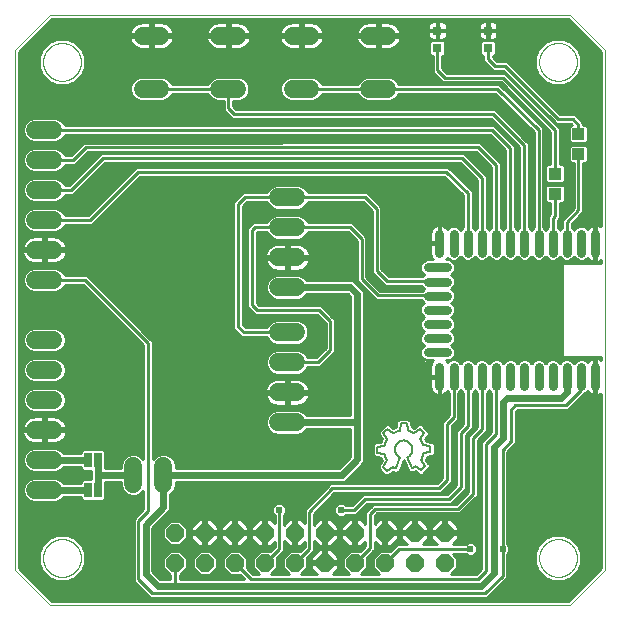
<source format=gtl>
G75*
%MOIN*%
%OFA0B0*%
%FSLAX25Y25*%
%IPPOS*%
%LPD*%
%AMOC8*
5,1,8,0,0,1.08239X$1,22.5*
%
%ADD10OC8,0.06000*%
%ADD11C,0.00000*%
%ADD12C,0.06000*%
%ADD13R,0.02500X0.05000*%
%ADD14C,0.03150*%
%ADD15R,0.03150X0.03150*%
%ADD16R,0.04331X0.03937*%
%ADD17C,0.05937*%
%ADD18C,0.00700*%
%ADD19C,0.02400*%
%ADD20C,0.01000*%
%ADD21R,0.03562X0.03562*%
%ADD22C,0.02400*%
D10*
X0122300Y0112600D03*
X0122300Y0122600D03*
X0132300Y0122600D03*
X0132300Y0112600D03*
X0142300Y0112600D03*
X0142300Y0122600D03*
X0152300Y0122600D03*
X0152300Y0112600D03*
X0162300Y0112600D03*
X0162300Y0122600D03*
X0172300Y0122600D03*
X0172300Y0112600D03*
X0182300Y0112600D03*
X0182300Y0122600D03*
X0192300Y0122600D03*
X0192300Y0112600D03*
X0202300Y0112600D03*
X0202300Y0122600D03*
X0212300Y0122600D03*
X0212300Y0112600D03*
D11*
X0080711Y0098500D02*
X0068900Y0110311D01*
X0068900Y0283539D01*
X0080711Y0295350D01*
X0253939Y0295350D01*
X0265750Y0283539D01*
X0265750Y0110311D01*
X0253939Y0098500D01*
X0080711Y0098500D01*
X0078349Y0114248D02*
X0078351Y0114406D01*
X0078357Y0114564D01*
X0078367Y0114722D01*
X0078381Y0114880D01*
X0078399Y0115037D01*
X0078420Y0115194D01*
X0078446Y0115350D01*
X0078476Y0115506D01*
X0078509Y0115661D01*
X0078547Y0115814D01*
X0078588Y0115967D01*
X0078633Y0116119D01*
X0078682Y0116270D01*
X0078735Y0116419D01*
X0078791Y0116567D01*
X0078851Y0116713D01*
X0078915Y0116858D01*
X0078983Y0117001D01*
X0079054Y0117143D01*
X0079128Y0117283D01*
X0079206Y0117420D01*
X0079288Y0117556D01*
X0079372Y0117690D01*
X0079461Y0117821D01*
X0079552Y0117950D01*
X0079647Y0118077D01*
X0079744Y0118202D01*
X0079845Y0118324D01*
X0079949Y0118443D01*
X0080056Y0118560D01*
X0080166Y0118674D01*
X0080279Y0118785D01*
X0080394Y0118894D01*
X0080512Y0118999D01*
X0080633Y0119101D01*
X0080756Y0119201D01*
X0080882Y0119297D01*
X0081010Y0119390D01*
X0081140Y0119480D01*
X0081273Y0119566D01*
X0081408Y0119650D01*
X0081544Y0119729D01*
X0081683Y0119806D01*
X0081824Y0119878D01*
X0081966Y0119948D01*
X0082110Y0120013D01*
X0082256Y0120075D01*
X0082403Y0120133D01*
X0082552Y0120188D01*
X0082702Y0120239D01*
X0082853Y0120286D01*
X0083005Y0120329D01*
X0083158Y0120368D01*
X0083313Y0120404D01*
X0083468Y0120435D01*
X0083624Y0120463D01*
X0083780Y0120487D01*
X0083937Y0120507D01*
X0084095Y0120523D01*
X0084252Y0120535D01*
X0084411Y0120543D01*
X0084569Y0120547D01*
X0084727Y0120547D01*
X0084885Y0120543D01*
X0085044Y0120535D01*
X0085201Y0120523D01*
X0085359Y0120507D01*
X0085516Y0120487D01*
X0085672Y0120463D01*
X0085828Y0120435D01*
X0085983Y0120404D01*
X0086138Y0120368D01*
X0086291Y0120329D01*
X0086443Y0120286D01*
X0086594Y0120239D01*
X0086744Y0120188D01*
X0086893Y0120133D01*
X0087040Y0120075D01*
X0087186Y0120013D01*
X0087330Y0119948D01*
X0087472Y0119878D01*
X0087613Y0119806D01*
X0087752Y0119729D01*
X0087888Y0119650D01*
X0088023Y0119566D01*
X0088156Y0119480D01*
X0088286Y0119390D01*
X0088414Y0119297D01*
X0088540Y0119201D01*
X0088663Y0119101D01*
X0088784Y0118999D01*
X0088902Y0118894D01*
X0089017Y0118785D01*
X0089130Y0118674D01*
X0089240Y0118560D01*
X0089347Y0118443D01*
X0089451Y0118324D01*
X0089552Y0118202D01*
X0089649Y0118077D01*
X0089744Y0117950D01*
X0089835Y0117821D01*
X0089924Y0117690D01*
X0090008Y0117556D01*
X0090090Y0117420D01*
X0090168Y0117283D01*
X0090242Y0117143D01*
X0090313Y0117001D01*
X0090381Y0116858D01*
X0090445Y0116713D01*
X0090505Y0116567D01*
X0090561Y0116419D01*
X0090614Y0116270D01*
X0090663Y0116119D01*
X0090708Y0115967D01*
X0090749Y0115814D01*
X0090787Y0115661D01*
X0090820Y0115506D01*
X0090850Y0115350D01*
X0090876Y0115194D01*
X0090897Y0115037D01*
X0090915Y0114880D01*
X0090929Y0114722D01*
X0090939Y0114564D01*
X0090945Y0114406D01*
X0090947Y0114248D01*
X0090945Y0114090D01*
X0090939Y0113932D01*
X0090929Y0113774D01*
X0090915Y0113616D01*
X0090897Y0113459D01*
X0090876Y0113302D01*
X0090850Y0113146D01*
X0090820Y0112990D01*
X0090787Y0112835D01*
X0090749Y0112682D01*
X0090708Y0112529D01*
X0090663Y0112377D01*
X0090614Y0112226D01*
X0090561Y0112077D01*
X0090505Y0111929D01*
X0090445Y0111783D01*
X0090381Y0111638D01*
X0090313Y0111495D01*
X0090242Y0111353D01*
X0090168Y0111213D01*
X0090090Y0111076D01*
X0090008Y0110940D01*
X0089924Y0110806D01*
X0089835Y0110675D01*
X0089744Y0110546D01*
X0089649Y0110419D01*
X0089552Y0110294D01*
X0089451Y0110172D01*
X0089347Y0110053D01*
X0089240Y0109936D01*
X0089130Y0109822D01*
X0089017Y0109711D01*
X0088902Y0109602D01*
X0088784Y0109497D01*
X0088663Y0109395D01*
X0088540Y0109295D01*
X0088414Y0109199D01*
X0088286Y0109106D01*
X0088156Y0109016D01*
X0088023Y0108930D01*
X0087888Y0108846D01*
X0087752Y0108767D01*
X0087613Y0108690D01*
X0087472Y0108618D01*
X0087330Y0108548D01*
X0087186Y0108483D01*
X0087040Y0108421D01*
X0086893Y0108363D01*
X0086744Y0108308D01*
X0086594Y0108257D01*
X0086443Y0108210D01*
X0086291Y0108167D01*
X0086138Y0108128D01*
X0085983Y0108092D01*
X0085828Y0108061D01*
X0085672Y0108033D01*
X0085516Y0108009D01*
X0085359Y0107989D01*
X0085201Y0107973D01*
X0085044Y0107961D01*
X0084885Y0107953D01*
X0084727Y0107949D01*
X0084569Y0107949D01*
X0084411Y0107953D01*
X0084252Y0107961D01*
X0084095Y0107973D01*
X0083937Y0107989D01*
X0083780Y0108009D01*
X0083624Y0108033D01*
X0083468Y0108061D01*
X0083313Y0108092D01*
X0083158Y0108128D01*
X0083005Y0108167D01*
X0082853Y0108210D01*
X0082702Y0108257D01*
X0082552Y0108308D01*
X0082403Y0108363D01*
X0082256Y0108421D01*
X0082110Y0108483D01*
X0081966Y0108548D01*
X0081824Y0108618D01*
X0081683Y0108690D01*
X0081544Y0108767D01*
X0081408Y0108846D01*
X0081273Y0108930D01*
X0081140Y0109016D01*
X0081010Y0109106D01*
X0080882Y0109199D01*
X0080756Y0109295D01*
X0080633Y0109395D01*
X0080512Y0109497D01*
X0080394Y0109602D01*
X0080279Y0109711D01*
X0080166Y0109822D01*
X0080056Y0109936D01*
X0079949Y0110053D01*
X0079845Y0110172D01*
X0079744Y0110294D01*
X0079647Y0110419D01*
X0079552Y0110546D01*
X0079461Y0110675D01*
X0079372Y0110806D01*
X0079288Y0110940D01*
X0079206Y0111076D01*
X0079128Y0111213D01*
X0079054Y0111353D01*
X0078983Y0111495D01*
X0078915Y0111638D01*
X0078851Y0111783D01*
X0078791Y0111929D01*
X0078735Y0112077D01*
X0078682Y0112226D01*
X0078633Y0112377D01*
X0078588Y0112529D01*
X0078547Y0112682D01*
X0078509Y0112835D01*
X0078476Y0112990D01*
X0078446Y0113146D01*
X0078420Y0113302D01*
X0078399Y0113459D01*
X0078381Y0113616D01*
X0078367Y0113774D01*
X0078357Y0113932D01*
X0078351Y0114090D01*
X0078349Y0114248D01*
X0078349Y0279602D02*
X0078351Y0279760D01*
X0078357Y0279918D01*
X0078367Y0280076D01*
X0078381Y0280234D01*
X0078399Y0280391D01*
X0078420Y0280548D01*
X0078446Y0280704D01*
X0078476Y0280860D01*
X0078509Y0281015D01*
X0078547Y0281168D01*
X0078588Y0281321D01*
X0078633Y0281473D01*
X0078682Y0281624D01*
X0078735Y0281773D01*
X0078791Y0281921D01*
X0078851Y0282067D01*
X0078915Y0282212D01*
X0078983Y0282355D01*
X0079054Y0282497D01*
X0079128Y0282637D01*
X0079206Y0282774D01*
X0079288Y0282910D01*
X0079372Y0283044D01*
X0079461Y0283175D01*
X0079552Y0283304D01*
X0079647Y0283431D01*
X0079744Y0283556D01*
X0079845Y0283678D01*
X0079949Y0283797D01*
X0080056Y0283914D01*
X0080166Y0284028D01*
X0080279Y0284139D01*
X0080394Y0284248D01*
X0080512Y0284353D01*
X0080633Y0284455D01*
X0080756Y0284555D01*
X0080882Y0284651D01*
X0081010Y0284744D01*
X0081140Y0284834D01*
X0081273Y0284920D01*
X0081408Y0285004D01*
X0081544Y0285083D01*
X0081683Y0285160D01*
X0081824Y0285232D01*
X0081966Y0285302D01*
X0082110Y0285367D01*
X0082256Y0285429D01*
X0082403Y0285487D01*
X0082552Y0285542D01*
X0082702Y0285593D01*
X0082853Y0285640D01*
X0083005Y0285683D01*
X0083158Y0285722D01*
X0083313Y0285758D01*
X0083468Y0285789D01*
X0083624Y0285817D01*
X0083780Y0285841D01*
X0083937Y0285861D01*
X0084095Y0285877D01*
X0084252Y0285889D01*
X0084411Y0285897D01*
X0084569Y0285901D01*
X0084727Y0285901D01*
X0084885Y0285897D01*
X0085044Y0285889D01*
X0085201Y0285877D01*
X0085359Y0285861D01*
X0085516Y0285841D01*
X0085672Y0285817D01*
X0085828Y0285789D01*
X0085983Y0285758D01*
X0086138Y0285722D01*
X0086291Y0285683D01*
X0086443Y0285640D01*
X0086594Y0285593D01*
X0086744Y0285542D01*
X0086893Y0285487D01*
X0087040Y0285429D01*
X0087186Y0285367D01*
X0087330Y0285302D01*
X0087472Y0285232D01*
X0087613Y0285160D01*
X0087752Y0285083D01*
X0087888Y0285004D01*
X0088023Y0284920D01*
X0088156Y0284834D01*
X0088286Y0284744D01*
X0088414Y0284651D01*
X0088540Y0284555D01*
X0088663Y0284455D01*
X0088784Y0284353D01*
X0088902Y0284248D01*
X0089017Y0284139D01*
X0089130Y0284028D01*
X0089240Y0283914D01*
X0089347Y0283797D01*
X0089451Y0283678D01*
X0089552Y0283556D01*
X0089649Y0283431D01*
X0089744Y0283304D01*
X0089835Y0283175D01*
X0089924Y0283044D01*
X0090008Y0282910D01*
X0090090Y0282774D01*
X0090168Y0282637D01*
X0090242Y0282497D01*
X0090313Y0282355D01*
X0090381Y0282212D01*
X0090445Y0282067D01*
X0090505Y0281921D01*
X0090561Y0281773D01*
X0090614Y0281624D01*
X0090663Y0281473D01*
X0090708Y0281321D01*
X0090749Y0281168D01*
X0090787Y0281015D01*
X0090820Y0280860D01*
X0090850Y0280704D01*
X0090876Y0280548D01*
X0090897Y0280391D01*
X0090915Y0280234D01*
X0090929Y0280076D01*
X0090939Y0279918D01*
X0090945Y0279760D01*
X0090947Y0279602D01*
X0090945Y0279444D01*
X0090939Y0279286D01*
X0090929Y0279128D01*
X0090915Y0278970D01*
X0090897Y0278813D01*
X0090876Y0278656D01*
X0090850Y0278500D01*
X0090820Y0278344D01*
X0090787Y0278189D01*
X0090749Y0278036D01*
X0090708Y0277883D01*
X0090663Y0277731D01*
X0090614Y0277580D01*
X0090561Y0277431D01*
X0090505Y0277283D01*
X0090445Y0277137D01*
X0090381Y0276992D01*
X0090313Y0276849D01*
X0090242Y0276707D01*
X0090168Y0276567D01*
X0090090Y0276430D01*
X0090008Y0276294D01*
X0089924Y0276160D01*
X0089835Y0276029D01*
X0089744Y0275900D01*
X0089649Y0275773D01*
X0089552Y0275648D01*
X0089451Y0275526D01*
X0089347Y0275407D01*
X0089240Y0275290D01*
X0089130Y0275176D01*
X0089017Y0275065D01*
X0088902Y0274956D01*
X0088784Y0274851D01*
X0088663Y0274749D01*
X0088540Y0274649D01*
X0088414Y0274553D01*
X0088286Y0274460D01*
X0088156Y0274370D01*
X0088023Y0274284D01*
X0087888Y0274200D01*
X0087752Y0274121D01*
X0087613Y0274044D01*
X0087472Y0273972D01*
X0087330Y0273902D01*
X0087186Y0273837D01*
X0087040Y0273775D01*
X0086893Y0273717D01*
X0086744Y0273662D01*
X0086594Y0273611D01*
X0086443Y0273564D01*
X0086291Y0273521D01*
X0086138Y0273482D01*
X0085983Y0273446D01*
X0085828Y0273415D01*
X0085672Y0273387D01*
X0085516Y0273363D01*
X0085359Y0273343D01*
X0085201Y0273327D01*
X0085044Y0273315D01*
X0084885Y0273307D01*
X0084727Y0273303D01*
X0084569Y0273303D01*
X0084411Y0273307D01*
X0084252Y0273315D01*
X0084095Y0273327D01*
X0083937Y0273343D01*
X0083780Y0273363D01*
X0083624Y0273387D01*
X0083468Y0273415D01*
X0083313Y0273446D01*
X0083158Y0273482D01*
X0083005Y0273521D01*
X0082853Y0273564D01*
X0082702Y0273611D01*
X0082552Y0273662D01*
X0082403Y0273717D01*
X0082256Y0273775D01*
X0082110Y0273837D01*
X0081966Y0273902D01*
X0081824Y0273972D01*
X0081683Y0274044D01*
X0081544Y0274121D01*
X0081408Y0274200D01*
X0081273Y0274284D01*
X0081140Y0274370D01*
X0081010Y0274460D01*
X0080882Y0274553D01*
X0080756Y0274649D01*
X0080633Y0274749D01*
X0080512Y0274851D01*
X0080394Y0274956D01*
X0080279Y0275065D01*
X0080166Y0275176D01*
X0080056Y0275290D01*
X0079949Y0275407D01*
X0079845Y0275526D01*
X0079744Y0275648D01*
X0079647Y0275773D01*
X0079552Y0275900D01*
X0079461Y0276029D01*
X0079372Y0276160D01*
X0079288Y0276294D01*
X0079206Y0276430D01*
X0079128Y0276567D01*
X0079054Y0276707D01*
X0078983Y0276849D01*
X0078915Y0276992D01*
X0078851Y0277137D01*
X0078791Y0277283D01*
X0078735Y0277431D01*
X0078682Y0277580D01*
X0078633Y0277731D01*
X0078588Y0277883D01*
X0078547Y0278036D01*
X0078509Y0278189D01*
X0078476Y0278344D01*
X0078446Y0278500D01*
X0078420Y0278656D01*
X0078399Y0278813D01*
X0078381Y0278970D01*
X0078367Y0279128D01*
X0078357Y0279286D01*
X0078351Y0279444D01*
X0078349Y0279602D01*
X0243703Y0279602D02*
X0243705Y0279760D01*
X0243711Y0279918D01*
X0243721Y0280076D01*
X0243735Y0280234D01*
X0243753Y0280391D01*
X0243774Y0280548D01*
X0243800Y0280704D01*
X0243830Y0280860D01*
X0243863Y0281015D01*
X0243901Y0281168D01*
X0243942Y0281321D01*
X0243987Y0281473D01*
X0244036Y0281624D01*
X0244089Y0281773D01*
X0244145Y0281921D01*
X0244205Y0282067D01*
X0244269Y0282212D01*
X0244337Y0282355D01*
X0244408Y0282497D01*
X0244482Y0282637D01*
X0244560Y0282774D01*
X0244642Y0282910D01*
X0244726Y0283044D01*
X0244815Y0283175D01*
X0244906Y0283304D01*
X0245001Y0283431D01*
X0245098Y0283556D01*
X0245199Y0283678D01*
X0245303Y0283797D01*
X0245410Y0283914D01*
X0245520Y0284028D01*
X0245633Y0284139D01*
X0245748Y0284248D01*
X0245866Y0284353D01*
X0245987Y0284455D01*
X0246110Y0284555D01*
X0246236Y0284651D01*
X0246364Y0284744D01*
X0246494Y0284834D01*
X0246627Y0284920D01*
X0246762Y0285004D01*
X0246898Y0285083D01*
X0247037Y0285160D01*
X0247178Y0285232D01*
X0247320Y0285302D01*
X0247464Y0285367D01*
X0247610Y0285429D01*
X0247757Y0285487D01*
X0247906Y0285542D01*
X0248056Y0285593D01*
X0248207Y0285640D01*
X0248359Y0285683D01*
X0248512Y0285722D01*
X0248667Y0285758D01*
X0248822Y0285789D01*
X0248978Y0285817D01*
X0249134Y0285841D01*
X0249291Y0285861D01*
X0249449Y0285877D01*
X0249606Y0285889D01*
X0249765Y0285897D01*
X0249923Y0285901D01*
X0250081Y0285901D01*
X0250239Y0285897D01*
X0250398Y0285889D01*
X0250555Y0285877D01*
X0250713Y0285861D01*
X0250870Y0285841D01*
X0251026Y0285817D01*
X0251182Y0285789D01*
X0251337Y0285758D01*
X0251492Y0285722D01*
X0251645Y0285683D01*
X0251797Y0285640D01*
X0251948Y0285593D01*
X0252098Y0285542D01*
X0252247Y0285487D01*
X0252394Y0285429D01*
X0252540Y0285367D01*
X0252684Y0285302D01*
X0252826Y0285232D01*
X0252967Y0285160D01*
X0253106Y0285083D01*
X0253242Y0285004D01*
X0253377Y0284920D01*
X0253510Y0284834D01*
X0253640Y0284744D01*
X0253768Y0284651D01*
X0253894Y0284555D01*
X0254017Y0284455D01*
X0254138Y0284353D01*
X0254256Y0284248D01*
X0254371Y0284139D01*
X0254484Y0284028D01*
X0254594Y0283914D01*
X0254701Y0283797D01*
X0254805Y0283678D01*
X0254906Y0283556D01*
X0255003Y0283431D01*
X0255098Y0283304D01*
X0255189Y0283175D01*
X0255278Y0283044D01*
X0255362Y0282910D01*
X0255444Y0282774D01*
X0255522Y0282637D01*
X0255596Y0282497D01*
X0255667Y0282355D01*
X0255735Y0282212D01*
X0255799Y0282067D01*
X0255859Y0281921D01*
X0255915Y0281773D01*
X0255968Y0281624D01*
X0256017Y0281473D01*
X0256062Y0281321D01*
X0256103Y0281168D01*
X0256141Y0281015D01*
X0256174Y0280860D01*
X0256204Y0280704D01*
X0256230Y0280548D01*
X0256251Y0280391D01*
X0256269Y0280234D01*
X0256283Y0280076D01*
X0256293Y0279918D01*
X0256299Y0279760D01*
X0256301Y0279602D01*
X0256299Y0279444D01*
X0256293Y0279286D01*
X0256283Y0279128D01*
X0256269Y0278970D01*
X0256251Y0278813D01*
X0256230Y0278656D01*
X0256204Y0278500D01*
X0256174Y0278344D01*
X0256141Y0278189D01*
X0256103Y0278036D01*
X0256062Y0277883D01*
X0256017Y0277731D01*
X0255968Y0277580D01*
X0255915Y0277431D01*
X0255859Y0277283D01*
X0255799Y0277137D01*
X0255735Y0276992D01*
X0255667Y0276849D01*
X0255596Y0276707D01*
X0255522Y0276567D01*
X0255444Y0276430D01*
X0255362Y0276294D01*
X0255278Y0276160D01*
X0255189Y0276029D01*
X0255098Y0275900D01*
X0255003Y0275773D01*
X0254906Y0275648D01*
X0254805Y0275526D01*
X0254701Y0275407D01*
X0254594Y0275290D01*
X0254484Y0275176D01*
X0254371Y0275065D01*
X0254256Y0274956D01*
X0254138Y0274851D01*
X0254017Y0274749D01*
X0253894Y0274649D01*
X0253768Y0274553D01*
X0253640Y0274460D01*
X0253510Y0274370D01*
X0253377Y0274284D01*
X0253242Y0274200D01*
X0253106Y0274121D01*
X0252967Y0274044D01*
X0252826Y0273972D01*
X0252684Y0273902D01*
X0252540Y0273837D01*
X0252394Y0273775D01*
X0252247Y0273717D01*
X0252098Y0273662D01*
X0251948Y0273611D01*
X0251797Y0273564D01*
X0251645Y0273521D01*
X0251492Y0273482D01*
X0251337Y0273446D01*
X0251182Y0273415D01*
X0251026Y0273387D01*
X0250870Y0273363D01*
X0250713Y0273343D01*
X0250555Y0273327D01*
X0250398Y0273315D01*
X0250239Y0273307D01*
X0250081Y0273303D01*
X0249923Y0273303D01*
X0249765Y0273307D01*
X0249606Y0273315D01*
X0249449Y0273327D01*
X0249291Y0273343D01*
X0249134Y0273363D01*
X0248978Y0273387D01*
X0248822Y0273415D01*
X0248667Y0273446D01*
X0248512Y0273482D01*
X0248359Y0273521D01*
X0248207Y0273564D01*
X0248056Y0273611D01*
X0247906Y0273662D01*
X0247757Y0273717D01*
X0247610Y0273775D01*
X0247464Y0273837D01*
X0247320Y0273902D01*
X0247178Y0273972D01*
X0247037Y0274044D01*
X0246898Y0274121D01*
X0246762Y0274200D01*
X0246627Y0274284D01*
X0246494Y0274370D01*
X0246364Y0274460D01*
X0246236Y0274553D01*
X0246110Y0274649D01*
X0245987Y0274749D01*
X0245866Y0274851D01*
X0245748Y0274956D01*
X0245633Y0275065D01*
X0245520Y0275176D01*
X0245410Y0275290D01*
X0245303Y0275407D01*
X0245199Y0275526D01*
X0245098Y0275648D01*
X0245001Y0275773D01*
X0244906Y0275900D01*
X0244815Y0276029D01*
X0244726Y0276160D01*
X0244642Y0276294D01*
X0244560Y0276430D01*
X0244482Y0276567D01*
X0244408Y0276707D01*
X0244337Y0276849D01*
X0244269Y0276992D01*
X0244205Y0277137D01*
X0244145Y0277283D01*
X0244089Y0277431D01*
X0244036Y0277580D01*
X0243987Y0277731D01*
X0243942Y0277883D01*
X0243901Y0278036D01*
X0243863Y0278189D01*
X0243830Y0278344D01*
X0243800Y0278500D01*
X0243774Y0278656D01*
X0243753Y0278813D01*
X0243735Y0278970D01*
X0243721Y0279128D01*
X0243711Y0279286D01*
X0243705Y0279444D01*
X0243703Y0279602D01*
X0243703Y0114248D02*
X0243705Y0114406D01*
X0243711Y0114564D01*
X0243721Y0114722D01*
X0243735Y0114880D01*
X0243753Y0115037D01*
X0243774Y0115194D01*
X0243800Y0115350D01*
X0243830Y0115506D01*
X0243863Y0115661D01*
X0243901Y0115814D01*
X0243942Y0115967D01*
X0243987Y0116119D01*
X0244036Y0116270D01*
X0244089Y0116419D01*
X0244145Y0116567D01*
X0244205Y0116713D01*
X0244269Y0116858D01*
X0244337Y0117001D01*
X0244408Y0117143D01*
X0244482Y0117283D01*
X0244560Y0117420D01*
X0244642Y0117556D01*
X0244726Y0117690D01*
X0244815Y0117821D01*
X0244906Y0117950D01*
X0245001Y0118077D01*
X0245098Y0118202D01*
X0245199Y0118324D01*
X0245303Y0118443D01*
X0245410Y0118560D01*
X0245520Y0118674D01*
X0245633Y0118785D01*
X0245748Y0118894D01*
X0245866Y0118999D01*
X0245987Y0119101D01*
X0246110Y0119201D01*
X0246236Y0119297D01*
X0246364Y0119390D01*
X0246494Y0119480D01*
X0246627Y0119566D01*
X0246762Y0119650D01*
X0246898Y0119729D01*
X0247037Y0119806D01*
X0247178Y0119878D01*
X0247320Y0119948D01*
X0247464Y0120013D01*
X0247610Y0120075D01*
X0247757Y0120133D01*
X0247906Y0120188D01*
X0248056Y0120239D01*
X0248207Y0120286D01*
X0248359Y0120329D01*
X0248512Y0120368D01*
X0248667Y0120404D01*
X0248822Y0120435D01*
X0248978Y0120463D01*
X0249134Y0120487D01*
X0249291Y0120507D01*
X0249449Y0120523D01*
X0249606Y0120535D01*
X0249765Y0120543D01*
X0249923Y0120547D01*
X0250081Y0120547D01*
X0250239Y0120543D01*
X0250398Y0120535D01*
X0250555Y0120523D01*
X0250713Y0120507D01*
X0250870Y0120487D01*
X0251026Y0120463D01*
X0251182Y0120435D01*
X0251337Y0120404D01*
X0251492Y0120368D01*
X0251645Y0120329D01*
X0251797Y0120286D01*
X0251948Y0120239D01*
X0252098Y0120188D01*
X0252247Y0120133D01*
X0252394Y0120075D01*
X0252540Y0120013D01*
X0252684Y0119948D01*
X0252826Y0119878D01*
X0252967Y0119806D01*
X0253106Y0119729D01*
X0253242Y0119650D01*
X0253377Y0119566D01*
X0253510Y0119480D01*
X0253640Y0119390D01*
X0253768Y0119297D01*
X0253894Y0119201D01*
X0254017Y0119101D01*
X0254138Y0118999D01*
X0254256Y0118894D01*
X0254371Y0118785D01*
X0254484Y0118674D01*
X0254594Y0118560D01*
X0254701Y0118443D01*
X0254805Y0118324D01*
X0254906Y0118202D01*
X0255003Y0118077D01*
X0255098Y0117950D01*
X0255189Y0117821D01*
X0255278Y0117690D01*
X0255362Y0117556D01*
X0255444Y0117420D01*
X0255522Y0117283D01*
X0255596Y0117143D01*
X0255667Y0117001D01*
X0255735Y0116858D01*
X0255799Y0116713D01*
X0255859Y0116567D01*
X0255915Y0116419D01*
X0255968Y0116270D01*
X0256017Y0116119D01*
X0256062Y0115967D01*
X0256103Y0115814D01*
X0256141Y0115661D01*
X0256174Y0115506D01*
X0256204Y0115350D01*
X0256230Y0115194D01*
X0256251Y0115037D01*
X0256269Y0114880D01*
X0256283Y0114722D01*
X0256293Y0114564D01*
X0256299Y0114406D01*
X0256301Y0114248D01*
X0256299Y0114090D01*
X0256293Y0113932D01*
X0256283Y0113774D01*
X0256269Y0113616D01*
X0256251Y0113459D01*
X0256230Y0113302D01*
X0256204Y0113146D01*
X0256174Y0112990D01*
X0256141Y0112835D01*
X0256103Y0112682D01*
X0256062Y0112529D01*
X0256017Y0112377D01*
X0255968Y0112226D01*
X0255915Y0112077D01*
X0255859Y0111929D01*
X0255799Y0111783D01*
X0255735Y0111638D01*
X0255667Y0111495D01*
X0255596Y0111353D01*
X0255522Y0111213D01*
X0255444Y0111076D01*
X0255362Y0110940D01*
X0255278Y0110806D01*
X0255189Y0110675D01*
X0255098Y0110546D01*
X0255003Y0110419D01*
X0254906Y0110294D01*
X0254805Y0110172D01*
X0254701Y0110053D01*
X0254594Y0109936D01*
X0254484Y0109822D01*
X0254371Y0109711D01*
X0254256Y0109602D01*
X0254138Y0109497D01*
X0254017Y0109395D01*
X0253894Y0109295D01*
X0253768Y0109199D01*
X0253640Y0109106D01*
X0253510Y0109016D01*
X0253377Y0108930D01*
X0253242Y0108846D01*
X0253106Y0108767D01*
X0252967Y0108690D01*
X0252826Y0108618D01*
X0252684Y0108548D01*
X0252540Y0108483D01*
X0252394Y0108421D01*
X0252247Y0108363D01*
X0252098Y0108308D01*
X0251948Y0108257D01*
X0251797Y0108210D01*
X0251645Y0108167D01*
X0251492Y0108128D01*
X0251337Y0108092D01*
X0251182Y0108061D01*
X0251026Y0108033D01*
X0250870Y0108009D01*
X0250713Y0107989D01*
X0250555Y0107973D01*
X0250398Y0107961D01*
X0250239Y0107953D01*
X0250081Y0107949D01*
X0249923Y0107949D01*
X0249765Y0107953D01*
X0249606Y0107961D01*
X0249449Y0107973D01*
X0249291Y0107989D01*
X0249134Y0108009D01*
X0248978Y0108033D01*
X0248822Y0108061D01*
X0248667Y0108092D01*
X0248512Y0108128D01*
X0248359Y0108167D01*
X0248207Y0108210D01*
X0248056Y0108257D01*
X0247906Y0108308D01*
X0247757Y0108363D01*
X0247610Y0108421D01*
X0247464Y0108483D01*
X0247320Y0108548D01*
X0247178Y0108618D01*
X0247037Y0108690D01*
X0246898Y0108767D01*
X0246762Y0108846D01*
X0246627Y0108930D01*
X0246494Y0109016D01*
X0246364Y0109106D01*
X0246236Y0109199D01*
X0246110Y0109295D01*
X0245987Y0109395D01*
X0245866Y0109497D01*
X0245748Y0109602D01*
X0245633Y0109711D01*
X0245520Y0109822D01*
X0245410Y0109936D01*
X0245303Y0110053D01*
X0245199Y0110172D01*
X0245098Y0110294D01*
X0245001Y0110419D01*
X0244906Y0110546D01*
X0244815Y0110675D01*
X0244726Y0110806D01*
X0244642Y0110940D01*
X0244560Y0111076D01*
X0244482Y0111213D01*
X0244408Y0111353D01*
X0244337Y0111495D01*
X0244269Y0111638D01*
X0244205Y0111783D01*
X0244145Y0111929D01*
X0244089Y0112077D01*
X0244036Y0112226D01*
X0243987Y0112377D01*
X0243942Y0112529D01*
X0243901Y0112682D01*
X0243863Y0112835D01*
X0243830Y0112990D01*
X0243800Y0113146D01*
X0243774Y0113302D01*
X0243753Y0113459D01*
X0243735Y0113616D01*
X0243721Y0113774D01*
X0243711Y0113932D01*
X0243705Y0114090D01*
X0243703Y0114248D01*
D12*
X0162700Y0159500D02*
X0156700Y0159500D01*
X0156700Y0169500D02*
X0162700Y0169500D01*
X0162700Y0179500D02*
X0156700Y0179500D01*
X0156700Y0189500D02*
X0162700Y0189500D01*
X0162800Y0204500D02*
X0156800Y0204500D01*
X0156800Y0214500D02*
X0162800Y0214500D01*
X0162800Y0224500D02*
X0156800Y0224500D01*
X0156800Y0234500D02*
X0162800Y0234500D01*
X0081743Y0236925D02*
X0075743Y0236925D01*
X0075743Y0226925D02*
X0081743Y0226925D01*
X0081743Y0216925D02*
X0075743Y0216925D01*
X0075743Y0206925D02*
X0081743Y0206925D01*
X0081743Y0186925D02*
X0075743Y0186925D01*
X0075743Y0176925D02*
X0081743Y0176925D01*
X0081743Y0166925D02*
X0075743Y0166925D01*
X0075743Y0156925D02*
X0081743Y0156925D01*
X0081743Y0146925D02*
X0075743Y0146925D01*
X0075743Y0136925D02*
X0081743Y0136925D01*
X0108400Y0138900D02*
X0108400Y0144900D01*
X0118400Y0144900D02*
X0118400Y0138900D01*
X0081743Y0246925D02*
X0075743Y0246925D01*
X0075743Y0256925D02*
X0081743Y0256925D01*
D13*
X0093322Y0146900D03*
X0096525Y0146900D03*
X0096525Y0136900D03*
X0093322Y0136900D03*
D14*
X0210435Y0171532D02*
X0210435Y0177830D01*
X0212994Y0182752D02*
X0206696Y0182752D01*
X0206696Y0187476D02*
X0212994Y0187476D01*
X0212994Y0192201D02*
X0206696Y0192201D01*
X0206696Y0196925D02*
X0212994Y0196925D01*
X0212994Y0201650D02*
X0206696Y0201650D01*
X0206696Y0206374D02*
X0212994Y0206374D01*
X0212994Y0211098D02*
X0206696Y0211098D01*
X0210435Y0216020D02*
X0210435Y0222318D01*
X0215160Y0222318D02*
X0215160Y0216020D01*
X0219884Y0216020D02*
X0219884Y0222318D01*
X0224609Y0222318D02*
X0224609Y0216020D01*
X0229333Y0216020D02*
X0229333Y0222318D01*
X0234057Y0222318D02*
X0234057Y0216020D01*
X0238782Y0216020D02*
X0238782Y0222318D01*
X0243506Y0222318D02*
X0243506Y0216020D01*
X0248231Y0216020D02*
X0248231Y0222318D01*
X0252955Y0222318D02*
X0252955Y0216020D01*
X0257680Y0216020D02*
X0257680Y0222318D01*
X0262404Y0222318D02*
X0262404Y0216020D01*
X0262404Y0177830D02*
X0262404Y0171532D01*
X0257680Y0171532D02*
X0257680Y0177830D01*
X0252955Y0177830D02*
X0252955Y0171532D01*
X0248231Y0171532D02*
X0248231Y0177830D01*
X0243506Y0177830D02*
X0243506Y0171532D01*
X0238782Y0171532D02*
X0238782Y0177830D01*
X0234057Y0177830D02*
X0234057Y0171532D01*
X0229333Y0171532D02*
X0229333Y0177830D01*
X0224609Y0177830D02*
X0224609Y0171532D01*
X0219884Y0171532D02*
X0219884Y0177830D01*
X0215160Y0177830D02*
X0215160Y0171532D01*
D15*
X0209800Y0284147D03*
X0209800Y0290053D03*
X0226700Y0290053D03*
X0226700Y0284147D03*
D16*
X0256800Y0255646D03*
X0256800Y0248954D03*
X0249000Y0242346D03*
X0249000Y0235654D03*
D17*
X0193064Y0270642D02*
X0187127Y0270642D01*
X0187127Y0288358D02*
X0193064Y0288358D01*
X0167473Y0288358D02*
X0161536Y0288358D01*
X0161536Y0270642D02*
X0167473Y0270642D01*
X0143064Y0270642D02*
X0137127Y0270642D01*
X0137127Y0288358D02*
X0143064Y0288358D01*
X0117473Y0288358D02*
X0111536Y0288358D01*
X0111536Y0270642D02*
X0117473Y0270642D01*
D18*
X0193000Y0157300D02*
X0195000Y0155800D01*
X0197200Y0156700D02*
X0197500Y0159100D01*
X0199500Y0159100D01*
X0199900Y0156800D01*
X0201900Y0155900D02*
X0204000Y0157300D01*
X0205400Y0155900D01*
X0204000Y0154000D01*
X0204900Y0152000D02*
X0207400Y0151500D01*
X0207400Y0149600D01*
X0205100Y0149200D01*
X0204200Y0146900D02*
X0205700Y0144900D01*
X0204300Y0143500D01*
X0202400Y0144900D01*
X0201200Y0144200D02*
X0199800Y0147900D01*
X0201200Y0144200D02*
X0201327Y0144256D01*
X0201453Y0144316D01*
X0201578Y0144379D01*
X0201700Y0144444D01*
X0201822Y0144513D01*
X0201941Y0144585D01*
X0202059Y0144659D01*
X0202174Y0144736D01*
X0202288Y0144817D01*
X0202400Y0144900D01*
X0196100Y0144100D02*
X0195960Y0144154D01*
X0195822Y0144210D01*
X0195685Y0144270D01*
X0195550Y0144334D01*
X0195416Y0144401D01*
X0195284Y0144471D01*
X0195154Y0144544D01*
X0195026Y0144621D01*
X0194900Y0144700D01*
X0192900Y0143300D01*
X0191600Y0144700D01*
X0193000Y0146800D01*
X0192100Y0149000D02*
X0189600Y0149400D01*
X0189600Y0151300D01*
X0192100Y0151700D01*
X0193000Y0153900D02*
X0191700Y0155900D01*
X0193000Y0157300D01*
X0199900Y0156799D02*
X0200043Y0156762D01*
X0200184Y0156722D01*
X0200325Y0156679D01*
X0200464Y0156632D01*
X0200602Y0156581D01*
X0200739Y0156528D01*
X0200874Y0156471D01*
X0201008Y0156410D01*
X0201141Y0156347D01*
X0201272Y0156280D01*
X0201401Y0156210D01*
X0201529Y0156137D01*
X0201654Y0156061D01*
X0201778Y0155981D01*
X0201900Y0155899D01*
X0204000Y0154000D02*
X0204082Y0153878D01*
X0204162Y0153754D01*
X0204238Y0153629D01*
X0204311Y0153501D01*
X0204381Y0153372D01*
X0204448Y0153241D01*
X0204511Y0153108D01*
X0204571Y0152974D01*
X0204629Y0152839D01*
X0204682Y0152702D01*
X0204733Y0152564D01*
X0204780Y0152424D01*
X0204823Y0152284D01*
X0204863Y0152142D01*
X0204900Y0152000D01*
X0205101Y0149200D02*
X0205075Y0149056D01*
X0205045Y0148913D01*
X0205012Y0148770D01*
X0204976Y0148628D01*
X0204936Y0148488D01*
X0204893Y0148348D01*
X0204846Y0148209D01*
X0204796Y0148072D01*
X0204743Y0147935D01*
X0204686Y0147800D01*
X0204626Y0147667D01*
X0204563Y0147535D01*
X0204497Y0147404D01*
X0204427Y0147276D01*
X0204355Y0147148D01*
X0204279Y0147023D01*
X0204201Y0146900D01*
X0199800Y0147901D02*
X0199895Y0147950D01*
X0199988Y0148004D01*
X0200079Y0148061D01*
X0200168Y0148121D01*
X0200254Y0148184D01*
X0200339Y0148250D01*
X0200420Y0148320D01*
X0200500Y0148392D01*
X0200576Y0148467D01*
X0200650Y0148545D01*
X0200720Y0148626D01*
X0200788Y0148709D01*
X0200853Y0148795D01*
X0200914Y0148883D01*
X0200972Y0148973D01*
X0201027Y0149065D01*
X0201078Y0149159D01*
X0201126Y0149255D01*
X0201171Y0149353D01*
X0201211Y0149452D01*
X0201248Y0149553D01*
X0201282Y0149655D01*
X0201311Y0149758D01*
X0201337Y0149862D01*
X0201359Y0149967D01*
X0201377Y0150073D01*
X0201391Y0150179D01*
X0201401Y0150286D01*
X0201408Y0150393D01*
X0201410Y0150500D01*
X0201408Y0150608D01*
X0201403Y0150715D01*
X0201393Y0150822D01*
X0201380Y0150928D01*
X0201363Y0151034D01*
X0201342Y0151139D01*
X0201317Y0151244D01*
X0201288Y0151347D01*
X0201255Y0151449D01*
X0201219Y0151550D01*
X0201179Y0151650D01*
X0201135Y0151748D01*
X0201088Y0151844D01*
X0201037Y0151938D01*
X0200983Y0152031D01*
X0200926Y0152122D01*
X0200865Y0152210D01*
X0200801Y0152296D01*
X0200734Y0152380D01*
X0200664Y0152461D01*
X0200591Y0152540D01*
X0200515Y0152615D01*
X0200436Y0152688D01*
X0200355Y0152758D01*
X0200271Y0152825D01*
X0200185Y0152889D01*
X0200096Y0152950D01*
X0200006Y0153007D01*
X0199913Y0153061D01*
X0199819Y0153112D01*
X0199722Y0153159D01*
X0199624Y0153202D01*
X0199524Y0153242D01*
X0199423Y0153278D01*
X0199321Y0153311D01*
X0199218Y0153340D01*
X0199113Y0153364D01*
X0199008Y0153385D01*
X0198902Y0153403D01*
X0198796Y0153416D01*
X0198689Y0153425D01*
X0198582Y0153431D01*
X0198475Y0153432D01*
X0198367Y0153429D01*
X0198260Y0153423D01*
X0198154Y0153413D01*
X0198047Y0153398D01*
X0197941Y0153380D01*
X0197836Y0153358D01*
X0197732Y0153332D01*
X0197629Y0153303D01*
X0197527Y0153269D01*
X0197427Y0153232D01*
X0197328Y0153191D01*
X0197230Y0153147D01*
X0197134Y0153099D01*
X0197040Y0153047D01*
X0196948Y0152992D01*
X0196858Y0152934D01*
X0196770Y0152872D01*
X0196684Y0152808D01*
X0196601Y0152740D01*
X0196521Y0152669D01*
X0196443Y0152595D01*
X0196367Y0152519D01*
X0196295Y0152440D01*
X0196226Y0152358D01*
X0196160Y0152273D01*
X0196096Y0152187D01*
X0196036Y0152098D01*
X0195980Y0152006D01*
X0195927Y0151913D01*
X0195877Y0151818D01*
X0195831Y0151721D01*
X0195788Y0151623D01*
X0195749Y0151523D01*
X0195714Y0151422D01*
X0195682Y0151319D01*
X0195654Y0151216D01*
X0195630Y0151111D01*
X0195610Y0151006D01*
X0195594Y0150900D01*
X0195582Y0150793D01*
X0195573Y0150686D01*
X0195569Y0150579D01*
X0195568Y0150472D01*
X0195572Y0150364D01*
X0195579Y0150257D01*
X0195590Y0150151D01*
X0195605Y0150045D01*
X0195625Y0149939D01*
X0195647Y0149834D01*
X0195674Y0149730D01*
X0195705Y0149627D01*
X0195739Y0149526D01*
X0195777Y0149426D01*
X0195819Y0149327D01*
X0195864Y0149229D01*
X0195913Y0149134D01*
X0195965Y0149040D01*
X0196021Y0148949D01*
X0196080Y0148859D01*
X0196142Y0148772D01*
X0196208Y0148687D01*
X0196276Y0148604D01*
X0196348Y0148524D01*
X0196422Y0148447D01*
X0196499Y0148372D01*
X0196579Y0148301D01*
X0196662Y0148232D01*
X0196747Y0148167D01*
X0196834Y0148104D01*
X0196923Y0148045D01*
X0197015Y0147989D01*
X0197109Y0147937D01*
X0197204Y0147888D01*
X0197301Y0147842D01*
X0197400Y0147801D01*
X0197400Y0147800D02*
X0196100Y0144100D01*
X0193000Y0146800D02*
X0192919Y0146926D01*
X0192841Y0147053D01*
X0192766Y0147183D01*
X0192695Y0147314D01*
X0192626Y0147447D01*
X0192561Y0147582D01*
X0192500Y0147718D01*
X0192441Y0147855D01*
X0192386Y0147994D01*
X0192335Y0148135D01*
X0192287Y0148276D01*
X0192243Y0148419D01*
X0192202Y0148563D01*
X0192164Y0148708D01*
X0192130Y0148853D01*
X0192100Y0149000D01*
X0192100Y0151700D02*
X0192131Y0151846D01*
X0192166Y0151992D01*
X0192204Y0152136D01*
X0192245Y0152280D01*
X0192290Y0152423D01*
X0192338Y0152564D01*
X0192390Y0152704D01*
X0192445Y0152843D01*
X0192503Y0152981D01*
X0192564Y0153117D01*
X0192629Y0153252D01*
X0192697Y0153385D01*
X0192768Y0153516D01*
X0192842Y0153646D01*
X0192920Y0153774D01*
X0193000Y0153900D01*
X0195000Y0155799D02*
X0195126Y0155880D01*
X0195254Y0155958D01*
X0195383Y0156032D01*
X0195515Y0156104D01*
X0195648Y0156172D01*
X0195782Y0156237D01*
X0195919Y0156298D01*
X0196056Y0156356D01*
X0196195Y0156411D01*
X0196336Y0156463D01*
X0196477Y0156511D01*
X0196620Y0156556D01*
X0196764Y0156597D01*
X0196908Y0156634D01*
X0197054Y0156669D01*
X0197200Y0156699D01*
D19*
X0183100Y0159500D02*
X0183100Y0147100D01*
X0177900Y0141900D01*
X0118400Y0141900D01*
X0118400Y0131200D01*
X0112500Y0125300D01*
X0112500Y0108900D01*
X0116500Y0104900D01*
X0122300Y0104900D01*
X0224300Y0104900D01*
X0228500Y0109100D01*
X0228500Y0151100D01*
X0231800Y0154400D01*
X0231800Y0166300D01*
X0233100Y0167600D01*
X0250900Y0167600D01*
X0252955Y0169655D01*
X0252955Y0174681D01*
X0253000Y0174636D01*
X0183100Y0159500D02*
X0159700Y0159500D01*
X0183100Y0159500D02*
X0183100Y0202200D01*
X0180800Y0204500D01*
X0159800Y0204500D01*
X0108400Y0141900D02*
X0096525Y0141900D01*
X0096525Y0146900D01*
X0096525Y0136900D01*
X0093322Y0136900D02*
X0078768Y0136900D01*
X0078743Y0136925D01*
X0078768Y0146900D02*
X0093322Y0146900D01*
X0078768Y0146900D02*
X0078743Y0146925D01*
D20*
X0079242Y0152425D02*
X0082097Y0152425D01*
X0082796Y0152536D01*
X0083470Y0152755D01*
X0084101Y0153076D01*
X0084674Y0153493D01*
X0085175Y0153994D01*
X0085591Y0154567D01*
X0085913Y0155198D01*
X0086132Y0155871D01*
X0086219Y0156425D01*
X0079243Y0156425D01*
X0079243Y0157425D01*
X0086219Y0157425D01*
X0086132Y0157979D01*
X0085913Y0158653D01*
X0085591Y0159284D01*
X0085175Y0159857D01*
X0084674Y0160358D01*
X0084101Y0160774D01*
X0083470Y0161095D01*
X0082796Y0161314D01*
X0082097Y0161425D01*
X0079242Y0161425D01*
X0079242Y0157425D01*
X0078243Y0157425D01*
X0078243Y0161425D01*
X0075388Y0161425D01*
X0074689Y0161314D01*
X0074015Y0161095D01*
X0073384Y0160774D01*
X0072811Y0160358D01*
X0072310Y0159857D01*
X0071894Y0159284D01*
X0071572Y0158653D01*
X0071353Y0157979D01*
X0071266Y0157425D01*
X0078242Y0157425D01*
X0078242Y0156425D01*
X0071266Y0156425D01*
X0071353Y0155871D01*
X0071572Y0155198D01*
X0071894Y0154567D01*
X0072310Y0153994D01*
X0072811Y0153493D01*
X0073384Y0153076D01*
X0074015Y0152755D01*
X0074689Y0152536D01*
X0075388Y0152425D01*
X0078243Y0152425D01*
X0078243Y0156425D01*
X0079242Y0156425D01*
X0079242Y0152425D01*
X0079242Y0153418D02*
X0078243Y0153418D01*
X0078243Y0154417D02*
X0079242Y0154417D01*
X0079242Y0155415D02*
X0078243Y0155415D01*
X0078243Y0156414D02*
X0079242Y0156414D01*
X0079243Y0157412D02*
X0111800Y0157412D01*
X0111800Y0156414D02*
X0086218Y0156414D01*
X0085983Y0155415D02*
X0111800Y0155415D01*
X0111800Y0154417D02*
X0085482Y0154417D01*
X0084571Y0153418D02*
X0111800Y0153418D01*
X0111800Y0152420D02*
X0070400Y0152420D01*
X0070400Y0153418D02*
X0072914Y0153418D01*
X0072003Y0154417D02*
X0070400Y0154417D01*
X0070400Y0155415D02*
X0071502Y0155415D01*
X0071267Y0156414D02*
X0070400Y0156414D01*
X0070400Y0157412D02*
X0078242Y0157412D01*
X0078243Y0158411D02*
X0079242Y0158411D01*
X0079242Y0159409D02*
X0078243Y0159409D01*
X0078243Y0160408D02*
X0079242Y0160408D01*
X0079242Y0161406D02*
X0078243Y0161406D01*
X0075269Y0161406D02*
X0070400Y0161406D01*
X0070400Y0160408D02*
X0072880Y0160408D01*
X0071985Y0159409D02*
X0070400Y0159409D01*
X0070400Y0158411D02*
X0071494Y0158411D01*
X0070400Y0162405D02*
X0111800Y0162405D01*
X0111800Y0163403D02*
X0083954Y0163403D01*
X0084065Y0163449D02*
X0085218Y0164603D01*
X0085843Y0166110D01*
X0085843Y0167741D01*
X0085218Y0169248D01*
X0084065Y0170401D01*
X0082558Y0171025D01*
X0074927Y0171025D01*
X0073420Y0170401D01*
X0072267Y0169248D01*
X0071643Y0167741D01*
X0071643Y0166110D01*
X0072267Y0164603D01*
X0073420Y0163449D01*
X0074927Y0162825D01*
X0082558Y0162825D01*
X0084065Y0163449D01*
X0085017Y0164402D02*
X0111800Y0164402D01*
X0111800Y0165400D02*
X0085549Y0165400D01*
X0085843Y0166399D02*
X0111800Y0166399D01*
X0111800Y0167397D02*
X0085843Y0167397D01*
X0085571Y0168396D02*
X0111800Y0168396D01*
X0111800Y0169394D02*
X0085072Y0169394D01*
X0084073Y0170393D02*
X0111800Y0170393D01*
X0111800Y0171391D02*
X0070400Y0171391D01*
X0070400Y0170393D02*
X0073412Y0170393D01*
X0072413Y0169394D02*
X0070400Y0169394D01*
X0070400Y0168396D02*
X0071914Y0168396D01*
X0071643Y0167397D02*
X0070400Y0167397D01*
X0070400Y0166399D02*
X0071643Y0166399D01*
X0071936Y0165400D02*
X0070400Y0165400D01*
X0070400Y0164402D02*
X0072468Y0164402D01*
X0073531Y0163403D02*
X0070400Y0163403D01*
X0070400Y0172390D02*
X0111800Y0172390D01*
X0111800Y0173388D02*
X0083918Y0173388D01*
X0084065Y0173449D02*
X0085218Y0174603D01*
X0085843Y0176110D01*
X0085843Y0177741D01*
X0085218Y0179248D01*
X0084065Y0180401D01*
X0082558Y0181025D01*
X0074927Y0181025D01*
X0073420Y0180401D01*
X0072267Y0179248D01*
X0071643Y0177741D01*
X0071643Y0176110D01*
X0072267Y0174603D01*
X0073420Y0173449D01*
X0074927Y0172825D01*
X0082558Y0172825D01*
X0084065Y0173449D01*
X0085002Y0174387D02*
X0111800Y0174387D01*
X0111800Y0175385D02*
X0085542Y0175385D01*
X0085843Y0176384D02*
X0111800Y0176384D01*
X0111800Y0177382D02*
X0085843Y0177382D01*
X0085577Y0178381D02*
X0111800Y0178381D01*
X0111800Y0179379D02*
X0085087Y0179379D01*
X0084088Y0180378D02*
X0111800Y0180378D01*
X0111800Y0181376D02*
X0070400Y0181376D01*
X0070400Y0180378D02*
X0073397Y0180378D01*
X0072398Y0179379D02*
X0070400Y0179379D01*
X0070400Y0178381D02*
X0071908Y0178381D01*
X0071643Y0177382D02*
X0070400Y0177382D01*
X0070400Y0176384D02*
X0071643Y0176384D01*
X0071943Y0175385D02*
X0070400Y0175385D01*
X0070400Y0174387D02*
X0072483Y0174387D01*
X0073567Y0173388D02*
X0070400Y0173388D01*
X0070400Y0182375D02*
X0111800Y0182375D01*
X0111800Y0183373D02*
X0083882Y0183373D01*
X0084065Y0183449D02*
X0085218Y0184603D01*
X0085843Y0186110D01*
X0085843Y0187741D01*
X0085218Y0189248D01*
X0084065Y0190401D01*
X0082558Y0191025D01*
X0074927Y0191025D01*
X0073420Y0190401D01*
X0072267Y0189248D01*
X0071643Y0187741D01*
X0071643Y0186110D01*
X0072267Y0184603D01*
X0073420Y0183449D01*
X0074927Y0182825D01*
X0082558Y0182825D01*
X0084065Y0183449D01*
X0084988Y0184372D02*
X0111800Y0184372D01*
X0111800Y0185137D02*
X0111800Y0147298D01*
X0110722Y0148376D01*
X0109216Y0149000D01*
X0107584Y0149000D01*
X0106078Y0148376D01*
X0104924Y0147222D01*
X0104300Y0145716D01*
X0104300Y0144200D01*
X0098875Y0144200D01*
X0098875Y0149856D01*
X0098230Y0150500D01*
X0091616Y0150500D01*
X0090972Y0149856D01*
X0090972Y0149200D01*
X0085238Y0149200D01*
X0085218Y0149248D01*
X0084065Y0150401D01*
X0082558Y0151025D01*
X0074927Y0151025D01*
X0073420Y0150401D01*
X0072267Y0149248D01*
X0071643Y0147741D01*
X0071643Y0146110D01*
X0072267Y0144603D01*
X0073420Y0143449D01*
X0074927Y0142825D01*
X0082558Y0142825D01*
X0084065Y0143449D01*
X0085216Y0144600D01*
X0090972Y0144600D01*
X0090972Y0143944D01*
X0091616Y0143300D01*
X0094225Y0143300D01*
X0094225Y0140500D01*
X0091616Y0140500D01*
X0090972Y0139856D01*
X0090972Y0139200D01*
X0085238Y0139200D01*
X0085218Y0139248D01*
X0084065Y0140401D01*
X0082558Y0141025D01*
X0074927Y0141025D01*
X0073420Y0140401D01*
X0072267Y0139248D01*
X0071643Y0137741D01*
X0071643Y0136110D01*
X0072267Y0134603D01*
X0073420Y0133449D01*
X0074927Y0132825D01*
X0082558Y0132825D01*
X0084065Y0133449D01*
X0085216Y0134600D01*
X0090972Y0134600D01*
X0090972Y0133944D01*
X0091616Y0133300D01*
X0098230Y0133300D01*
X0098875Y0133944D01*
X0098875Y0139600D01*
X0104300Y0139600D01*
X0104300Y0138084D01*
X0104924Y0136578D01*
X0106078Y0135424D01*
X0107584Y0134800D01*
X0109216Y0134800D01*
X0110722Y0135424D01*
X0111800Y0136502D01*
X0111800Y0130563D01*
X0108500Y0127263D01*
X0108500Y0106437D01*
X0109437Y0105500D01*
X0114037Y0100900D01*
X0226263Y0100900D01*
X0227200Y0101837D01*
X0233100Y0107737D01*
X0233100Y0115647D01*
X0233800Y0116347D01*
X0233800Y0118253D01*
X0233100Y0118953D01*
X0233100Y0149637D01*
X0234963Y0151500D01*
X0235900Y0152437D01*
X0235900Y0163037D01*
X0236463Y0163600D01*
X0253363Y0163600D01*
X0258342Y0168580D01*
X0258908Y0169145D01*
X0259195Y0169264D01*
X0259810Y0169879D01*
X0260016Y0169571D01*
X0260444Y0169143D01*
X0260947Y0168807D01*
X0261507Y0168575D01*
X0262101Y0168457D01*
X0262117Y0168457D01*
X0262117Y0174394D01*
X0262691Y0174394D01*
X0262691Y0168457D01*
X0262707Y0168457D01*
X0263301Y0168575D01*
X0263860Y0168807D01*
X0264250Y0169067D01*
X0264250Y0110932D01*
X0253318Y0100000D01*
X0081332Y0100000D01*
X0070400Y0110932D01*
X0070400Y0282918D01*
X0081332Y0293850D01*
X0253318Y0293850D01*
X0264250Y0282918D01*
X0264250Y0224783D01*
X0263860Y0225044D01*
X0263301Y0225276D01*
X0262707Y0225394D01*
X0262691Y0225394D01*
X0262691Y0219457D01*
X0262117Y0219457D01*
X0262117Y0225394D01*
X0262101Y0225394D01*
X0261507Y0225276D01*
X0260947Y0225044D01*
X0260444Y0224707D01*
X0260016Y0224279D01*
X0259810Y0223971D01*
X0259195Y0224586D01*
X0258212Y0224994D01*
X0257147Y0224994D01*
X0256164Y0224586D01*
X0255412Y0223834D01*
X0255317Y0223606D01*
X0255223Y0223834D01*
X0254555Y0224502D01*
X0254555Y0225592D01*
X0257463Y0228500D01*
X0258400Y0229437D01*
X0258400Y0245885D01*
X0259421Y0245885D01*
X0260065Y0246529D01*
X0260065Y0251378D01*
X0259421Y0252022D01*
X0254179Y0252022D01*
X0253535Y0251378D01*
X0253535Y0246529D01*
X0254179Y0245885D01*
X0255200Y0245885D01*
X0255200Y0230763D01*
X0251355Y0226918D01*
X0251355Y0224502D01*
X0250688Y0223834D01*
X0250593Y0223606D01*
X0250498Y0223834D01*
X0249831Y0224502D01*
X0249831Y0226868D01*
X0250600Y0227637D01*
X0250600Y0232585D01*
X0251621Y0232585D01*
X0252265Y0233229D01*
X0252265Y0238078D01*
X0251621Y0238722D01*
X0246379Y0238722D01*
X0245735Y0238078D01*
X0245735Y0233229D01*
X0246379Y0232585D01*
X0247400Y0232585D01*
X0247400Y0228963D01*
X0246631Y0228193D01*
X0246631Y0224502D01*
X0245963Y0223834D01*
X0245868Y0223606D01*
X0245774Y0223834D01*
X0245100Y0224508D01*
X0245100Y0257563D01*
X0244163Y0258500D01*
X0230421Y0272242D01*
X0196805Y0272242D01*
X0196513Y0272946D01*
X0195368Y0274091D01*
X0193873Y0274710D01*
X0186317Y0274710D01*
X0184822Y0274091D01*
X0183678Y0272946D01*
X0183386Y0272242D01*
X0171214Y0272242D01*
X0170922Y0272946D01*
X0169778Y0274091D01*
X0168283Y0274710D01*
X0160727Y0274710D01*
X0159232Y0274091D01*
X0158087Y0272946D01*
X0157468Y0271451D01*
X0157468Y0269832D01*
X0158087Y0268337D01*
X0159232Y0267193D01*
X0160727Y0266573D01*
X0168283Y0266573D01*
X0169778Y0267193D01*
X0170922Y0268337D01*
X0171214Y0269042D01*
X0183386Y0269042D01*
X0183678Y0268337D01*
X0184822Y0267193D01*
X0186317Y0266573D01*
X0193873Y0266573D01*
X0195368Y0267193D01*
X0196513Y0268337D01*
X0196805Y0269042D01*
X0229096Y0269042D01*
X0241900Y0256237D01*
X0241900Y0224495D01*
X0241239Y0223834D01*
X0241144Y0223606D01*
X0241049Y0223834D01*
X0240300Y0224584D01*
X0240300Y0252463D01*
X0239363Y0253400D01*
X0228963Y0263800D01*
X0142763Y0263800D01*
X0141700Y0264863D01*
X0141700Y0266573D01*
X0143873Y0266573D01*
X0145368Y0267193D01*
X0146513Y0268337D01*
X0147132Y0269832D01*
X0147132Y0271451D01*
X0146513Y0272946D01*
X0145368Y0274091D01*
X0143873Y0274710D01*
X0136317Y0274710D01*
X0134822Y0274091D01*
X0133678Y0272946D01*
X0133386Y0272242D01*
X0121214Y0272242D01*
X0120922Y0272946D01*
X0119778Y0274091D01*
X0118283Y0274710D01*
X0110727Y0274710D01*
X0109232Y0274091D01*
X0108087Y0272946D01*
X0107468Y0271451D01*
X0107468Y0269832D01*
X0108087Y0268337D01*
X0109232Y0267193D01*
X0110727Y0266573D01*
X0118283Y0266573D01*
X0119778Y0267193D01*
X0120922Y0268337D01*
X0121214Y0269042D01*
X0133386Y0269042D01*
X0133678Y0268337D01*
X0134822Y0267193D01*
X0136317Y0266573D01*
X0138500Y0266573D01*
X0138500Y0263537D01*
X0139437Y0262600D01*
X0141437Y0260600D01*
X0227637Y0260600D01*
X0237100Y0251137D01*
X0237100Y0224420D01*
X0236514Y0223834D01*
X0236420Y0223606D01*
X0236325Y0223834D01*
X0235657Y0224502D01*
X0235657Y0251505D01*
X0234720Y0252443D01*
X0228638Y0258525D01*
X0085518Y0258525D01*
X0085218Y0259248D01*
X0084065Y0260401D01*
X0082558Y0261025D01*
X0074927Y0261025D01*
X0073420Y0260401D01*
X0072267Y0259248D01*
X0071643Y0257741D01*
X0071643Y0256110D01*
X0072267Y0254603D01*
X0073420Y0253449D01*
X0074927Y0252825D01*
X0082558Y0252825D01*
X0084065Y0253449D01*
X0085218Y0254603D01*
X0085518Y0255325D01*
X0227312Y0255325D01*
X0232457Y0250180D01*
X0232457Y0224502D01*
X0231790Y0223834D01*
X0231695Y0223606D01*
X0231601Y0223834D01*
X0230933Y0224502D01*
X0230933Y0245830D01*
X0229996Y0246767D01*
X0224899Y0251863D01*
X0224899Y0251864D01*
X0224427Y0252336D01*
X0223963Y0252800D01*
X0223962Y0252800D01*
X0223962Y0252800D01*
X0223302Y0252800D01*
X0222637Y0252800D01*
X0222637Y0252799D01*
X0092514Y0252700D01*
X0091855Y0252700D01*
X0091854Y0252699D01*
X0091853Y0252699D01*
X0091381Y0252227D01*
X0087680Y0248525D01*
X0085518Y0248525D01*
X0085218Y0249248D01*
X0084065Y0250401D01*
X0082558Y0251025D01*
X0074927Y0251025D01*
X0073420Y0250401D01*
X0072267Y0249248D01*
X0071643Y0247741D01*
X0071643Y0246110D01*
X0072267Y0244603D01*
X0073420Y0243449D01*
X0074927Y0242825D01*
X0082558Y0242825D01*
X0084065Y0243449D01*
X0085218Y0244603D01*
X0085518Y0245325D01*
X0089005Y0245325D01*
X0089943Y0246262D01*
X0093181Y0249501D01*
X0222638Y0249599D01*
X0227733Y0244504D01*
X0227733Y0224502D01*
X0227065Y0223834D01*
X0226971Y0223606D01*
X0226876Y0223834D01*
X0226209Y0224502D01*
X0226209Y0241654D01*
X0225271Y0242591D01*
X0218663Y0249200D01*
X0097637Y0249200D01*
X0086962Y0238525D01*
X0085518Y0238525D01*
X0085218Y0239248D01*
X0084065Y0240401D01*
X0082558Y0241025D01*
X0074927Y0241025D01*
X0073420Y0240401D01*
X0072267Y0239248D01*
X0071643Y0237741D01*
X0071643Y0236110D01*
X0072267Y0234603D01*
X0073420Y0233449D01*
X0074927Y0232825D01*
X0082558Y0232825D01*
X0084065Y0233449D01*
X0085218Y0234603D01*
X0085518Y0235325D01*
X0088288Y0235325D01*
X0089225Y0236262D01*
X0098963Y0246000D01*
X0217337Y0246000D01*
X0223009Y0240329D01*
X0223009Y0224502D01*
X0222341Y0223834D01*
X0222246Y0223606D01*
X0222152Y0223834D01*
X0221484Y0224502D01*
X0221484Y0236478D01*
X0220547Y0237416D01*
X0213363Y0244600D01*
X0109355Y0244600D01*
X0093280Y0228525D01*
X0085518Y0228525D01*
X0085218Y0229248D01*
X0084065Y0230401D01*
X0082558Y0231025D01*
X0074927Y0231025D01*
X0073420Y0230401D01*
X0072267Y0229248D01*
X0071643Y0227741D01*
X0071643Y0226110D01*
X0072267Y0224603D01*
X0073420Y0223449D01*
X0074927Y0222825D01*
X0082558Y0222825D01*
X0084065Y0223449D01*
X0085218Y0224603D01*
X0085518Y0225325D01*
X0094605Y0225325D01*
X0110680Y0241400D01*
X0212037Y0241400D01*
X0218284Y0235153D01*
X0218284Y0224502D01*
X0217617Y0223834D01*
X0217522Y0223606D01*
X0217427Y0223834D01*
X0216675Y0224586D01*
X0215692Y0224994D01*
X0214628Y0224994D01*
X0213645Y0224586D01*
X0213029Y0223971D01*
X0212824Y0224279D01*
X0212395Y0224707D01*
X0211892Y0225044D01*
X0211332Y0225276D01*
X0210738Y0225394D01*
X0210723Y0225394D01*
X0210723Y0219457D01*
X0210148Y0219457D01*
X0210148Y0225394D01*
X0210133Y0225394D01*
X0209539Y0225276D01*
X0208979Y0225044D01*
X0208475Y0224707D01*
X0208047Y0224279D01*
X0207711Y0223775D01*
X0207479Y0223216D01*
X0207361Y0222622D01*
X0207361Y0219457D01*
X0210148Y0219457D01*
X0210148Y0218882D01*
X0207361Y0218882D01*
X0207361Y0215717D01*
X0207479Y0215123D01*
X0207711Y0214563D01*
X0208047Y0214060D01*
X0208333Y0213773D01*
X0206163Y0213773D01*
X0205180Y0213366D01*
X0204428Y0212614D01*
X0204020Y0211630D01*
X0204020Y0210566D01*
X0204428Y0209583D01*
X0205180Y0208831D01*
X0205409Y0208736D01*
X0205180Y0208642D01*
X0204639Y0208100D01*
X0193663Y0208100D01*
X0191100Y0210663D01*
X0191100Y0231263D01*
X0186263Y0236100D01*
X0166575Y0236100D01*
X0166276Y0236822D01*
X0165122Y0237976D01*
X0163616Y0238600D01*
X0155984Y0238600D01*
X0154478Y0237976D01*
X0153324Y0236822D01*
X0153025Y0236100D01*
X0144837Y0236100D01*
X0141800Y0233063D01*
X0141800Y0190737D01*
X0144637Y0187900D01*
X0152925Y0187900D01*
X0153224Y0187178D01*
X0154378Y0186024D01*
X0155884Y0185400D01*
X0163516Y0185400D01*
X0165022Y0186024D01*
X0166176Y0187178D01*
X0166800Y0188684D01*
X0166800Y0190316D01*
X0166176Y0191822D01*
X0165022Y0192976D01*
X0163516Y0193600D01*
X0155884Y0193600D01*
X0154378Y0192976D01*
X0153224Y0191822D01*
X0152925Y0191100D01*
X0145963Y0191100D01*
X0145000Y0192063D01*
X0145000Y0231737D01*
X0146163Y0232900D01*
X0153025Y0232900D01*
X0153324Y0232178D01*
X0154478Y0231024D01*
X0155984Y0230400D01*
X0163616Y0230400D01*
X0165122Y0231024D01*
X0166276Y0232178D01*
X0166575Y0232900D01*
X0184937Y0232900D01*
X0187900Y0229937D01*
X0187900Y0209337D01*
X0188837Y0208400D01*
X0192337Y0204900D01*
X0204411Y0204900D01*
X0204428Y0204859D01*
X0205180Y0204106D01*
X0205409Y0204012D01*
X0205180Y0203917D01*
X0204663Y0203400D01*
X0190563Y0203400D01*
X0186100Y0207863D01*
X0186100Y0221163D01*
X0181163Y0226100D01*
X0166575Y0226100D01*
X0166276Y0226822D01*
X0165122Y0227976D01*
X0163616Y0228600D01*
X0155984Y0228600D01*
X0154478Y0227976D01*
X0153324Y0226822D01*
X0153025Y0226100D01*
X0148237Y0226100D01*
X0146400Y0224263D01*
X0146400Y0197937D01*
X0148937Y0195400D01*
X0169537Y0195400D01*
X0172500Y0192437D01*
X0172500Y0184263D01*
X0169337Y0181100D01*
X0166475Y0181100D01*
X0166176Y0181822D01*
X0165022Y0182976D01*
X0163516Y0183600D01*
X0155884Y0183600D01*
X0154378Y0182976D01*
X0153224Y0181822D01*
X0152600Y0180316D01*
X0152600Y0178684D01*
X0153224Y0177178D01*
X0154378Y0176024D01*
X0155884Y0175400D01*
X0163516Y0175400D01*
X0165022Y0176024D01*
X0166176Y0177178D01*
X0166475Y0177900D01*
X0170663Y0177900D01*
X0171600Y0178837D01*
X0175700Y0182937D01*
X0175700Y0193763D01*
X0174763Y0194700D01*
X0170863Y0198600D01*
X0150263Y0198600D01*
X0149600Y0199263D01*
X0149600Y0222900D01*
X0153025Y0222900D01*
X0153324Y0222178D01*
X0154478Y0221024D01*
X0155984Y0220400D01*
X0163616Y0220400D01*
X0165122Y0221024D01*
X0166276Y0222178D01*
X0166575Y0222900D01*
X0179837Y0222900D01*
X0182900Y0219837D01*
X0182900Y0206537D01*
X0183837Y0205600D01*
X0189237Y0200200D01*
X0204401Y0200200D01*
X0204428Y0200134D01*
X0205180Y0199382D01*
X0205409Y0199287D01*
X0205180Y0199193D01*
X0204428Y0198440D01*
X0204020Y0197457D01*
X0204020Y0196393D01*
X0204428Y0195410D01*
X0205180Y0194658D01*
X0205409Y0194563D01*
X0205180Y0194468D01*
X0204428Y0193716D01*
X0204020Y0192733D01*
X0204020Y0191669D01*
X0204428Y0190686D01*
X0205180Y0189933D01*
X0205409Y0189839D01*
X0205180Y0189744D01*
X0204428Y0188992D01*
X0204020Y0188008D01*
X0204020Y0186944D01*
X0204428Y0185961D01*
X0205180Y0185209D01*
X0205409Y0185114D01*
X0205180Y0185020D01*
X0204428Y0184267D01*
X0204020Y0183284D01*
X0204020Y0182220D01*
X0204428Y0181237D01*
X0205180Y0180484D01*
X0206163Y0180077D01*
X0208333Y0180077D01*
X0208047Y0179791D01*
X0207711Y0179287D01*
X0207479Y0178728D01*
X0207361Y0178134D01*
X0207361Y0174969D01*
X0210148Y0174969D01*
X0210148Y0174394D01*
X0207361Y0174394D01*
X0207361Y0171229D01*
X0207479Y0170635D01*
X0207711Y0170075D01*
X0208047Y0169571D01*
X0208475Y0169143D01*
X0208979Y0168807D01*
X0209539Y0168575D01*
X0210133Y0168457D01*
X0210148Y0168457D01*
X0210148Y0174394D01*
X0210723Y0174394D01*
X0210723Y0168457D01*
X0210738Y0168457D01*
X0211332Y0168575D01*
X0211892Y0168807D01*
X0212395Y0169143D01*
X0212824Y0169571D01*
X0213029Y0169879D01*
X0213560Y0169349D01*
X0213560Y0161823D01*
X0212337Y0160600D01*
X0211400Y0159663D01*
X0211400Y0140863D01*
X0209737Y0139200D01*
X0175451Y0139200D01*
X0175442Y0139208D01*
X0174790Y0139200D01*
X0174137Y0139200D01*
X0174129Y0139192D01*
X0174117Y0139191D01*
X0173661Y0138724D01*
X0173200Y0138263D01*
X0173200Y0138251D01*
X0165961Y0130824D01*
X0165500Y0130363D01*
X0165500Y0130351D01*
X0165492Y0130342D01*
X0165500Y0129690D01*
X0165500Y0125764D01*
X0164164Y0127100D01*
X0162800Y0127100D01*
X0162800Y0123100D01*
X0161800Y0123100D01*
X0161800Y0127100D01*
X0160436Y0127100D01*
X0158700Y0125364D01*
X0158700Y0128547D01*
X0159400Y0129247D01*
X0159400Y0131153D01*
X0158053Y0132500D01*
X0156147Y0132500D01*
X0154800Y0131153D01*
X0154800Y0129247D01*
X0155500Y0128547D01*
X0155500Y0125764D01*
X0154164Y0127100D01*
X0152800Y0127100D01*
X0152800Y0123100D01*
X0151800Y0123100D01*
X0151800Y0127100D01*
X0150436Y0127100D01*
X0147800Y0124464D01*
X0147800Y0123100D01*
X0151800Y0123100D01*
X0151800Y0122100D01*
X0152800Y0122100D01*
X0152800Y0118100D01*
X0154164Y0118100D01*
X0155500Y0119436D01*
X0155500Y0118063D01*
X0154068Y0116630D01*
X0153998Y0116700D01*
X0150602Y0116700D01*
X0148200Y0114298D01*
X0148200Y0110902D01*
X0150302Y0108800D01*
X0148363Y0108800D01*
X0146330Y0110832D01*
X0146400Y0110902D01*
X0146400Y0114298D01*
X0143998Y0116700D01*
X0140602Y0116700D01*
X0138200Y0114298D01*
X0138200Y0110902D01*
X0140602Y0108500D01*
X0143998Y0108500D01*
X0144068Y0108570D01*
X0145437Y0107200D01*
X0123900Y0107200D01*
X0123900Y0108500D01*
X0123998Y0108500D01*
X0126400Y0110902D01*
X0126400Y0114298D01*
X0123998Y0116700D01*
X0120602Y0116700D01*
X0118200Y0114298D01*
X0118200Y0110902D01*
X0120602Y0108500D01*
X0120700Y0108500D01*
X0120700Y0107200D01*
X0117453Y0107200D01*
X0114800Y0109853D01*
X0114800Y0124347D01*
X0119353Y0128900D01*
X0120700Y0130247D01*
X0120700Y0135415D01*
X0120722Y0135424D01*
X0121876Y0136578D01*
X0122500Y0138084D01*
X0122500Y0139600D01*
X0178853Y0139600D01*
X0185400Y0146147D01*
X0185400Y0203153D01*
X0183100Y0205453D01*
X0181753Y0206800D01*
X0166285Y0206800D01*
X0166276Y0206822D01*
X0165122Y0207976D01*
X0163616Y0208600D01*
X0155984Y0208600D01*
X0154478Y0207976D01*
X0153324Y0206822D01*
X0152700Y0205316D01*
X0152700Y0203684D01*
X0153324Y0202178D01*
X0154478Y0201024D01*
X0155984Y0200400D01*
X0163616Y0200400D01*
X0165122Y0201024D01*
X0166276Y0202178D01*
X0166285Y0202200D01*
X0179847Y0202200D01*
X0180800Y0201247D01*
X0180800Y0161800D01*
X0166185Y0161800D01*
X0166176Y0161822D01*
X0165022Y0162976D01*
X0163516Y0163600D01*
X0155884Y0163600D01*
X0154378Y0162976D01*
X0153224Y0161822D01*
X0152600Y0160316D01*
X0152600Y0158684D01*
X0153224Y0157178D01*
X0154378Y0156024D01*
X0155884Y0155400D01*
X0163516Y0155400D01*
X0165022Y0156024D01*
X0166176Y0157178D01*
X0166185Y0157200D01*
X0180800Y0157200D01*
X0180800Y0148053D01*
X0176947Y0144200D01*
X0122500Y0144200D01*
X0122500Y0145716D01*
X0121876Y0147222D01*
X0120722Y0148376D01*
X0119216Y0149000D01*
X0117584Y0149000D01*
X0116078Y0148376D01*
X0115000Y0147298D01*
X0115000Y0186463D01*
X0114063Y0187400D01*
X0092938Y0208525D01*
X0085518Y0208525D01*
X0085218Y0209248D01*
X0084065Y0210401D01*
X0082558Y0211025D01*
X0074927Y0211025D01*
X0073420Y0210401D01*
X0072267Y0209248D01*
X0071643Y0207741D01*
X0071643Y0206110D01*
X0072267Y0204603D01*
X0073420Y0203449D01*
X0074927Y0202825D01*
X0082558Y0202825D01*
X0084065Y0203449D01*
X0085218Y0204603D01*
X0085518Y0205325D01*
X0091612Y0205325D01*
X0111800Y0185137D01*
X0111567Y0185370D02*
X0085536Y0185370D01*
X0085843Y0186369D02*
X0110568Y0186369D01*
X0109570Y0187368D02*
X0085843Y0187368D01*
X0085584Y0188366D02*
X0108571Y0188366D01*
X0107573Y0189365D02*
X0085101Y0189365D01*
X0084103Y0190363D02*
X0106574Y0190363D01*
X0105576Y0191362D02*
X0070400Y0191362D01*
X0070400Y0192360D02*
X0104577Y0192360D01*
X0103579Y0193359D02*
X0070400Y0193359D01*
X0070400Y0194357D02*
X0102580Y0194357D01*
X0101582Y0195356D02*
X0070400Y0195356D01*
X0070400Y0196354D02*
X0100583Y0196354D01*
X0099585Y0197353D02*
X0070400Y0197353D01*
X0070400Y0198351D02*
X0098586Y0198351D01*
X0097588Y0199350D02*
X0070400Y0199350D01*
X0070400Y0200348D02*
X0096589Y0200348D01*
X0095591Y0201347D02*
X0070400Y0201347D01*
X0070400Y0202345D02*
X0094592Y0202345D01*
X0093594Y0203344D02*
X0083810Y0203344D01*
X0084958Y0204342D02*
X0092595Y0204342D01*
X0092275Y0206925D02*
X0113400Y0185800D01*
X0113400Y0129900D01*
X0110100Y0126600D01*
X0110100Y0107100D01*
X0114700Y0102500D01*
X0225600Y0102500D01*
X0231500Y0108400D01*
X0231500Y0117300D01*
X0231500Y0150300D01*
X0234300Y0153100D01*
X0234300Y0163700D01*
X0235800Y0165200D01*
X0252700Y0165200D01*
X0257680Y0170180D01*
X0257680Y0174681D01*
X0255317Y0179117D02*
X0255223Y0179346D01*
X0254470Y0180098D01*
X0253487Y0180505D01*
X0252423Y0180505D01*
X0251440Y0180098D01*
X0250688Y0179346D01*
X0250593Y0179117D01*
X0250498Y0179346D01*
X0249746Y0180098D01*
X0248763Y0180505D01*
X0247699Y0180505D01*
X0246716Y0180098D01*
X0245963Y0179346D01*
X0245868Y0179117D01*
X0245774Y0179346D01*
X0245021Y0180098D01*
X0244038Y0180505D01*
X0242974Y0180505D01*
X0241991Y0180098D01*
X0241239Y0179346D01*
X0241144Y0179117D01*
X0241049Y0179346D01*
X0240297Y0180098D01*
X0239314Y0180505D01*
X0238250Y0180505D01*
X0237267Y0180098D01*
X0236514Y0179346D01*
X0236420Y0179117D01*
X0236325Y0179346D01*
X0235573Y0180098D01*
X0234590Y0180505D01*
X0233525Y0180505D01*
X0232542Y0180098D01*
X0231790Y0179346D01*
X0231695Y0179117D01*
X0231601Y0179346D01*
X0230848Y0180098D01*
X0229865Y0180505D01*
X0228801Y0180505D01*
X0227818Y0180098D01*
X0227065Y0179346D01*
X0226971Y0179117D01*
X0226876Y0179346D01*
X0226124Y0180098D01*
X0225141Y0180505D01*
X0224077Y0180505D01*
X0223094Y0180098D01*
X0222341Y0179346D01*
X0222246Y0179117D01*
X0222152Y0179346D01*
X0221399Y0180098D01*
X0220416Y0180505D01*
X0219352Y0180505D01*
X0218369Y0180098D01*
X0217617Y0179346D01*
X0217522Y0179117D01*
X0217427Y0179346D01*
X0216675Y0180098D01*
X0215692Y0180505D01*
X0214628Y0180505D01*
X0213645Y0180098D01*
X0213029Y0179483D01*
X0212824Y0179791D01*
X0212537Y0180077D01*
X0213527Y0180077D01*
X0214510Y0180484D01*
X0215262Y0181237D01*
X0215669Y0182220D01*
X0215669Y0183284D01*
X0215262Y0184267D01*
X0214510Y0185020D01*
X0214281Y0185114D01*
X0214510Y0185209D01*
X0215262Y0185961D01*
X0215669Y0186944D01*
X0215669Y0188008D01*
X0215262Y0188992D01*
X0214510Y0189744D01*
X0214281Y0189839D01*
X0214510Y0189933D01*
X0215262Y0190686D01*
X0215669Y0191669D01*
X0215669Y0192733D01*
X0215262Y0193716D01*
X0214510Y0194468D01*
X0214281Y0194563D01*
X0214510Y0194658D01*
X0215262Y0195410D01*
X0215669Y0196393D01*
X0215669Y0197457D01*
X0215262Y0198440D01*
X0214510Y0199193D01*
X0214281Y0199287D01*
X0214510Y0199382D01*
X0215262Y0200134D01*
X0215669Y0201118D01*
X0215669Y0202182D01*
X0215262Y0203165D01*
X0214510Y0203917D01*
X0214281Y0204012D01*
X0214510Y0204106D01*
X0215262Y0204859D01*
X0215669Y0205842D01*
X0215669Y0206906D01*
X0215262Y0207889D01*
X0214510Y0208642D01*
X0214281Y0208736D01*
X0214510Y0208831D01*
X0215262Y0209583D01*
X0215669Y0210566D01*
X0215669Y0211630D01*
X0215262Y0212614D01*
X0214510Y0213366D01*
X0213527Y0213773D01*
X0212537Y0213773D01*
X0212824Y0214060D01*
X0213029Y0214367D01*
X0213645Y0213752D01*
X0214628Y0213345D01*
X0215692Y0213345D01*
X0216675Y0213752D01*
X0217427Y0214505D01*
X0217522Y0214733D01*
X0217617Y0214505D01*
X0218369Y0213752D01*
X0219352Y0213345D01*
X0220416Y0213345D01*
X0221399Y0213752D01*
X0222152Y0214505D01*
X0222246Y0214733D01*
X0222341Y0214505D01*
X0223094Y0213752D01*
X0224077Y0213345D01*
X0225141Y0213345D01*
X0226124Y0213752D01*
X0226876Y0214505D01*
X0226971Y0214733D01*
X0227065Y0214505D01*
X0227818Y0213752D01*
X0228801Y0213345D01*
X0229865Y0213345D01*
X0230848Y0213752D01*
X0231601Y0214505D01*
X0231695Y0214733D01*
X0231790Y0214505D01*
X0232542Y0213752D01*
X0233525Y0213345D01*
X0234590Y0213345D01*
X0235573Y0213752D01*
X0236325Y0214505D01*
X0236420Y0214733D01*
X0236514Y0214505D01*
X0237267Y0213752D01*
X0238250Y0213345D01*
X0239314Y0213345D01*
X0240297Y0213752D01*
X0241049Y0214505D01*
X0241144Y0214733D01*
X0241239Y0214505D01*
X0241991Y0213752D01*
X0242974Y0213345D01*
X0244038Y0213345D01*
X0245021Y0213752D01*
X0245774Y0214505D01*
X0245868Y0214733D01*
X0245963Y0214505D01*
X0246716Y0213752D01*
X0247699Y0213345D01*
X0248763Y0213345D01*
X0249746Y0213752D01*
X0250498Y0214505D01*
X0250593Y0214733D01*
X0250688Y0214505D01*
X0251440Y0213752D01*
X0252423Y0213345D01*
X0253487Y0213345D01*
X0254470Y0213752D01*
X0255223Y0214505D01*
X0255317Y0214733D01*
X0255412Y0214505D01*
X0256164Y0213752D01*
X0257147Y0213345D01*
X0258212Y0213345D01*
X0259195Y0213752D01*
X0259810Y0214367D01*
X0260016Y0214060D01*
X0260444Y0213631D01*
X0260947Y0213295D01*
X0261507Y0213063D01*
X0262101Y0212945D01*
X0262117Y0212945D01*
X0262117Y0218882D01*
X0262691Y0218882D01*
X0262691Y0212945D01*
X0262707Y0212945D01*
X0263301Y0213063D01*
X0263860Y0213295D01*
X0264250Y0213555D01*
X0264250Y0212636D01*
X0251660Y0212636D01*
X0251221Y0212196D01*
X0251221Y0181654D01*
X0251660Y0181215D01*
X0264250Y0181215D01*
X0264250Y0180295D01*
X0263860Y0180556D01*
X0263301Y0180787D01*
X0262707Y0180905D01*
X0262691Y0180905D01*
X0262691Y0174969D01*
X0262117Y0174969D01*
X0262117Y0180905D01*
X0262101Y0180905D01*
X0261507Y0180787D01*
X0260947Y0180556D01*
X0260444Y0180219D01*
X0260016Y0179791D01*
X0259810Y0179483D01*
X0259195Y0180098D01*
X0258212Y0180505D01*
X0257147Y0180505D01*
X0256164Y0180098D01*
X0255412Y0179346D01*
X0255317Y0179117D01*
X0255189Y0179379D02*
X0255445Y0179379D01*
X0256839Y0180378D02*
X0253795Y0180378D01*
X0252115Y0180378D02*
X0249071Y0180378D01*
X0247391Y0180378D02*
X0244346Y0180378D01*
X0242666Y0180378D02*
X0239622Y0180378D01*
X0237942Y0180378D02*
X0234898Y0180378D01*
X0233217Y0180378D02*
X0230173Y0180378D01*
X0228493Y0180378D02*
X0225449Y0180378D01*
X0223769Y0180378D02*
X0220724Y0180378D01*
X0219044Y0180378D02*
X0216000Y0180378D01*
X0215320Y0181376D02*
X0251498Y0181376D01*
X0251221Y0182375D02*
X0215669Y0182375D01*
X0215632Y0183373D02*
X0251221Y0183373D01*
X0251221Y0184372D02*
X0215157Y0184372D01*
X0214671Y0185370D02*
X0251221Y0185370D01*
X0251221Y0186369D02*
X0215431Y0186369D01*
X0215669Y0187368D02*
X0251221Y0187368D01*
X0251221Y0188366D02*
X0215521Y0188366D01*
X0214889Y0189365D02*
X0251221Y0189365D01*
X0251221Y0190363D02*
X0214939Y0190363D01*
X0215542Y0191362D02*
X0251221Y0191362D01*
X0251221Y0192360D02*
X0215669Y0192360D01*
X0215410Y0193359D02*
X0251221Y0193359D01*
X0251221Y0194357D02*
X0214621Y0194357D01*
X0215208Y0195356D02*
X0251221Y0195356D01*
X0251221Y0196354D02*
X0215653Y0196354D01*
X0215669Y0197353D02*
X0251221Y0197353D01*
X0251221Y0198351D02*
X0215299Y0198351D01*
X0214431Y0199350D02*
X0251221Y0199350D01*
X0251221Y0200348D02*
X0215351Y0200348D01*
X0215669Y0201347D02*
X0251221Y0201347D01*
X0251221Y0202345D02*
X0215602Y0202345D01*
X0215083Y0203344D02*
X0251221Y0203344D01*
X0251221Y0204342D02*
X0214745Y0204342D01*
X0215462Y0205341D02*
X0251221Y0205341D01*
X0251221Y0206339D02*
X0215669Y0206339D01*
X0215490Y0207338D02*
X0251221Y0207338D01*
X0251221Y0208336D02*
X0214815Y0208336D01*
X0215014Y0209335D02*
X0251221Y0209335D01*
X0251221Y0210333D02*
X0215573Y0210333D01*
X0215669Y0211332D02*
X0251221Y0211332D01*
X0251355Y0212330D02*
X0215379Y0212330D01*
X0214547Y0213329D02*
X0260897Y0213329D01*
X0262117Y0213329D02*
X0262691Y0213329D01*
X0262691Y0214327D02*
X0262117Y0214327D01*
X0262117Y0215326D02*
X0262691Y0215326D01*
X0262691Y0216324D02*
X0262117Y0216324D01*
X0262117Y0217323D02*
X0262691Y0217323D01*
X0262691Y0218321D02*
X0262117Y0218321D01*
X0262117Y0220318D02*
X0262691Y0220318D01*
X0262691Y0221317D02*
X0262117Y0221317D01*
X0262117Y0222315D02*
X0262691Y0222315D01*
X0262691Y0223314D02*
X0262117Y0223314D01*
X0262117Y0224312D02*
X0262691Y0224312D01*
X0262691Y0225311D02*
X0262117Y0225311D01*
X0261685Y0225311D02*
X0254555Y0225311D01*
X0254744Y0224312D02*
X0255890Y0224312D01*
X0255272Y0226309D02*
X0264250Y0226309D01*
X0264250Y0225311D02*
X0263123Y0225311D01*
X0264250Y0227308D02*
X0256271Y0227308D01*
X0257269Y0228306D02*
X0264250Y0228306D01*
X0264250Y0229305D02*
X0258268Y0229305D01*
X0258400Y0230303D02*
X0264250Y0230303D01*
X0264250Y0231302D02*
X0258400Y0231302D01*
X0258400Y0232301D02*
X0264250Y0232301D01*
X0264250Y0233299D02*
X0258400Y0233299D01*
X0258400Y0234298D02*
X0264250Y0234298D01*
X0264250Y0235296D02*
X0258400Y0235296D01*
X0258400Y0236295D02*
X0264250Y0236295D01*
X0264250Y0237293D02*
X0258400Y0237293D01*
X0258400Y0238292D02*
X0264250Y0238292D01*
X0264250Y0239290D02*
X0258400Y0239290D01*
X0258400Y0240289D02*
X0264250Y0240289D01*
X0264250Y0241287D02*
X0258400Y0241287D01*
X0258400Y0242286D02*
X0264250Y0242286D01*
X0264250Y0243284D02*
X0258400Y0243284D01*
X0258400Y0244283D02*
X0264250Y0244283D01*
X0264250Y0245281D02*
X0258400Y0245281D01*
X0259816Y0246280D02*
X0264250Y0246280D01*
X0264250Y0247278D02*
X0260065Y0247278D01*
X0260065Y0248277D02*
X0264250Y0248277D01*
X0264250Y0249275D02*
X0260065Y0249275D01*
X0260065Y0250274D02*
X0264250Y0250274D01*
X0264250Y0251272D02*
X0260065Y0251272D01*
X0259421Y0252578D02*
X0260065Y0253222D01*
X0260065Y0258071D01*
X0259421Y0258715D01*
X0258400Y0258715D01*
X0258400Y0259363D01*
X0255563Y0262200D01*
X0250763Y0262200D01*
X0233063Y0279900D01*
X0229663Y0279900D01*
X0228300Y0281263D01*
X0228300Y0281472D01*
X0228730Y0281472D01*
X0229375Y0282117D01*
X0229375Y0286178D01*
X0228730Y0286822D01*
X0224670Y0286822D01*
X0224025Y0286178D01*
X0224025Y0282117D01*
X0224670Y0281472D01*
X0225100Y0281472D01*
X0225100Y0279937D01*
X0226037Y0279000D01*
X0228337Y0276700D01*
X0231737Y0276700D01*
X0248500Y0259937D01*
X0249437Y0259000D01*
X0254237Y0259000D01*
X0254522Y0258715D01*
X0254179Y0258715D01*
X0253535Y0258071D01*
X0253535Y0253222D01*
X0254179Y0252578D01*
X0259421Y0252578D01*
X0260065Y0253269D02*
X0264250Y0253269D01*
X0264250Y0252271D02*
X0250600Y0252271D01*
X0250600Y0253269D02*
X0253535Y0253269D01*
X0253535Y0254268D02*
X0250600Y0254268D01*
X0250600Y0255266D02*
X0253535Y0255266D01*
X0253535Y0256265D02*
X0250600Y0256265D01*
X0250600Y0257263D02*
X0253535Y0257263D01*
X0253726Y0258262D02*
X0250001Y0258262D01*
X0250600Y0257663D02*
X0233200Y0275063D01*
X0232263Y0276000D01*
X0212963Y0276000D01*
X0211400Y0277563D01*
X0211400Y0281472D01*
X0211830Y0281472D01*
X0212475Y0282117D01*
X0212475Y0286178D01*
X0211830Y0286822D01*
X0207770Y0286822D01*
X0207125Y0286178D01*
X0207125Y0282117D01*
X0207770Y0281472D01*
X0208200Y0281472D01*
X0208200Y0276237D01*
X0209137Y0275300D01*
X0211637Y0272800D01*
X0230937Y0272800D01*
X0247400Y0256337D01*
X0247400Y0245415D01*
X0246379Y0245415D01*
X0245735Y0244771D01*
X0245735Y0239922D01*
X0246379Y0239278D01*
X0251621Y0239278D01*
X0252265Y0239922D01*
X0252265Y0244771D01*
X0251621Y0245415D01*
X0250600Y0245415D01*
X0250600Y0257663D01*
X0249000Y0257000D02*
X0231600Y0274400D01*
X0212300Y0274400D01*
X0209800Y0276900D01*
X0209800Y0284147D01*
X0212475Y0284223D02*
X0224025Y0284223D01*
X0224025Y0283225D02*
X0212475Y0283225D01*
X0212475Y0282226D02*
X0224025Y0282226D01*
X0225100Y0281228D02*
X0211400Y0281228D01*
X0211400Y0280229D02*
X0225100Y0280229D01*
X0225807Y0279231D02*
X0211400Y0279231D01*
X0211400Y0278232D02*
X0226805Y0278232D01*
X0227804Y0277234D02*
X0211729Y0277234D01*
X0212728Y0276235D02*
X0232202Y0276235D01*
X0233026Y0275237D02*
X0233201Y0275237D01*
X0233200Y0275063D02*
X0233200Y0275063D01*
X0234025Y0274238D02*
X0234199Y0274238D01*
X0235023Y0273239D02*
X0235198Y0273239D01*
X0236022Y0272241D02*
X0236196Y0272241D01*
X0237020Y0271242D02*
X0237195Y0271242D01*
X0238019Y0270244D02*
X0238193Y0270244D01*
X0239017Y0269245D02*
X0239192Y0269245D01*
X0240016Y0268247D02*
X0240190Y0268247D01*
X0241014Y0267248D02*
X0241189Y0267248D01*
X0242013Y0266250D02*
X0242187Y0266250D01*
X0243011Y0265251D02*
X0243186Y0265251D01*
X0244010Y0264253D02*
X0244184Y0264253D01*
X0245008Y0263254D02*
X0245183Y0263254D01*
X0246007Y0262256D02*
X0246181Y0262256D01*
X0247005Y0261257D02*
X0247180Y0261257D01*
X0248004Y0260259D02*
X0248178Y0260259D01*
X0249002Y0259260D02*
X0249177Y0259260D01*
X0250100Y0260600D02*
X0254900Y0260600D01*
X0256800Y0258700D01*
X0256800Y0255646D01*
X0260065Y0255266D02*
X0264250Y0255266D01*
X0264250Y0254268D02*
X0260065Y0254268D01*
X0260065Y0256265D02*
X0264250Y0256265D01*
X0264250Y0257263D02*
X0260065Y0257263D01*
X0259874Y0258262D02*
X0264250Y0258262D01*
X0264250Y0259260D02*
X0258400Y0259260D01*
X0257504Y0260259D02*
X0264250Y0260259D01*
X0264250Y0261257D02*
X0256505Y0261257D01*
X0250707Y0262256D02*
X0264250Y0262256D01*
X0264250Y0263254D02*
X0249708Y0263254D01*
X0248710Y0264253D02*
X0264250Y0264253D01*
X0264250Y0265251D02*
X0247711Y0265251D01*
X0246713Y0266250D02*
X0264250Y0266250D01*
X0264250Y0267248D02*
X0245714Y0267248D01*
X0244716Y0268247D02*
X0264250Y0268247D01*
X0264250Y0269245D02*
X0243717Y0269245D01*
X0242719Y0270244D02*
X0264250Y0270244D01*
X0264250Y0271242D02*
X0241720Y0271242D01*
X0240722Y0272241D02*
X0247394Y0272241D01*
X0248451Y0271803D02*
X0245584Y0272991D01*
X0243391Y0275184D01*
X0242203Y0278051D01*
X0242203Y0281154D01*
X0243391Y0284020D01*
X0245584Y0286214D01*
X0248451Y0287402D01*
X0251554Y0287402D01*
X0254420Y0286214D01*
X0256614Y0284020D01*
X0257802Y0281154D01*
X0257802Y0278051D01*
X0256614Y0275184D01*
X0254420Y0272991D01*
X0251554Y0271803D01*
X0248451Y0271803D01*
X0245335Y0273239D02*
X0239723Y0273239D01*
X0238725Y0274238D02*
X0244337Y0274238D01*
X0243369Y0275237D02*
X0237726Y0275237D01*
X0236728Y0276235D02*
X0242955Y0276235D01*
X0242542Y0277234D02*
X0235729Y0277234D01*
X0234731Y0278232D02*
X0242203Y0278232D01*
X0242203Y0279231D02*
X0233732Y0279231D01*
X0232400Y0278300D02*
X0250100Y0260600D01*
X0249000Y0257000D02*
X0249000Y0242346D01*
X0252265Y0242286D02*
X0255200Y0242286D01*
X0255200Y0243284D02*
X0252265Y0243284D01*
X0252265Y0244283D02*
X0255200Y0244283D01*
X0255200Y0245281D02*
X0251755Y0245281D01*
X0250600Y0246280D02*
X0253784Y0246280D01*
X0253535Y0247278D02*
X0250600Y0247278D01*
X0250600Y0248277D02*
X0253535Y0248277D01*
X0253535Y0249275D02*
X0250600Y0249275D01*
X0250600Y0250274D02*
X0253535Y0250274D01*
X0253535Y0251272D02*
X0250600Y0251272D01*
X0247400Y0251272D02*
X0245100Y0251272D01*
X0245100Y0250274D02*
X0247400Y0250274D01*
X0247400Y0249275D02*
X0245100Y0249275D01*
X0245100Y0248277D02*
X0247400Y0248277D01*
X0247400Y0247278D02*
X0245100Y0247278D01*
X0245100Y0246280D02*
X0247400Y0246280D01*
X0246245Y0245281D02*
X0245100Y0245281D01*
X0245100Y0244283D02*
X0245735Y0244283D01*
X0245735Y0243284D02*
X0245100Y0243284D01*
X0245100Y0242286D02*
X0245735Y0242286D01*
X0245735Y0241287D02*
X0245100Y0241287D01*
X0245100Y0240289D02*
X0245735Y0240289D01*
X0246367Y0239290D02*
X0245100Y0239290D01*
X0245100Y0238292D02*
X0245949Y0238292D01*
X0245735Y0237293D02*
X0245100Y0237293D01*
X0245100Y0236295D02*
X0245735Y0236295D01*
X0245735Y0235296D02*
X0245100Y0235296D01*
X0245100Y0234298D02*
X0245735Y0234298D01*
X0245735Y0233299D02*
X0245100Y0233299D01*
X0245100Y0232301D02*
X0247400Y0232301D01*
X0247400Y0231302D02*
X0245100Y0231302D01*
X0245100Y0230303D02*
X0247400Y0230303D01*
X0247400Y0229305D02*
X0245100Y0229305D01*
X0245100Y0228306D02*
X0246744Y0228306D01*
X0246631Y0227308D02*
X0245100Y0227308D01*
X0245100Y0226309D02*
X0246631Y0226309D01*
X0246631Y0225311D02*
X0245100Y0225311D01*
X0245295Y0224312D02*
X0246441Y0224312D01*
X0249831Y0225311D02*
X0251355Y0225311D01*
X0251355Y0226309D02*
X0249831Y0226309D01*
X0250271Y0227308D02*
X0251745Y0227308D01*
X0252744Y0228306D02*
X0250600Y0228306D01*
X0250600Y0229305D02*
X0253742Y0229305D01*
X0254741Y0230303D02*
X0250600Y0230303D01*
X0250600Y0231302D02*
X0255200Y0231302D01*
X0255200Y0232301D02*
X0250600Y0232301D01*
X0252265Y0233299D02*
X0255200Y0233299D01*
X0255200Y0234298D02*
X0252265Y0234298D01*
X0252265Y0235296D02*
X0255200Y0235296D01*
X0255200Y0236295D02*
X0252265Y0236295D01*
X0252265Y0237293D02*
X0255200Y0237293D01*
X0255200Y0238292D02*
X0252051Y0238292D01*
X0251633Y0239290D02*
X0255200Y0239290D01*
X0255200Y0240289D02*
X0252265Y0240289D01*
X0252265Y0241287D02*
X0255200Y0241287D01*
X0256800Y0248954D02*
X0256800Y0230100D01*
X0252955Y0226255D01*
X0252955Y0219169D01*
X0248231Y0219169D02*
X0248231Y0227531D01*
X0249000Y0228300D01*
X0249000Y0235654D01*
X0248231Y0235623D01*
X0241900Y0235296D02*
X0240300Y0235296D01*
X0240300Y0234298D02*
X0241900Y0234298D01*
X0241900Y0233299D02*
X0240300Y0233299D01*
X0240300Y0232301D02*
X0241900Y0232301D01*
X0241900Y0231302D02*
X0240300Y0231302D01*
X0240300Y0230303D02*
X0241900Y0230303D01*
X0241900Y0229305D02*
X0240300Y0229305D01*
X0240300Y0228306D02*
X0241900Y0228306D01*
X0241900Y0227308D02*
X0240300Y0227308D01*
X0240300Y0226309D02*
X0241900Y0226309D01*
X0241900Y0225311D02*
X0240300Y0225311D01*
X0240571Y0224312D02*
X0241717Y0224312D01*
X0237100Y0225311D02*
X0235657Y0225311D01*
X0235657Y0226309D02*
X0237100Y0226309D01*
X0237100Y0227308D02*
X0235657Y0227308D01*
X0235657Y0228306D02*
X0237100Y0228306D01*
X0237100Y0229305D02*
X0235657Y0229305D01*
X0235657Y0230303D02*
X0237100Y0230303D01*
X0237100Y0231302D02*
X0235657Y0231302D01*
X0235657Y0232301D02*
X0237100Y0232301D01*
X0237100Y0233299D02*
X0235657Y0233299D01*
X0235657Y0234298D02*
X0237100Y0234298D01*
X0237100Y0235296D02*
X0235657Y0235296D01*
X0235657Y0236295D02*
X0237100Y0236295D01*
X0237100Y0237293D02*
X0235657Y0237293D01*
X0235657Y0238292D02*
X0237100Y0238292D01*
X0237100Y0239290D02*
X0235657Y0239290D01*
X0235657Y0240289D02*
X0237100Y0240289D01*
X0237100Y0241287D02*
X0235657Y0241287D01*
X0235657Y0242286D02*
X0237100Y0242286D01*
X0237100Y0243284D02*
X0235657Y0243284D01*
X0235657Y0244283D02*
X0237100Y0244283D01*
X0237100Y0245281D02*
X0235657Y0245281D01*
X0235657Y0246280D02*
X0237100Y0246280D01*
X0237100Y0247278D02*
X0235657Y0247278D01*
X0235657Y0248277D02*
X0237100Y0248277D01*
X0237100Y0249275D02*
X0235657Y0249275D01*
X0235657Y0250274D02*
X0237100Y0250274D01*
X0236965Y0251272D02*
X0235657Y0251272D01*
X0235967Y0252271D02*
X0234892Y0252271D01*
X0234968Y0253269D02*
X0233893Y0253269D01*
X0233969Y0254268D02*
X0232895Y0254268D01*
X0232971Y0255266D02*
X0231896Y0255266D01*
X0231972Y0256265D02*
X0230898Y0256265D01*
X0230974Y0257263D02*
X0229899Y0257263D01*
X0229975Y0258262D02*
X0228901Y0258262D01*
X0228977Y0259260D02*
X0085206Y0259260D01*
X0084207Y0260259D02*
X0227978Y0260259D01*
X0228300Y0262200D02*
X0238700Y0251800D01*
X0238700Y0219251D01*
X0238782Y0219169D01*
X0243500Y0219176D02*
X0243506Y0219169D01*
X0243500Y0219176D02*
X0243500Y0256900D01*
X0229758Y0270642D01*
X0190095Y0270642D01*
X0164505Y0270642D01*
X0169423Y0274238D02*
X0185177Y0274238D01*
X0183971Y0273239D02*
X0170629Y0273239D01*
X0170832Y0268247D02*
X0183768Y0268247D01*
X0184766Y0267248D02*
X0169834Y0267248D01*
X0159176Y0267248D02*
X0145424Y0267248D01*
X0146423Y0268247D02*
X0158177Y0268247D01*
X0157711Y0269245D02*
X0146889Y0269245D01*
X0147132Y0270244D02*
X0157468Y0270244D01*
X0157468Y0271242D02*
X0147132Y0271242D01*
X0146805Y0272241D02*
X0157795Y0272241D01*
X0158380Y0273239D02*
X0146220Y0273239D01*
X0145013Y0274238D02*
X0159587Y0274238D01*
X0161185Y0283890D02*
X0160490Y0284000D01*
X0159821Y0284217D01*
X0159194Y0284536D01*
X0158625Y0284950D01*
X0158128Y0285447D01*
X0157714Y0286016D01*
X0157395Y0286643D01*
X0157178Y0287312D01*
X0157089Y0287874D01*
X0164020Y0287874D01*
X0164020Y0288843D01*
X0164020Y0292827D01*
X0161185Y0292827D01*
X0160490Y0292717D01*
X0159821Y0292499D01*
X0159194Y0292180D01*
X0158625Y0291767D01*
X0158128Y0291269D01*
X0157714Y0290700D01*
X0157395Y0290074D01*
X0157178Y0289405D01*
X0157089Y0288843D01*
X0164020Y0288843D01*
X0164989Y0288843D01*
X0164989Y0292827D01*
X0167825Y0292827D01*
X0168520Y0292717D01*
X0169189Y0292499D01*
X0169815Y0292180D01*
X0170384Y0291767D01*
X0170882Y0291269D01*
X0171295Y0290700D01*
X0171614Y0290074D01*
X0171832Y0289405D01*
X0171921Y0288843D01*
X0164989Y0288843D01*
X0164989Y0287874D01*
X0171921Y0287874D01*
X0171832Y0287312D01*
X0171614Y0286643D01*
X0171295Y0286016D01*
X0170882Y0285447D01*
X0170384Y0284950D01*
X0169815Y0284536D01*
X0169189Y0284217D01*
X0168520Y0284000D01*
X0167825Y0283890D01*
X0164989Y0283890D01*
X0164989Y0287874D01*
X0164020Y0287874D01*
X0164020Y0283890D01*
X0161185Y0283890D01*
X0159809Y0284223D02*
X0144791Y0284223D01*
X0144779Y0284217D02*
X0145406Y0284536D01*
X0145975Y0284950D01*
X0146472Y0285447D01*
X0146886Y0286016D01*
X0147205Y0286643D01*
X0147422Y0287312D01*
X0147511Y0287874D01*
X0140580Y0287874D01*
X0140580Y0288843D01*
X0139611Y0288843D01*
X0139611Y0292827D01*
X0136775Y0292827D01*
X0136080Y0292717D01*
X0135411Y0292499D01*
X0134785Y0292180D01*
X0134216Y0291767D01*
X0133718Y0291269D01*
X0133305Y0290700D01*
X0132986Y0290074D01*
X0132768Y0289405D01*
X0132679Y0288843D01*
X0139611Y0288843D01*
X0139611Y0287874D01*
X0132679Y0287874D01*
X0132768Y0287312D01*
X0132986Y0286643D01*
X0133305Y0286016D01*
X0133718Y0285447D01*
X0134216Y0284950D01*
X0134785Y0284536D01*
X0135411Y0284217D01*
X0136080Y0284000D01*
X0136775Y0283890D01*
X0139611Y0283890D01*
X0139611Y0287874D01*
X0140580Y0287874D01*
X0140580Y0283890D01*
X0143415Y0283890D01*
X0144110Y0284000D01*
X0144779Y0284217D01*
X0146247Y0285222D02*
X0158353Y0285222D01*
X0157611Y0286220D02*
X0146989Y0286220D01*
X0147392Y0287219D02*
X0157208Y0287219D01*
X0157148Y0289216D02*
X0147452Y0289216D01*
X0147422Y0289405D02*
X0147205Y0290074D01*
X0146886Y0290700D01*
X0146472Y0291269D01*
X0145975Y0291767D01*
X0145406Y0292180D01*
X0144779Y0292499D01*
X0144110Y0292717D01*
X0143415Y0292827D01*
X0140580Y0292827D01*
X0140580Y0288843D01*
X0147511Y0288843D01*
X0147422Y0289405D01*
X0147133Y0290214D02*
X0157467Y0290214D01*
X0158087Y0291213D02*
X0146513Y0291213D01*
X0145345Y0292211D02*
X0159255Y0292211D01*
X0164020Y0292211D02*
X0164989Y0292211D01*
X0164989Y0291213D02*
X0164020Y0291213D01*
X0164020Y0290214D02*
X0164989Y0290214D01*
X0164989Y0289216D02*
X0164020Y0289216D01*
X0164020Y0288217D02*
X0140580Y0288217D01*
X0139611Y0288217D02*
X0114989Y0288217D01*
X0114989Y0287874D02*
X0114989Y0288843D01*
X0114020Y0288843D01*
X0114020Y0292827D01*
X0111185Y0292827D01*
X0110490Y0292717D01*
X0109821Y0292499D01*
X0109194Y0292180D01*
X0108625Y0291767D01*
X0108128Y0291269D01*
X0107714Y0290700D01*
X0107395Y0290074D01*
X0107178Y0289405D01*
X0107089Y0288843D01*
X0114020Y0288843D01*
X0114020Y0287874D01*
X0107089Y0287874D01*
X0107178Y0287312D01*
X0107395Y0286643D01*
X0107714Y0286016D01*
X0108128Y0285447D01*
X0108625Y0284950D01*
X0109194Y0284536D01*
X0109821Y0284217D01*
X0110490Y0284000D01*
X0111185Y0283890D01*
X0114020Y0283890D01*
X0114020Y0287874D01*
X0114989Y0287874D01*
X0121921Y0287874D01*
X0121832Y0287312D01*
X0121614Y0286643D01*
X0121295Y0286016D01*
X0120882Y0285447D01*
X0120384Y0284950D01*
X0119815Y0284536D01*
X0119189Y0284217D01*
X0118520Y0284000D01*
X0117825Y0283890D01*
X0114989Y0283890D01*
X0114989Y0287874D01*
X0114989Y0287219D02*
X0114020Y0287219D01*
X0114020Y0288217D02*
X0075699Y0288217D01*
X0074701Y0287219D02*
X0082655Y0287219D01*
X0083097Y0287402D02*
X0080230Y0286214D01*
X0078036Y0284020D01*
X0076849Y0281154D01*
X0076849Y0278051D01*
X0078036Y0275184D01*
X0080230Y0272991D01*
X0083097Y0271803D01*
X0086199Y0271803D01*
X0089066Y0272991D01*
X0091260Y0275184D01*
X0092447Y0278051D01*
X0092447Y0281154D01*
X0091260Y0284020D01*
X0089066Y0286214D01*
X0086199Y0287402D01*
X0083097Y0287402D01*
X0080244Y0286220D02*
X0073702Y0286220D01*
X0072704Y0285222D02*
X0079238Y0285222D01*
X0078239Y0284223D02*
X0071705Y0284223D01*
X0070707Y0283225D02*
X0077707Y0283225D01*
X0077293Y0282226D02*
X0070400Y0282226D01*
X0070400Y0281228D02*
X0076879Y0281228D01*
X0076849Y0280229D02*
X0070400Y0280229D01*
X0070400Y0279231D02*
X0076849Y0279231D01*
X0076849Y0278232D02*
X0070400Y0278232D01*
X0070400Y0277234D02*
X0077187Y0277234D01*
X0077601Y0276235D02*
X0070400Y0276235D01*
X0070400Y0275237D02*
X0078015Y0275237D01*
X0078983Y0274238D02*
X0070400Y0274238D01*
X0070400Y0273239D02*
X0079981Y0273239D01*
X0082040Y0272241D02*
X0070400Y0272241D01*
X0070400Y0271242D02*
X0107468Y0271242D01*
X0107468Y0270244D02*
X0070400Y0270244D01*
X0070400Y0269245D02*
X0107711Y0269245D01*
X0108177Y0268247D02*
X0070400Y0268247D01*
X0070400Y0267248D02*
X0109176Y0267248D01*
X0107795Y0272241D02*
X0087256Y0272241D01*
X0089315Y0273239D02*
X0108380Y0273239D01*
X0109587Y0274238D02*
X0090313Y0274238D01*
X0091281Y0275237D02*
X0209201Y0275237D01*
X0208202Y0276235D02*
X0091695Y0276235D01*
X0092109Y0277234D02*
X0208200Y0277234D01*
X0208200Y0278232D02*
X0092447Y0278232D01*
X0092447Y0279231D02*
X0208200Y0279231D01*
X0208200Y0280229D02*
X0092447Y0280229D01*
X0092417Y0281228D02*
X0208200Y0281228D01*
X0207125Y0282226D02*
X0092003Y0282226D01*
X0091589Y0283225D02*
X0207125Y0283225D01*
X0207125Y0284223D02*
X0194791Y0284223D01*
X0194779Y0284217D02*
X0195406Y0284536D01*
X0195975Y0284950D01*
X0196472Y0285447D01*
X0196886Y0286016D01*
X0197205Y0286643D01*
X0197422Y0287312D01*
X0197511Y0287874D01*
X0190580Y0287874D01*
X0190580Y0288843D01*
X0189611Y0288843D01*
X0189611Y0292827D01*
X0186775Y0292827D01*
X0186080Y0292717D01*
X0185411Y0292499D01*
X0184785Y0292180D01*
X0184216Y0291767D01*
X0183718Y0291269D01*
X0183305Y0290700D01*
X0182986Y0290074D01*
X0182768Y0289405D01*
X0182679Y0288843D01*
X0189611Y0288843D01*
X0189611Y0287874D01*
X0182679Y0287874D01*
X0182768Y0287312D01*
X0182986Y0286643D01*
X0183305Y0286016D01*
X0183718Y0285447D01*
X0184216Y0284950D01*
X0184785Y0284536D01*
X0185411Y0284217D01*
X0186080Y0284000D01*
X0186775Y0283890D01*
X0189611Y0283890D01*
X0189611Y0287874D01*
X0190580Y0287874D01*
X0190580Y0283890D01*
X0193415Y0283890D01*
X0194110Y0284000D01*
X0194779Y0284217D01*
X0196247Y0285222D02*
X0207125Y0285222D01*
X0207168Y0286220D02*
X0196989Y0286220D01*
X0197392Y0287219D02*
X0207406Y0287219D01*
X0207304Y0287278D02*
X0207646Y0287080D01*
X0208028Y0286978D01*
X0209513Y0286978D01*
X0209513Y0289765D01*
X0210087Y0289765D01*
X0210087Y0286978D01*
X0211572Y0286978D01*
X0211954Y0287080D01*
X0212296Y0287278D01*
X0212575Y0287557D01*
X0212773Y0287899D01*
X0212875Y0288280D01*
X0212875Y0289765D01*
X0210087Y0289765D01*
X0210087Y0290340D01*
X0209513Y0290340D01*
X0209513Y0293128D01*
X0208028Y0293128D01*
X0207646Y0293025D01*
X0207304Y0292828D01*
X0207025Y0292549D01*
X0206827Y0292207D01*
X0206725Y0291825D01*
X0206725Y0290340D01*
X0209513Y0290340D01*
X0209513Y0289765D01*
X0206725Y0289765D01*
X0206725Y0288280D01*
X0206827Y0287899D01*
X0207025Y0287557D01*
X0207304Y0287278D01*
X0206742Y0288217D02*
X0190580Y0288217D01*
X0190580Y0288843D02*
X0197511Y0288843D01*
X0197422Y0289405D01*
X0197205Y0290074D01*
X0196886Y0290700D01*
X0196472Y0291269D01*
X0195975Y0291767D01*
X0195406Y0292180D01*
X0194779Y0292499D01*
X0194110Y0292717D01*
X0193415Y0292827D01*
X0190580Y0292827D01*
X0190580Y0288843D01*
X0190580Y0289216D02*
X0189611Y0289216D01*
X0189611Y0290214D02*
X0190580Y0290214D01*
X0190580Y0291213D02*
X0189611Y0291213D01*
X0189611Y0292211D02*
X0190580Y0292211D01*
X0189611Y0288217D02*
X0164989Y0288217D01*
X0164989Y0287219D02*
X0164020Y0287219D01*
X0164020Y0286220D02*
X0164989Y0286220D01*
X0164989Y0285222D02*
X0164020Y0285222D01*
X0164020Y0284223D02*
X0164989Y0284223D01*
X0169200Y0284223D02*
X0185400Y0284223D01*
X0183944Y0285222D02*
X0170656Y0285222D01*
X0171399Y0286220D02*
X0183201Y0286220D01*
X0182799Y0287219D02*
X0171801Y0287219D01*
X0171862Y0289216D02*
X0182738Y0289216D01*
X0183057Y0290214D02*
X0171543Y0290214D01*
X0170923Y0291213D02*
X0183677Y0291213D01*
X0184846Y0292211D02*
X0169754Y0292211D01*
X0189611Y0287219D02*
X0190580Y0287219D01*
X0190580Y0286220D02*
X0189611Y0286220D01*
X0189611Y0285222D02*
X0190580Y0285222D01*
X0190580Y0284223D02*
X0189611Y0284223D01*
X0197452Y0289216D02*
X0206725Y0289216D01*
X0206725Y0291213D02*
X0196513Y0291213D01*
X0197133Y0290214D02*
X0209513Y0290214D01*
X0210087Y0290214D02*
X0226413Y0290214D01*
X0226413Y0290340D02*
X0226413Y0289765D01*
X0226987Y0289765D01*
X0226987Y0286978D01*
X0228472Y0286978D01*
X0228854Y0287080D01*
X0229196Y0287278D01*
X0229475Y0287557D01*
X0229673Y0287899D01*
X0229775Y0288280D01*
X0229775Y0289765D01*
X0226987Y0289765D01*
X0226987Y0290340D01*
X0226413Y0290340D01*
X0226413Y0293128D01*
X0224928Y0293128D01*
X0224546Y0293025D01*
X0224204Y0292828D01*
X0223925Y0292549D01*
X0223727Y0292207D01*
X0223625Y0291825D01*
X0223625Y0290340D01*
X0226413Y0290340D01*
X0226987Y0290340D02*
X0226987Y0293128D01*
X0228472Y0293128D01*
X0228854Y0293025D01*
X0229196Y0292828D01*
X0229475Y0292549D01*
X0229673Y0292207D01*
X0229775Y0291825D01*
X0229775Y0290340D01*
X0226987Y0290340D01*
X0226987Y0290214D02*
X0256954Y0290214D01*
X0255956Y0291213D02*
X0229775Y0291213D01*
X0229670Y0292211D02*
X0254957Y0292211D01*
X0253959Y0293210D02*
X0080692Y0293210D01*
X0079693Y0292211D02*
X0109255Y0292211D01*
X0108087Y0291213D02*
X0078695Y0291213D01*
X0077696Y0290214D02*
X0107467Y0290214D01*
X0107148Y0289216D02*
X0076698Y0289216D01*
X0086641Y0287219D02*
X0107208Y0287219D01*
X0107611Y0286220D02*
X0089052Y0286220D01*
X0090059Y0285222D02*
X0108353Y0285222D01*
X0109809Y0284223D02*
X0091057Y0284223D01*
X0070400Y0266250D02*
X0138500Y0266250D01*
X0138500Y0265251D02*
X0070400Y0265251D01*
X0070400Y0264253D02*
X0138500Y0264253D01*
X0138783Y0263254D02*
X0070400Y0263254D01*
X0070400Y0262256D02*
X0139781Y0262256D01*
X0140780Y0261257D02*
X0070400Y0261257D01*
X0070400Y0260259D02*
X0073278Y0260259D01*
X0072279Y0259260D02*
X0070400Y0259260D01*
X0070400Y0258262D02*
X0071858Y0258262D01*
X0071643Y0257263D02*
X0070400Y0257263D01*
X0070400Y0256265D02*
X0071643Y0256265D01*
X0071992Y0255266D02*
X0070400Y0255266D01*
X0070400Y0254268D02*
X0072602Y0254268D01*
X0073855Y0253269D02*
X0070400Y0253269D01*
X0070400Y0252271D02*
X0091425Y0252271D01*
X0090427Y0251272D02*
X0070400Y0251272D01*
X0070400Y0250274D02*
X0073293Y0250274D01*
X0072294Y0249275D02*
X0070400Y0249275D01*
X0070400Y0248277D02*
X0071865Y0248277D01*
X0071643Y0247278D02*
X0070400Y0247278D01*
X0070400Y0246280D02*
X0071643Y0246280D01*
X0071986Y0245281D02*
X0070400Y0245281D01*
X0070400Y0244283D02*
X0072587Y0244283D01*
X0073819Y0243284D02*
X0070400Y0243284D01*
X0070400Y0242286D02*
X0090723Y0242286D01*
X0091721Y0243284D02*
X0083666Y0243284D01*
X0084898Y0244283D02*
X0092720Y0244283D01*
X0093718Y0245281D02*
X0085499Y0245281D01*
X0088343Y0246925D02*
X0078743Y0246925D01*
X0084192Y0250274D02*
X0089428Y0250274D01*
X0088430Y0249275D02*
X0085191Y0249275D01*
X0088343Y0246925D02*
X0092517Y0251100D01*
X0223300Y0251200D01*
X0229333Y0245167D01*
X0229333Y0219169D01*
X0224609Y0219169D02*
X0224609Y0240991D01*
X0218000Y0247600D01*
X0098300Y0247600D01*
X0087625Y0236925D01*
X0078743Y0236925D01*
X0073783Y0233299D02*
X0070400Y0233299D01*
X0070400Y0232301D02*
X0097055Y0232301D01*
X0098054Y0233299D02*
X0083702Y0233299D01*
X0084913Y0234298D02*
X0099052Y0234298D01*
X0100051Y0235296D02*
X0085505Y0235296D01*
X0089257Y0236295D02*
X0101049Y0236295D01*
X0102048Y0237293D02*
X0090256Y0237293D01*
X0091254Y0238292D02*
X0103046Y0238292D01*
X0104045Y0239290D02*
X0092253Y0239290D01*
X0093251Y0240289D02*
X0105043Y0240289D01*
X0106042Y0241287D02*
X0094250Y0241287D01*
X0095248Y0242286D02*
X0107040Y0242286D01*
X0108039Y0243284D02*
X0096247Y0243284D01*
X0097245Y0244283D02*
X0109037Y0244283D01*
X0110017Y0243000D02*
X0093943Y0226925D01*
X0078743Y0226925D01*
X0073747Y0223314D02*
X0070400Y0223314D01*
X0070400Y0224312D02*
X0072557Y0224312D01*
X0071973Y0225311D02*
X0070400Y0225311D01*
X0070400Y0226309D02*
X0071643Y0226309D01*
X0071643Y0227308D02*
X0070400Y0227308D01*
X0070400Y0228306D02*
X0071877Y0228306D01*
X0072324Y0229305D02*
X0070400Y0229305D01*
X0070400Y0230303D02*
X0073323Y0230303D01*
X0070400Y0231302D02*
X0096057Y0231302D01*
X0095058Y0230303D02*
X0084162Y0230303D01*
X0085161Y0229305D02*
X0094060Y0229305D01*
X0096588Y0227308D02*
X0141800Y0227308D01*
X0141800Y0228306D02*
X0097587Y0228306D01*
X0098585Y0229305D02*
X0141800Y0229305D01*
X0141800Y0230303D02*
X0099584Y0230303D01*
X0100582Y0231302D02*
X0141800Y0231302D01*
X0141800Y0232301D02*
X0101581Y0232301D01*
X0102579Y0233299D02*
X0142036Y0233299D01*
X0143035Y0234298D02*
X0103578Y0234298D01*
X0104576Y0235296D02*
X0144033Y0235296D01*
X0145500Y0234500D02*
X0143400Y0232400D01*
X0143400Y0191400D01*
X0145300Y0189500D01*
X0159700Y0189500D01*
X0154033Y0186369D02*
X0115000Y0186369D01*
X0115000Y0185370D02*
X0172500Y0185370D01*
X0172500Y0184372D02*
X0115000Y0184372D01*
X0115000Y0183373D02*
X0155338Y0183373D01*
X0153777Y0182375D02*
X0115000Y0182375D01*
X0115000Y0181376D02*
X0153039Y0181376D01*
X0152626Y0180378D02*
X0115000Y0180378D01*
X0115000Y0179379D02*
X0152600Y0179379D01*
X0152726Y0178381D02*
X0115000Y0178381D01*
X0115000Y0177382D02*
X0153139Y0177382D01*
X0154018Y0176384D02*
X0115000Y0176384D01*
X0115000Y0175385D02*
X0180800Y0175385D01*
X0180800Y0174387D02*
X0115000Y0174387D01*
X0115000Y0173388D02*
X0154419Y0173388D01*
X0154341Y0173349D02*
X0153768Y0172932D01*
X0153268Y0172432D01*
X0152851Y0171859D01*
X0152530Y0171227D01*
X0152311Y0170554D01*
X0152223Y0170000D01*
X0159200Y0170000D01*
X0159200Y0174000D01*
X0156346Y0174000D01*
X0155646Y0173889D01*
X0154973Y0173670D01*
X0154341Y0173349D01*
X0153237Y0172390D02*
X0115000Y0172390D01*
X0115000Y0171391D02*
X0152613Y0171391D01*
X0152285Y0170393D02*
X0115000Y0170393D01*
X0115000Y0169394D02*
X0159200Y0169394D01*
X0159200Y0169000D02*
X0152223Y0169000D01*
X0152311Y0168446D01*
X0152530Y0167773D01*
X0152851Y0167141D01*
X0153268Y0166568D01*
X0153768Y0166068D01*
X0154341Y0165651D01*
X0154973Y0165330D01*
X0155646Y0165111D01*
X0156346Y0165000D01*
X0159200Y0165000D01*
X0159200Y0169000D01*
X0160200Y0169000D01*
X0160200Y0170000D01*
X0159200Y0170000D01*
X0159200Y0169000D01*
X0159200Y0168396D02*
X0160200Y0168396D01*
X0160200Y0169000D02*
X0160200Y0165000D01*
X0163054Y0165000D01*
X0163754Y0165111D01*
X0164427Y0165330D01*
X0165059Y0165651D01*
X0165632Y0166068D01*
X0166132Y0166568D01*
X0166549Y0167141D01*
X0166870Y0167773D01*
X0167089Y0168446D01*
X0167177Y0169000D01*
X0160200Y0169000D01*
X0160200Y0169394D02*
X0180800Y0169394D01*
X0180800Y0168396D02*
X0167073Y0168396D01*
X0166679Y0167397D02*
X0180800Y0167397D01*
X0180800Y0166399D02*
X0165963Y0166399D01*
X0164566Y0165400D02*
X0180800Y0165400D01*
X0180800Y0164402D02*
X0115000Y0164402D01*
X0115000Y0165400D02*
X0154834Y0165400D01*
X0153437Y0166399D02*
X0115000Y0166399D01*
X0115000Y0167397D02*
X0152721Y0167397D01*
X0152327Y0168396D02*
X0115000Y0168396D01*
X0115000Y0163403D02*
X0155409Y0163403D01*
X0153806Y0162405D02*
X0115000Y0162405D01*
X0115000Y0161406D02*
X0153052Y0161406D01*
X0152638Y0160408D02*
X0115000Y0160408D01*
X0115000Y0159409D02*
X0152600Y0159409D01*
X0152713Y0158411D02*
X0115000Y0158411D01*
X0115000Y0157412D02*
X0153127Y0157412D01*
X0153988Y0156414D02*
X0115000Y0156414D01*
X0115000Y0155415D02*
X0155848Y0155415D01*
X0163552Y0155415D02*
X0180800Y0155415D01*
X0180800Y0154417D02*
X0115000Y0154417D01*
X0115000Y0153418D02*
X0180800Y0153418D01*
X0180800Y0152420D02*
X0115000Y0152420D01*
X0115000Y0151421D02*
X0180800Y0151421D01*
X0180800Y0150423D02*
X0115000Y0150423D01*
X0115000Y0149424D02*
X0180800Y0149424D01*
X0180800Y0148426D02*
X0120602Y0148426D01*
X0121671Y0147427D02*
X0180174Y0147427D01*
X0179176Y0146429D02*
X0122205Y0146429D01*
X0122500Y0145430D02*
X0178177Y0145430D01*
X0177179Y0144432D02*
X0122500Y0144432D01*
X0122500Y0139439D02*
X0209976Y0139439D01*
X0210975Y0140437D02*
X0179690Y0140437D01*
X0180689Y0141436D02*
X0211400Y0141436D01*
X0211400Y0142434D02*
X0205316Y0142434D01*
X0205403Y0142552D02*
X0206652Y0143802D01*
X0207050Y0144100D01*
X0207067Y0144216D01*
X0207150Y0144299D01*
X0207150Y0144797D01*
X0207220Y0145290D01*
X0207150Y0145383D01*
X0207150Y0145501D01*
X0206798Y0145852D01*
X0205970Y0146957D01*
X0206271Y0147416D01*
X0206360Y0147947D01*
X0207525Y0148150D01*
X0208001Y0148150D01*
X0208101Y0148250D01*
X0208240Y0148274D01*
X0208514Y0148663D01*
X0208850Y0148999D01*
X0208850Y0149141D01*
X0208931Y0149257D01*
X0208850Y0149725D01*
X0208850Y0151356D01*
X0208940Y0151805D01*
X0208850Y0151939D01*
X0208850Y0152101D01*
X0208527Y0152424D01*
X0208273Y0152804D01*
X0208115Y0152836D01*
X0208001Y0152950D01*
X0207544Y0152950D01*
X0206089Y0153241D01*
X0205980Y0153688D01*
X0205782Y0153974D01*
X0206503Y0154952D01*
X0206850Y0155299D01*
X0206850Y0155423D01*
X0206924Y0155523D01*
X0206850Y0156009D01*
X0206850Y0156501D01*
X0206762Y0156588D01*
X0206744Y0156711D01*
X0206348Y0157003D01*
X0205127Y0158224D01*
X0204873Y0158604D01*
X0204715Y0158636D01*
X0204601Y0158750D01*
X0204144Y0158750D01*
X0203695Y0158840D01*
X0203561Y0158750D01*
X0203399Y0158750D01*
X0203076Y0158427D01*
X0201916Y0157653D01*
X0201588Y0157880D01*
X0201166Y0157983D01*
X0200950Y0159225D01*
X0200950Y0159701D01*
X0200850Y0159801D01*
X0200826Y0159940D01*
X0200437Y0160214D01*
X0200101Y0160550D01*
X0199959Y0160550D01*
X0199843Y0160631D01*
X0199375Y0160550D01*
X0197590Y0160550D01*
X0197084Y0160613D01*
X0197002Y0160550D01*
X0196899Y0160550D01*
X0196539Y0160189D01*
X0196136Y0159876D01*
X0196123Y0159773D01*
X0196050Y0159701D01*
X0196050Y0159190D01*
X0195891Y0157921D01*
X0195452Y0157835D01*
X0195452Y0157835D01*
X0195054Y0157572D01*
X0193931Y0158414D01*
X0193547Y0158771D01*
X0193459Y0158768D01*
X0193390Y0158820D01*
X0192870Y0158746D01*
X0192346Y0158727D01*
X0192287Y0158663D01*
X0192200Y0158650D01*
X0191886Y0158231D01*
X0190759Y0157018D01*
X0190406Y0156788D01*
X0190365Y0156593D01*
X0190229Y0156447D01*
X0190244Y0156026D01*
X0190157Y0155613D01*
X0190266Y0155446D01*
X0190273Y0155246D01*
X0190582Y0154959D01*
X0191269Y0153902D01*
X0190971Y0153446D01*
X0190876Y0152973D01*
X0189485Y0152750D01*
X0188999Y0152750D01*
X0188907Y0152658D01*
X0188778Y0152637D01*
X0188493Y0152244D01*
X0188150Y0151901D01*
X0188150Y0151770D01*
X0188073Y0151664D01*
X0188150Y0151185D01*
X0188150Y0149515D01*
X0188073Y0149036D01*
X0188150Y0148930D01*
X0188150Y0148799D01*
X0188493Y0148456D01*
X0188778Y0148063D01*
X0188907Y0148042D01*
X0188999Y0147950D01*
X0189485Y0147950D01*
X0190869Y0147728D01*
X0190962Y0147250D01*
X0191259Y0146802D01*
X0190488Y0145646D01*
X0190173Y0145354D01*
X0190166Y0145163D01*
X0190060Y0145005D01*
X0190145Y0144583D01*
X0190129Y0144153D01*
X0190259Y0144014D01*
X0190296Y0143827D01*
X0190654Y0143588D01*
X0191769Y0142387D01*
X0192057Y0141976D01*
X0192169Y0141957D01*
X0192246Y0141873D01*
X0192746Y0141855D01*
X0193239Y0141768D01*
X0193333Y0141833D01*
X0193447Y0141829D01*
X0193813Y0142169D01*
X0194962Y0142973D01*
X0195048Y0142942D01*
X0195053Y0142931D01*
X0195610Y0142735D01*
X0196164Y0142532D01*
X0196175Y0142537D01*
X0196186Y0142533D01*
X0196718Y0142788D01*
X0197254Y0143036D01*
X0197258Y0143048D01*
X0197269Y0143053D01*
X0197465Y0143609D01*
X0197668Y0144164D01*
X0197663Y0144175D01*
X0198624Y0146910D01*
X0199645Y0144214D01*
X0199631Y0144179D01*
X0199855Y0143657D01*
X0200056Y0143125D01*
X0200090Y0143110D01*
X0200105Y0143075D01*
X0200633Y0142865D01*
X0201151Y0142631D01*
X0201186Y0142645D01*
X0201221Y0142631D01*
X0201743Y0142855D01*
X0202275Y0143056D01*
X0202290Y0143090D01*
X0202367Y0143123D01*
X0203352Y0142397D01*
X0203699Y0142050D01*
X0203823Y0142050D01*
X0203923Y0141976D01*
X0204409Y0142050D01*
X0204901Y0142050D01*
X0204988Y0142138D01*
X0205111Y0142156D01*
X0205403Y0142552D01*
X0206284Y0143433D02*
X0211400Y0143433D01*
X0211400Y0144432D02*
X0207150Y0144432D01*
X0207150Y0145430D02*
X0211400Y0145430D01*
X0211400Y0146429D02*
X0206366Y0146429D01*
X0206271Y0147416D02*
X0206271Y0147416D01*
X0206272Y0147427D02*
X0211400Y0147427D01*
X0211400Y0148426D02*
X0208347Y0148426D01*
X0208902Y0149424D02*
X0211400Y0149424D01*
X0211400Y0150423D02*
X0208850Y0150423D01*
X0208863Y0151421D02*
X0211400Y0151421D01*
X0211400Y0152420D02*
X0208531Y0152420D01*
X0206046Y0153418D02*
X0211400Y0153418D01*
X0211400Y0154417D02*
X0206108Y0154417D01*
X0206850Y0155415D02*
X0211400Y0155415D01*
X0211400Y0156414D02*
X0206850Y0156414D01*
X0205938Y0157412D02*
X0211400Y0157412D01*
X0211400Y0158411D02*
X0205002Y0158411D01*
X0203052Y0158411D02*
X0201092Y0158411D01*
X0201588Y0157880D02*
X0201588Y0157880D01*
X0200950Y0159409D02*
X0211400Y0159409D01*
X0212145Y0160408D02*
X0200243Y0160408D01*
X0196757Y0160408D02*
X0185400Y0160408D01*
X0185400Y0161406D02*
X0213143Y0161406D01*
X0213560Y0162405D02*
X0185400Y0162405D01*
X0185400Y0163403D02*
X0213560Y0163403D01*
X0213560Y0164402D02*
X0185400Y0164402D01*
X0185400Y0165400D02*
X0213560Y0165400D01*
X0213560Y0166399D02*
X0185400Y0166399D01*
X0185400Y0167397D02*
X0213560Y0167397D01*
X0213560Y0168396D02*
X0185400Y0168396D01*
X0185400Y0169394D02*
X0208224Y0169394D01*
X0207579Y0170393D02*
X0185400Y0170393D01*
X0185400Y0171391D02*
X0207361Y0171391D01*
X0207361Y0172390D02*
X0185400Y0172390D01*
X0185400Y0173388D02*
X0207361Y0173388D01*
X0207361Y0174387D02*
X0185400Y0174387D01*
X0185400Y0175385D02*
X0207361Y0175385D01*
X0207361Y0176384D02*
X0185400Y0176384D01*
X0185400Y0177382D02*
X0207361Y0177382D01*
X0207410Y0178381D02*
X0185400Y0178381D01*
X0185400Y0179379D02*
X0207772Y0179379D01*
X0205437Y0180378D02*
X0185400Y0180378D01*
X0185400Y0181376D02*
X0204370Y0181376D01*
X0204020Y0182375D02*
X0185400Y0182375D01*
X0185400Y0183373D02*
X0204058Y0183373D01*
X0204533Y0184372D02*
X0185400Y0184372D01*
X0185400Y0185370D02*
X0205018Y0185370D01*
X0204259Y0186369D02*
X0185400Y0186369D01*
X0185400Y0187368D02*
X0204020Y0187368D01*
X0204169Y0188366D02*
X0185400Y0188366D01*
X0185400Y0189365D02*
X0204801Y0189365D01*
X0204750Y0190363D02*
X0185400Y0190363D01*
X0185400Y0191362D02*
X0204148Y0191362D01*
X0204020Y0192360D02*
X0185400Y0192360D01*
X0185400Y0193359D02*
X0204280Y0193359D01*
X0205069Y0194357D02*
X0185400Y0194357D01*
X0185400Y0195356D02*
X0204482Y0195356D01*
X0204037Y0196354D02*
X0185400Y0196354D01*
X0185400Y0197353D02*
X0204020Y0197353D01*
X0204391Y0198351D02*
X0185400Y0198351D01*
X0185400Y0199350D02*
X0205258Y0199350D01*
X0209694Y0201800D02*
X0189900Y0201800D01*
X0184500Y0207200D01*
X0184500Y0220500D01*
X0180500Y0224500D01*
X0159800Y0224500D01*
X0148900Y0224500D01*
X0148000Y0223600D01*
X0148000Y0198600D01*
X0149600Y0197000D01*
X0170200Y0197000D01*
X0174100Y0193100D01*
X0174100Y0183600D01*
X0170000Y0179500D01*
X0159700Y0179500D01*
X0160200Y0174000D02*
X0160200Y0170000D01*
X0167177Y0170000D01*
X0167089Y0170554D01*
X0166870Y0171227D01*
X0166549Y0171859D01*
X0166132Y0172432D01*
X0165632Y0172932D01*
X0165059Y0173349D01*
X0164427Y0173670D01*
X0163754Y0173889D01*
X0163054Y0174000D01*
X0160200Y0174000D01*
X0160200Y0173388D02*
X0159200Y0173388D01*
X0159200Y0172390D02*
X0160200Y0172390D01*
X0160200Y0171391D02*
X0159200Y0171391D01*
X0159200Y0170393D02*
X0160200Y0170393D01*
X0160200Y0167397D02*
X0159200Y0167397D01*
X0159200Y0166399D02*
X0160200Y0166399D01*
X0160200Y0165400D02*
X0159200Y0165400D01*
X0163991Y0163403D02*
X0180800Y0163403D01*
X0180800Y0162405D02*
X0165594Y0162405D01*
X0165412Y0156414D02*
X0180800Y0156414D01*
X0185400Y0156414D02*
X0190230Y0156414D01*
X0190267Y0155415D02*
X0185400Y0155415D01*
X0185400Y0154417D02*
X0190935Y0154417D01*
X0190971Y0153446D02*
X0190971Y0153446D01*
X0190965Y0153418D02*
X0185400Y0153418D01*
X0185400Y0152420D02*
X0188621Y0152420D01*
X0188112Y0151421D02*
X0185400Y0151421D01*
X0185400Y0150423D02*
X0188150Y0150423D01*
X0188135Y0149424D02*
X0185400Y0149424D01*
X0185400Y0148426D02*
X0188515Y0148426D01*
X0190928Y0147427D02*
X0185400Y0147427D01*
X0185400Y0146429D02*
X0191010Y0146429D01*
X0190962Y0147250D02*
X0190962Y0147250D01*
X0190255Y0145430D02*
X0184683Y0145430D01*
X0183684Y0144432D02*
X0190139Y0144432D01*
X0190798Y0143433D02*
X0182686Y0143433D01*
X0181687Y0142434D02*
X0191725Y0142434D01*
X0194192Y0142434D02*
X0203302Y0142434D01*
X0199940Y0143433D02*
X0197403Y0143433D01*
X0197753Y0144432D02*
X0199562Y0144432D01*
X0199184Y0145430D02*
X0198104Y0145430D01*
X0198455Y0146429D02*
X0198806Y0146429D01*
X0210400Y0137600D02*
X0174800Y0137600D01*
X0167100Y0129700D01*
X0167100Y0117400D01*
X0162300Y0112600D01*
X0159376Y0115475D02*
X0157437Y0115475D01*
X0158378Y0114476D02*
X0156439Y0114476D01*
X0156330Y0114368D02*
X0158700Y0116737D01*
X0158700Y0119836D01*
X0160436Y0118100D01*
X0161800Y0118100D01*
X0161800Y0122100D01*
X0162800Y0122100D01*
X0162800Y0118100D01*
X0164164Y0118100D01*
X0165500Y0119436D01*
X0165500Y0118063D01*
X0164068Y0116630D01*
X0163998Y0116700D01*
X0160602Y0116700D01*
X0158200Y0114298D01*
X0158200Y0110902D01*
X0160302Y0108800D01*
X0154298Y0108800D01*
X0156400Y0110902D01*
X0156400Y0114298D01*
X0156330Y0114368D01*
X0156400Y0113478D02*
X0158200Y0113478D01*
X0158200Y0112479D02*
X0156400Y0112479D01*
X0156400Y0111481D02*
X0158200Y0111481D01*
X0158620Y0110482D02*
X0155980Y0110482D01*
X0154982Y0109484D02*
X0159618Y0109484D01*
X0164298Y0108800D02*
X0166400Y0110902D01*
X0166400Y0114298D01*
X0166330Y0114368D01*
X0168700Y0116737D01*
X0168700Y0119836D01*
X0170436Y0118100D01*
X0171800Y0118100D01*
X0171800Y0122100D01*
X0172800Y0122100D01*
X0172800Y0123100D01*
X0171800Y0123100D01*
X0171800Y0127100D01*
X0170436Y0127100D01*
X0168700Y0125364D01*
X0168700Y0129049D01*
X0175475Y0136000D01*
X0211063Y0136000D01*
X0212000Y0136937D01*
X0214600Y0139537D01*
X0214600Y0158337D01*
X0216760Y0160497D01*
X0216760Y0169349D01*
X0217427Y0170016D01*
X0217522Y0170245D01*
X0217617Y0170016D01*
X0218284Y0169349D01*
X0218284Y0158747D01*
X0217037Y0157500D01*
X0216100Y0156563D01*
X0216100Y0138663D01*
X0212937Y0135500D01*
X0184937Y0135500D01*
X0181237Y0131800D01*
X0179253Y0131800D01*
X0178553Y0132500D01*
X0176647Y0132500D01*
X0175300Y0131153D01*
X0175300Y0129247D01*
X0176647Y0127900D01*
X0178553Y0127900D01*
X0179253Y0128600D01*
X0182563Y0128600D01*
X0183500Y0129537D01*
X0186263Y0132300D01*
X0214263Y0132300D01*
X0215200Y0133237D01*
X0219300Y0137337D01*
X0219300Y0155237D01*
X0221484Y0157422D01*
X0221484Y0169349D01*
X0222152Y0170016D01*
X0222246Y0170245D01*
X0222341Y0170016D01*
X0223009Y0169349D01*
X0223009Y0157771D01*
X0220100Y0154863D01*
X0220100Y0136363D01*
X0216037Y0132300D01*
X0188437Y0132300D01*
X0187500Y0131363D01*
X0187500Y0131363D01*
X0186274Y0130136D01*
X0185806Y0129677D01*
X0185806Y0129669D01*
X0185800Y0129663D01*
X0185800Y0129007D01*
X0185769Y0125495D01*
X0184164Y0127100D01*
X0182800Y0127100D01*
X0182800Y0123100D01*
X0181800Y0123100D01*
X0181800Y0127100D01*
X0180436Y0127100D01*
X0177800Y0124464D01*
X0177800Y0123100D01*
X0181800Y0123100D01*
X0181800Y0122100D01*
X0182800Y0122100D01*
X0182800Y0118100D01*
X0184164Y0118100D01*
X0185718Y0119654D01*
X0185706Y0118269D01*
X0184068Y0116630D01*
X0183998Y0116700D01*
X0180602Y0116700D01*
X0178200Y0114298D01*
X0178200Y0110902D01*
X0180302Y0108800D01*
X0174864Y0108800D01*
X0176800Y0110736D01*
X0176800Y0112100D01*
X0172800Y0112100D01*
X0172800Y0113100D01*
X0171800Y0113100D01*
X0171800Y0117100D01*
X0170436Y0117100D01*
X0167800Y0114464D01*
X0167800Y0113100D01*
X0171800Y0113100D01*
X0171800Y0112100D01*
X0167800Y0112100D01*
X0167800Y0110736D01*
X0169736Y0108800D01*
X0164298Y0108800D01*
X0164982Y0109484D02*
X0169052Y0109484D01*
X0168054Y0110482D02*
X0165980Y0110482D01*
X0166400Y0111481D02*
X0167800Y0111481D01*
X0166400Y0112479D02*
X0171800Y0112479D01*
X0171800Y0113478D02*
X0172800Y0113478D01*
X0172800Y0113100D02*
X0172800Y0117100D01*
X0174164Y0117100D01*
X0176800Y0114464D01*
X0176800Y0113100D01*
X0172800Y0113100D01*
X0172800Y0112479D02*
X0178200Y0112479D01*
X0178200Y0111481D02*
X0176800Y0111481D01*
X0176546Y0110482D02*
X0178620Y0110482D01*
X0179618Y0109484D02*
X0175548Y0109484D01*
X0176800Y0113478D02*
X0178200Y0113478D01*
X0178378Y0114476D02*
X0176788Y0114476D01*
X0175789Y0115475D02*
X0179376Y0115475D01*
X0180375Y0116473D02*
X0174791Y0116473D01*
X0174164Y0118100D02*
X0172800Y0118100D01*
X0172800Y0122100D01*
X0176800Y0122100D01*
X0176800Y0120736D01*
X0174164Y0118100D01*
X0174534Y0118470D02*
X0180066Y0118470D01*
X0180436Y0118100D02*
X0181800Y0118100D01*
X0181800Y0122100D01*
X0177800Y0122100D01*
X0177800Y0120736D01*
X0180436Y0118100D01*
X0181800Y0118470D02*
X0182800Y0118470D01*
X0182800Y0119469D02*
X0181800Y0119469D01*
X0181800Y0120467D02*
X0182800Y0120467D01*
X0182800Y0121466D02*
X0181800Y0121466D01*
X0181800Y0122464D02*
X0172800Y0122464D01*
X0172800Y0123100D02*
X0176800Y0123100D01*
X0176800Y0124464D01*
X0174164Y0127100D01*
X0172800Y0127100D01*
X0172800Y0123100D01*
X0172800Y0123463D02*
X0171800Y0123463D01*
X0171800Y0124461D02*
X0172800Y0124461D01*
X0172800Y0125460D02*
X0171800Y0125460D01*
X0171800Y0126458D02*
X0172800Y0126458D01*
X0174806Y0126458D02*
X0179794Y0126458D01*
X0178796Y0125460D02*
X0175804Y0125460D01*
X0176800Y0124461D02*
X0177800Y0124461D01*
X0177800Y0123463D02*
X0176800Y0123463D01*
X0176800Y0121466D02*
X0177800Y0121466D01*
X0178069Y0120467D02*
X0176531Y0120467D01*
X0175533Y0119469D02*
X0179067Y0119469D01*
X0181800Y0123463D02*
X0182800Y0123463D01*
X0182800Y0124461D02*
X0181800Y0124461D01*
X0181800Y0125460D02*
X0182800Y0125460D01*
X0182800Y0126458D02*
X0181800Y0126458D01*
X0184806Y0126458D02*
X0185778Y0126458D01*
X0185786Y0127457D02*
X0168700Y0127457D01*
X0168700Y0128455D02*
X0176092Y0128455D01*
X0175300Y0129454D02*
X0169094Y0129454D01*
X0170068Y0130452D02*
X0175300Y0130452D01*
X0175598Y0131451D02*
X0171041Y0131451D01*
X0172014Y0132449D02*
X0176597Y0132449D01*
X0178603Y0132449D02*
X0181887Y0132449D01*
X0182885Y0133448D02*
X0172987Y0133448D01*
X0173961Y0134446D02*
X0183884Y0134446D01*
X0184882Y0135445D02*
X0174934Y0135445D01*
X0172412Y0137442D02*
X0122234Y0137442D01*
X0122500Y0138440D02*
X0173378Y0138440D01*
X0171438Y0136443D02*
X0121742Y0136443D01*
X0120743Y0135445D02*
X0170465Y0135445D01*
X0169492Y0134446D02*
X0120700Y0134446D01*
X0120700Y0133448D02*
X0168519Y0133448D01*
X0167546Y0132449D02*
X0158103Y0132449D01*
X0159102Y0131451D02*
X0166572Y0131451D01*
X0165590Y0130452D02*
X0159400Y0130452D01*
X0159400Y0129454D02*
X0165500Y0129454D01*
X0165500Y0128455D02*
X0158700Y0128455D01*
X0158700Y0127457D02*
X0165500Y0127457D01*
X0165500Y0126458D02*
X0164806Y0126458D01*
X0162800Y0126458D02*
X0161800Y0126458D01*
X0161800Y0125460D02*
X0162800Y0125460D01*
X0162800Y0124461D02*
X0161800Y0124461D01*
X0161800Y0123463D02*
X0162800Y0123463D01*
X0162800Y0121466D02*
X0161800Y0121466D01*
X0161800Y0120467D02*
X0162800Y0120467D01*
X0162800Y0119469D02*
X0161800Y0119469D01*
X0161800Y0118470D02*
X0162800Y0118470D01*
X0164534Y0118470D02*
X0165500Y0118470D01*
X0164909Y0117472D02*
X0158700Y0117472D01*
X0158700Y0118470D02*
X0160066Y0118470D01*
X0159067Y0119469D02*
X0158700Y0119469D01*
X0157100Y0117400D02*
X0152300Y0112600D01*
X0149376Y0115475D02*
X0145224Y0115475D01*
X0146222Y0114476D02*
X0148378Y0114476D01*
X0148200Y0113478D02*
X0146400Y0113478D01*
X0146400Y0112479D02*
X0148200Y0112479D01*
X0148200Y0111481D02*
X0146400Y0111481D01*
X0146681Y0110482D02*
X0148620Y0110482D01*
X0147679Y0109484D02*
X0149618Y0109484D01*
X0147700Y0107200D02*
X0223200Y0107200D01*
X0226000Y0110000D01*
X0226000Y0152200D01*
X0229333Y0155533D01*
X0229333Y0174681D01*
X0224609Y0174681D02*
X0224609Y0157109D01*
X0221700Y0154200D01*
X0221700Y0135700D01*
X0216700Y0130700D01*
X0189100Y0130700D01*
X0187400Y0129000D01*
X0187300Y0117600D01*
X0182300Y0112600D01*
X0186400Y0112479D02*
X0188200Y0112479D01*
X0188200Y0111481D02*
X0186400Y0111481D01*
X0186400Y0110902D02*
X0186400Y0114298D01*
X0186330Y0114368D01*
X0188427Y0116464D01*
X0188894Y0116923D01*
X0188894Y0116931D01*
X0188900Y0116937D01*
X0188900Y0117594D01*
X0188918Y0119618D01*
X0190436Y0118100D01*
X0191800Y0118100D01*
X0191800Y0122100D01*
X0192800Y0122100D01*
X0192800Y0123100D01*
X0191800Y0123100D01*
X0191800Y0127100D01*
X0190436Y0127100D01*
X0188971Y0125634D01*
X0188994Y0128331D01*
X0189763Y0129100D01*
X0217363Y0129100D01*
X0222363Y0134100D01*
X0223300Y0135037D01*
X0223300Y0153537D01*
X0225271Y0155509D01*
X0225271Y0155509D01*
X0226209Y0156446D01*
X0226209Y0169349D01*
X0226876Y0170016D01*
X0226971Y0170245D01*
X0227065Y0170016D01*
X0227733Y0169349D01*
X0227733Y0156196D01*
X0224400Y0152863D01*
X0224400Y0110663D01*
X0222537Y0108800D01*
X0214298Y0108800D01*
X0216400Y0110902D01*
X0216400Y0114298D01*
X0214998Y0115700D01*
X0219147Y0115700D01*
X0219847Y0115000D01*
X0221753Y0115000D01*
X0223100Y0116347D01*
X0223100Y0118253D01*
X0221753Y0119600D01*
X0219847Y0119600D01*
X0219147Y0118900D01*
X0214964Y0118900D01*
X0216800Y0120736D01*
X0216800Y0122100D01*
X0212800Y0122100D01*
X0212800Y0123100D01*
X0211800Y0123100D01*
X0211800Y0127100D01*
X0210436Y0127100D01*
X0207800Y0124464D01*
X0207800Y0123100D01*
X0211800Y0123100D01*
X0211800Y0122100D01*
X0207800Y0122100D01*
X0207800Y0120736D01*
X0209636Y0118900D01*
X0204964Y0118900D01*
X0206800Y0120736D01*
X0206800Y0122100D01*
X0202800Y0122100D01*
X0202800Y0123100D01*
X0201800Y0123100D01*
X0201800Y0127100D01*
X0200436Y0127100D01*
X0197800Y0124464D01*
X0197800Y0123100D01*
X0201800Y0123100D01*
X0201800Y0122100D01*
X0197800Y0122100D01*
X0197800Y0120736D01*
X0199636Y0118900D01*
X0196337Y0118900D01*
X0194068Y0116630D01*
X0193998Y0116700D01*
X0190602Y0116700D01*
X0188200Y0114298D01*
X0188200Y0110902D01*
X0190302Y0108800D01*
X0184298Y0108800D01*
X0186400Y0110902D01*
X0185980Y0110482D02*
X0188620Y0110482D01*
X0189618Y0109484D02*
X0184982Y0109484D01*
X0186400Y0113478D02*
X0188200Y0113478D01*
X0188378Y0114476D02*
X0186439Y0114476D01*
X0187437Y0115475D02*
X0189376Y0115475D01*
X0188436Y0116473D02*
X0190375Y0116473D01*
X0188900Y0117472D02*
X0194909Y0117472D01*
X0194164Y0118100D02*
X0196800Y0120736D01*
X0196800Y0122100D01*
X0192800Y0122100D01*
X0192800Y0118100D01*
X0194164Y0118100D01*
X0194534Y0118470D02*
X0195907Y0118470D01*
X0195533Y0119469D02*
X0199067Y0119469D01*
X0198069Y0120467D02*
X0196531Y0120467D01*
X0196800Y0121466D02*
X0197800Y0121466D01*
X0196800Y0123100D02*
X0196800Y0124464D01*
X0194164Y0127100D01*
X0192800Y0127100D01*
X0192800Y0123100D01*
X0196800Y0123100D01*
X0196800Y0123463D02*
X0197800Y0123463D01*
X0197800Y0124461D02*
X0196800Y0124461D01*
X0195804Y0125460D02*
X0198796Y0125460D01*
X0199794Y0126458D02*
X0194806Y0126458D01*
X0192800Y0126458D02*
X0191800Y0126458D01*
X0191800Y0125460D02*
X0192800Y0125460D01*
X0192800Y0124461D02*
X0191800Y0124461D01*
X0191800Y0123463D02*
X0192800Y0123463D01*
X0192800Y0122464D02*
X0201800Y0122464D01*
X0201800Y0123463D02*
X0202800Y0123463D01*
X0202800Y0123100D02*
X0202800Y0127100D01*
X0204164Y0127100D01*
X0206800Y0124464D01*
X0206800Y0123100D01*
X0202800Y0123100D01*
X0202800Y0122464D02*
X0211800Y0122464D01*
X0211800Y0123463D02*
X0212800Y0123463D01*
X0212800Y0123100D02*
X0212800Y0127100D01*
X0214164Y0127100D01*
X0216800Y0124464D01*
X0216800Y0123100D01*
X0212800Y0123100D01*
X0212800Y0122464D02*
X0224400Y0122464D01*
X0224400Y0121466D02*
X0216800Y0121466D01*
X0216531Y0120467D02*
X0224400Y0120467D01*
X0224400Y0119469D02*
X0221884Y0119469D01*
X0222882Y0118470D02*
X0224400Y0118470D01*
X0224400Y0117472D02*
X0223100Y0117472D01*
X0223100Y0116473D02*
X0224400Y0116473D01*
X0224400Y0115475D02*
X0222227Y0115475D01*
X0220800Y0117300D02*
X0197000Y0117300D01*
X0192300Y0112600D01*
X0191800Y0118470D02*
X0192800Y0118470D01*
X0192800Y0119469D02*
X0191800Y0119469D01*
X0191800Y0120467D02*
X0192800Y0120467D01*
X0192800Y0121466D02*
X0191800Y0121466D01*
X0189067Y0119469D02*
X0188916Y0119469D01*
X0188908Y0118470D02*
X0190066Y0118470D01*
X0185708Y0118470D02*
X0184534Y0118470D01*
X0184909Y0117472D02*
X0168700Y0117472D01*
X0168700Y0118470D02*
X0170066Y0118470D01*
X0169067Y0119469D02*
X0168700Y0119469D01*
X0168436Y0116473D02*
X0169809Y0116473D01*
X0168811Y0115475D02*
X0167437Y0115475D01*
X0167812Y0114476D02*
X0166439Y0114476D01*
X0166400Y0113478D02*
X0167800Y0113478D01*
X0171800Y0114476D02*
X0172800Y0114476D01*
X0172800Y0115475D02*
X0171800Y0115475D01*
X0171800Y0116473D02*
X0172800Y0116473D01*
X0172800Y0118470D02*
X0171800Y0118470D01*
X0171800Y0119469D02*
X0172800Y0119469D01*
X0172800Y0120467D02*
X0171800Y0120467D01*
X0171800Y0121466D02*
X0172800Y0121466D01*
X0168796Y0125460D02*
X0168700Y0125460D01*
X0168700Y0126458D02*
X0169794Y0126458D01*
X0177600Y0130200D02*
X0181900Y0130200D01*
X0185600Y0133900D01*
X0213600Y0133900D01*
X0217700Y0138000D01*
X0217700Y0155900D01*
X0219884Y0158084D01*
X0219884Y0174681D01*
X0215160Y0174681D02*
X0215160Y0161160D01*
X0213000Y0159000D01*
X0213000Y0140200D01*
X0210400Y0137600D01*
X0211506Y0136443D02*
X0213881Y0136443D01*
X0214879Y0137442D02*
X0212505Y0137442D01*
X0213503Y0138440D02*
X0215878Y0138440D01*
X0216100Y0139439D02*
X0214502Y0139439D01*
X0214600Y0140437D02*
X0216100Y0140437D01*
X0216100Y0141436D02*
X0214600Y0141436D01*
X0214600Y0142434D02*
X0216100Y0142434D01*
X0216100Y0143433D02*
X0214600Y0143433D01*
X0214600Y0144432D02*
X0216100Y0144432D01*
X0216100Y0145430D02*
X0214600Y0145430D01*
X0214600Y0146429D02*
X0216100Y0146429D01*
X0216100Y0147427D02*
X0214600Y0147427D01*
X0214600Y0148426D02*
X0216100Y0148426D01*
X0216100Y0149424D02*
X0214600Y0149424D01*
X0214600Y0150423D02*
X0216100Y0150423D01*
X0216100Y0151421D02*
X0214600Y0151421D01*
X0214600Y0152420D02*
X0216100Y0152420D01*
X0216100Y0153418D02*
X0214600Y0153418D01*
X0214600Y0154417D02*
X0216100Y0154417D01*
X0216100Y0155415D02*
X0214600Y0155415D01*
X0214600Y0156414D02*
X0216100Y0156414D01*
X0216949Y0157412D02*
X0214600Y0157412D01*
X0214673Y0158411D02*
X0217948Y0158411D01*
X0218284Y0159409D02*
X0215672Y0159409D01*
X0216670Y0160408D02*
X0218284Y0160408D01*
X0218284Y0161406D02*
X0216760Y0161406D01*
X0216760Y0162405D02*
X0218284Y0162405D01*
X0218284Y0163403D02*
X0216760Y0163403D01*
X0216760Y0164402D02*
X0218284Y0164402D01*
X0218284Y0165400D02*
X0216760Y0165400D01*
X0216760Y0166399D02*
X0218284Y0166399D01*
X0218284Y0167397D02*
X0216760Y0167397D01*
X0216760Y0168396D02*
X0218284Y0168396D01*
X0218239Y0169394D02*
X0216805Y0169394D01*
X0213514Y0169394D02*
X0212647Y0169394D01*
X0210723Y0169394D02*
X0210148Y0169394D01*
X0210148Y0170393D02*
X0210723Y0170393D01*
X0210723Y0171391D02*
X0210148Y0171391D01*
X0210148Y0172390D02*
X0210723Y0172390D01*
X0210723Y0173388D02*
X0210148Y0173388D01*
X0210148Y0174387D02*
X0210723Y0174387D01*
X0214253Y0180378D02*
X0214320Y0180378D01*
X0217394Y0179379D02*
X0217650Y0179379D01*
X0222118Y0179379D02*
X0222375Y0179379D01*
X0226843Y0179379D02*
X0227099Y0179379D01*
X0231567Y0179379D02*
X0231823Y0179379D01*
X0236291Y0179379D02*
X0236548Y0179379D01*
X0241016Y0179379D02*
X0241272Y0179379D01*
X0245740Y0179379D02*
X0245997Y0179379D01*
X0250465Y0179379D02*
X0250721Y0179379D01*
X0258520Y0180378D02*
X0260682Y0180378D01*
X0262117Y0180378D02*
X0262691Y0180378D01*
X0262691Y0179379D02*
X0262117Y0179379D01*
X0262117Y0178381D02*
X0262691Y0178381D01*
X0262691Y0177382D02*
X0262117Y0177382D01*
X0262117Y0176384D02*
X0262691Y0176384D01*
X0262691Y0175385D02*
X0262117Y0175385D01*
X0262117Y0174387D02*
X0262691Y0174387D01*
X0262691Y0173388D02*
X0262117Y0173388D01*
X0262117Y0172390D02*
X0262691Y0172390D01*
X0262691Y0171391D02*
X0262117Y0171391D01*
X0262117Y0170393D02*
X0262691Y0170393D01*
X0262691Y0169394D02*
X0262117Y0169394D01*
X0260193Y0169394D02*
X0259325Y0169394D01*
X0258159Y0168396D02*
X0264250Y0168396D01*
X0264250Y0167397D02*
X0257160Y0167397D01*
X0256162Y0166399D02*
X0264250Y0166399D01*
X0264250Y0165400D02*
X0255163Y0165400D01*
X0254164Y0164402D02*
X0264250Y0164402D01*
X0264250Y0163403D02*
X0236266Y0163403D01*
X0235900Y0162405D02*
X0264250Y0162405D01*
X0264250Y0161406D02*
X0235900Y0161406D01*
X0235900Y0160408D02*
X0264250Y0160408D01*
X0264250Y0159409D02*
X0235900Y0159409D01*
X0235900Y0158411D02*
X0264250Y0158411D01*
X0264250Y0157412D02*
X0235900Y0157412D01*
X0235900Y0156414D02*
X0264250Y0156414D01*
X0264250Y0155415D02*
X0235900Y0155415D01*
X0235900Y0154417D02*
X0264250Y0154417D01*
X0264250Y0153418D02*
X0235900Y0153418D01*
X0235882Y0152420D02*
X0264250Y0152420D01*
X0264250Y0151421D02*
X0234884Y0151421D01*
X0233885Y0150423D02*
X0264250Y0150423D01*
X0264250Y0149424D02*
X0233100Y0149424D01*
X0233100Y0148426D02*
X0264250Y0148426D01*
X0264250Y0147427D02*
X0233100Y0147427D01*
X0233100Y0146429D02*
X0264250Y0146429D01*
X0264250Y0145430D02*
X0233100Y0145430D01*
X0233100Y0144432D02*
X0264250Y0144432D01*
X0264250Y0143433D02*
X0233100Y0143433D01*
X0233100Y0142434D02*
X0264250Y0142434D01*
X0264250Y0141436D02*
X0233100Y0141436D01*
X0233100Y0140437D02*
X0264250Y0140437D01*
X0264250Y0139439D02*
X0233100Y0139439D01*
X0233100Y0138440D02*
X0264250Y0138440D01*
X0264250Y0137442D02*
X0233100Y0137442D01*
X0233100Y0136443D02*
X0264250Y0136443D01*
X0264250Y0135445D02*
X0233100Y0135445D01*
X0233100Y0134446D02*
X0264250Y0134446D01*
X0264250Y0133448D02*
X0233100Y0133448D01*
X0233100Y0132449D02*
X0264250Y0132449D01*
X0264250Y0131451D02*
X0233100Y0131451D01*
X0233100Y0130452D02*
X0264250Y0130452D01*
X0264250Y0129454D02*
X0233100Y0129454D01*
X0233100Y0128455D02*
X0264250Y0128455D01*
X0264250Y0127457D02*
X0233100Y0127457D01*
X0233100Y0126458D02*
X0264250Y0126458D01*
X0264250Y0125460D02*
X0233100Y0125460D01*
X0233100Y0124461D02*
X0264250Y0124461D01*
X0264250Y0123463D02*
X0233100Y0123463D01*
X0233100Y0122464D02*
X0264250Y0122464D01*
X0264250Y0121466D02*
X0252958Y0121466D01*
X0251554Y0122047D02*
X0248451Y0122047D01*
X0245584Y0120860D01*
X0243391Y0118666D01*
X0242203Y0115799D01*
X0242203Y0112697D01*
X0243391Y0109830D01*
X0245584Y0107636D01*
X0248451Y0106449D01*
X0251554Y0106449D01*
X0254420Y0107636D01*
X0256614Y0109830D01*
X0257802Y0112697D01*
X0257802Y0115799D01*
X0256614Y0118666D01*
X0254420Y0120860D01*
X0251554Y0122047D01*
X0254813Y0120467D02*
X0264250Y0120467D01*
X0264250Y0119469D02*
X0255811Y0119469D01*
X0256695Y0118470D02*
X0264250Y0118470D01*
X0264250Y0117472D02*
X0257109Y0117472D01*
X0257522Y0116473D02*
X0264250Y0116473D01*
X0264250Y0115475D02*
X0257802Y0115475D01*
X0257802Y0114476D02*
X0264250Y0114476D01*
X0264250Y0113478D02*
X0257802Y0113478D01*
X0257711Y0112479D02*
X0264250Y0112479D01*
X0264250Y0111481D02*
X0257298Y0111481D01*
X0256884Y0110482D02*
X0263800Y0110482D01*
X0262802Y0109484D02*
X0256268Y0109484D01*
X0255269Y0108485D02*
X0261803Y0108485D01*
X0260805Y0107487D02*
X0254059Y0107487D01*
X0251649Y0106488D02*
X0259806Y0106488D01*
X0258808Y0105490D02*
X0230852Y0105490D01*
X0231851Y0106488D02*
X0248356Y0106488D01*
X0245946Y0107487D02*
X0232849Y0107487D01*
X0233100Y0108485D02*
X0244736Y0108485D01*
X0243737Y0109484D02*
X0233100Y0109484D01*
X0233100Y0110482D02*
X0243120Y0110482D01*
X0242707Y0111481D02*
X0233100Y0111481D01*
X0233100Y0112479D02*
X0242293Y0112479D01*
X0242203Y0113478D02*
X0233100Y0113478D01*
X0233100Y0114476D02*
X0242203Y0114476D01*
X0242203Y0115475D02*
X0233100Y0115475D01*
X0233800Y0116473D02*
X0242482Y0116473D01*
X0242896Y0117472D02*
X0233800Y0117472D01*
X0233582Y0118470D02*
X0243309Y0118470D01*
X0244193Y0119469D02*
X0233100Y0119469D01*
X0233100Y0120467D02*
X0245192Y0120467D01*
X0247047Y0121466D02*
X0233100Y0121466D01*
X0224400Y0123463D02*
X0216800Y0123463D01*
X0216800Y0124461D02*
X0224400Y0124461D01*
X0224400Y0125460D02*
X0215804Y0125460D01*
X0214806Y0126458D02*
X0224400Y0126458D01*
X0224400Y0127457D02*
X0188987Y0127457D01*
X0188978Y0126458D02*
X0189794Y0126458D01*
X0189118Y0128455D02*
X0224400Y0128455D01*
X0224400Y0129454D02*
X0217717Y0129454D01*
X0218715Y0130452D02*
X0224400Y0130452D01*
X0224400Y0131451D02*
X0219714Y0131451D01*
X0220712Y0132449D02*
X0224400Y0132449D01*
X0224400Y0133448D02*
X0221711Y0133448D01*
X0222709Y0134446D02*
X0224400Y0134446D01*
X0224400Y0135445D02*
X0223300Y0135445D01*
X0223300Y0136443D02*
X0224400Y0136443D01*
X0224400Y0137442D02*
X0223300Y0137442D01*
X0223300Y0138440D02*
X0224400Y0138440D01*
X0224400Y0139439D02*
X0223300Y0139439D01*
X0223300Y0140437D02*
X0224400Y0140437D01*
X0224400Y0141436D02*
X0223300Y0141436D01*
X0223300Y0142434D02*
X0224400Y0142434D01*
X0224400Y0143433D02*
X0223300Y0143433D01*
X0223300Y0144432D02*
X0224400Y0144432D01*
X0224400Y0145430D02*
X0223300Y0145430D01*
X0223300Y0146429D02*
X0224400Y0146429D01*
X0224400Y0147427D02*
X0223300Y0147427D01*
X0223300Y0148426D02*
X0224400Y0148426D01*
X0224400Y0149424D02*
X0223300Y0149424D01*
X0223300Y0150423D02*
X0224400Y0150423D01*
X0224400Y0151421D02*
X0223300Y0151421D01*
X0223300Y0152420D02*
X0224400Y0152420D01*
X0224955Y0153418D02*
X0223300Y0153418D01*
X0224179Y0154417D02*
X0225954Y0154417D01*
X0225178Y0155415D02*
X0226952Y0155415D01*
X0226176Y0156414D02*
X0227733Y0156414D01*
X0227733Y0157412D02*
X0226209Y0157412D01*
X0226209Y0158411D02*
X0227733Y0158411D01*
X0227733Y0159409D02*
X0226209Y0159409D01*
X0226209Y0160408D02*
X0227733Y0160408D01*
X0227733Y0161406D02*
X0226209Y0161406D01*
X0226209Y0162405D02*
X0227733Y0162405D01*
X0227733Y0163403D02*
X0226209Y0163403D01*
X0226209Y0164402D02*
X0227733Y0164402D01*
X0227733Y0165400D02*
X0226209Y0165400D01*
X0226209Y0166399D02*
X0227733Y0166399D01*
X0227733Y0167397D02*
X0226209Y0167397D01*
X0226209Y0168396D02*
X0227733Y0168396D01*
X0227688Y0169394D02*
X0226254Y0169394D01*
X0222963Y0169394D02*
X0221530Y0169394D01*
X0221484Y0168396D02*
X0223009Y0168396D01*
X0223009Y0167397D02*
X0221484Y0167397D01*
X0221484Y0166399D02*
X0223009Y0166399D01*
X0223009Y0165400D02*
X0221484Y0165400D01*
X0221484Y0164402D02*
X0223009Y0164402D01*
X0223009Y0163403D02*
X0221484Y0163403D01*
X0221484Y0162405D02*
X0223009Y0162405D01*
X0223009Y0161406D02*
X0221484Y0161406D01*
X0221484Y0160408D02*
X0223009Y0160408D01*
X0223009Y0159409D02*
X0221484Y0159409D01*
X0221484Y0158411D02*
X0223009Y0158411D01*
X0222649Y0157412D02*
X0221475Y0157412D01*
X0221651Y0156414D02*
X0220476Y0156414D01*
X0220652Y0155415D02*
X0219478Y0155415D01*
X0219300Y0154417D02*
X0220100Y0154417D01*
X0220100Y0153418D02*
X0219300Y0153418D01*
X0219300Y0152420D02*
X0220100Y0152420D01*
X0220100Y0151421D02*
X0219300Y0151421D01*
X0219300Y0150423D02*
X0220100Y0150423D01*
X0220100Y0149424D02*
X0219300Y0149424D01*
X0219300Y0148426D02*
X0220100Y0148426D01*
X0220100Y0147427D02*
X0219300Y0147427D01*
X0219300Y0146429D02*
X0220100Y0146429D01*
X0220100Y0145430D02*
X0219300Y0145430D01*
X0219300Y0144432D02*
X0220100Y0144432D01*
X0220100Y0143433D02*
X0219300Y0143433D01*
X0219300Y0142434D02*
X0220100Y0142434D01*
X0220100Y0141436D02*
X0219300Y0141436D01*
X0219300Y0140437D02*
X0220100Y0140437D01*
X0220100Y0139439D02*
X0219300Y0139439D01*
X0219300Y0138440D02*
X0220100Y0138440D01*
X0220100Y0137442D02*
X0219300Y0137442D01*
X0220100Y0136443D02*
X0218406Y0136443D01*
X0219182Y0135445D02*
X0217408Y0135445D01*
X0218184Y0134446D02*
X0216409Y0134446D01*
X0217185Y0133448D02*
X0215411Y0133448D01*
X0216187Y0132449D02*
X0214412Y0132449D01*
X0212800Y0126458D02*
X0211800Y0126458D01*
X0211800Y0125460D02*
X0212800Y0125460D01*
X0212800Y0124461D02*
X0211800Y0124461D01*
X0209794Y0126458D02*
X0204806Y0126458D01*
X0205804Y0125460D02*
X0208796Y0125460D01*
X0207800Y0124461D02*
X0206800Y0124461D01*
X0206800Y0123463D02*
X0207800Y0123463D01*
X0207800Y0121466D02*
X0206800Y0121466D01*
X0206531Y0120467D02*
X0208069Y0120467D01*
X0209067Y0119469D02*
X0205533Y0119469D01*
X0202800Y0124461D02*
X0201800Y0124461D01*
X0201800Y0125460D02*
X0202800Y0125460D01*
X0202800Y0126458D02*
X0201800Y0126458D01*
X0187588Y0131451D02*
X0185414Y0131451D01*
X0184415Y0130452D02*
X0186590Y0130452D01*
X0185800Y0129454D02*
X0183417Y0129454D01*
X0185795Y0128455D02*
X0179108Y0128455D01*
X0185533Y0119469D02*
X0185716Y0119469D01*
X0160375Y0116473D02*
X0158436Y0116473D01*
X0157100Y0117400D02*
X0157100Y0130200D01*
X0154800Y0130452D02*
X0120700Y0130452D01*
X0120700Y0131451D02*
X0155098Y0131451D01*
X0156097Y0132449D02*
X0120700Y0132449D01*
X0119907Y0129454D02*
X0154800Y0129454D01*
X0155500Y0128455D02*
X0118908Y0128455D01*
X0117910Y0127457D02*
X0155500Y0127457D01*
X0155500Y0126458D02*
X0154806Y0126458D01*
X0152800Y0126458D02*
X0151800Y0126458D01*
X0151800Y0125460D02*
X0152800Y0125460D01*
X0152800Y0124461D02*
X0151800Y0124461D01*
X0151800Y0123463D02*
X0152800Y0123463D01*
X0151800Y0122464D02*
X0142800Y0122464D01*
X0142800Y0122100D02*
X0142800Y0123100D01*
X0146800Y0123100D01*
X0146800Y0124464D01*
X0144164Y0127100D01*
X0142800Y0127100D01*
X0142800Y0123100D01*
X0141800Y0123100D01*
X0141800Y0127100D01*
X0140436Y0127100D01*
X0137800Y0124464D01*
X0137800Y0123100D01*
X0141800Y0123100D01*
X0141800Y0122100D01*
X0142800Y0122100D01*
X0146800Y0122100D01*
X0146800Y0120736D01*
X0144164Y0118100D01*
X0142800Y0118100D01*
X0142800Y0122100D01*
X0142800Y0121466D02*
X0141800Y0121466D01*
X0141800Y0122100D02*
X0141800Y0118100D01*
X0140436Y0118100D01*
X0137800Y0120736D01*
X0137800Y0122100D01*
X0141800Y0122100D01*
X0141800Y0122464D02*
X0132800Y0122464D01*
X0132800Y0122100D02*
X0132800Y0123100D01*
X0136800Y0123100D01*
X0136800Y0124464D01*
X0134164Y0127100D01*
X0132800Y0127100D01*
X0132800Y0123100D01*
X0131800Y0123100D01*
X0131800Y0127100D01*
X0130436Y0127100D01*
X0127800Y0124464D01*
X0127800Y0123100D01*
X0131800Y0123100D01*
X0131800Y0122100D01*
X0132800Y0122100D01*
X0136800Y0122100D01*
X0136800Y0120736D01*
X0134164Y0118100D01*
X0132800Y0118100D01*
X0132800Y0122100D01*
X0132800Y0121466D02*
X0131800Y0121466D01*
X0131800Y0122100D02*
X0131800Y0118100D01*
X0130436Y0118100D01*
X0127800Y0120736D01*
X0127800Y0122100D01*
X0131800Y0122100D01*
X0131800Y0122464D02*
X0126400Y0122464D01*
X0126400Y0121466D02*
X0127800Y0121466D01*
X0128069Y0120467D02*
X0125966Y0120467D01*
X0126400Y0120902D02*
X0123998Y0118500D01*
X0120602Y0118500D01*
X0118200Y0120902D01*
X0118200Y0124298D01*
X0120602Y0126700D01*
X0123998Y0126700D01*
X0126400Y0124298D01*
X0126400Y0120902D01*
X0124967Y0119469D02*
X0129067Y0119469D01*
X0130066Y0118470D02*
X0114800Y0118470D01*
X0114800Y0117472D02*
X0154909Y0117472D01*
X0154534Y0118470D02*
X0155500Y0118470D01*
X0152800Y0118470D02*
X0151800Y0118470D01*
X0151800Y0118100D02*
X0151800Y0122100D01*
X0147800Y0122100D01*
X0147800Y0120736D01*
X0150436Y0118100D01*
X0151800Y0118100D01*
X0151800Y0119469D02*
X0152800Y0119469D01*
X0152800Y0120467D02*
X0151800Y0120467D01*
X0151800Y0121466D02*
X0152800Y0121466D01*
X0150066Y0118470D02*
X0144534Y0118470D01*
X0145533Y0119469D02*
X0149067Y0119469D01*
X0148069Y0120467D02*
X0146531Y0120467D01*
X0146800Y0121466D02*
X0147800Y0121466D01*
X0147800Y0123463D02*
X0146800Y0123463D01*
X0146800Y0124461D02*
X0147800Y0124461D01*
X0148796Y0125460D02*
X0145804Y0125460D01*
X0144806Y0126458D02*
X0149794Y0126458D01*
X0142800Y0126458D02*
X0141800Y0126458D01*
X0141800Y0125460D02*
X0142800Y0125460D01*
X0142800Y0124461D02*
X0141800Y0124461D01*
X0141800Y0123463D02*
X0142800Y0123463D01*
X0142800Y0120467D02*
X0141800Y0120467D01*
X0141800Y0119469D02*
X0142800Y0119469D01*
X0142800Y0118470D02*
X0141800Y0118470D01*
X0140066Y0118470D02*
X0134534Y0118470D01*
X0135533Y0119469D02*
X0139067Y0119469D01*
X0138069Y0120467D02*
X0136531Y0120467D01*
X0136800Y0121466D02*
X0137800Y0121466D01*
X0137800Y0123463D02*
X0136800Y0123463D01*
X0136800Y0124461D02*
X0137800Y0124461D01*
X0138796Y0125460D02*
X0135804Y0125460D01*
X0134806Y0126458D02*
X0139794Y0126458D01*
X0132800Y0126458D02*
X0131800Y0126458D01*
X0131800Y0125460D02*
X0132800Y0125460D01*
X0132800Y0124461D02*
X0131800Y0124461D01*
X0131800Y0123463D02*
X0132800Y0123463D01*
X0132800Y0120467D02*
X0131800Y0120467D01*
X0131800Y0119469D02*
X0132800Y0119469D01*
X0132800Y0118470D02*
X0131800Y0118470D01*
X0130602Y0116700D02*
X0128200Y0114298D01*
X0128200Y0110902D01*
X0130602Y0108500D01*
X0133998Y0108500D01*
X0136400Y0110902D01*
X0136400Y0114298D01*
X0133998Y0116700D01*
X0130602Y0116700D01*
X0130375Y0116473D02*
X0124225Y0116473D01*
X0125224Y0115475D02*
X0129376Y0115475D01*
X0128378Y0114476D02*
X0126222Y0114476D01*
X0126400Y0113478D02*
X0128200Y0113478D01*
X0128200Y0112479D02*
X0126400Y0112479D01*
X0126400Y0111481D02*
X0128200Y0111481D01*
X0128620Y0110482D02*
X0125980Y0110482D01*
X0124982Y0109484D02*
X0129618Y0109484D01*
X0123900Y0108485D02*
X0144152Y0108485D01*
X0145151Y0107487D02*
X0123900Y0107487D01*
X0122300Y0104900D02*
X0122300Y0112600D01*
X0119376Y0115475D02*
X0114800Y0115475D01*
X0114800Y0116473D02*
X0120375Y0116473D01*
X0118378Y0114476D02*
X0114800Y0114476D01*
X0114800Y0113478D02*
X0118200Y0113478D01*
X0118200Y0112479D02*
X0114800Y0112479D01*
X0114800Y0111481D02*
X0118200Y0111481D01*
X0118620Y0110482D02*
X0114800Y0110482D01*
X0115169Y0109484D02*
X0119618Y0109484D01*
X0120700Y0108485D02*
X0116168Y0108485D01*
X0117166Y0107487D02*
X0120700Y0107487D01*
X0113442Y0101496D02*
X0079837Y0101496D01*
X0078838Y0102494D02*
X0112443Y0102494D01*
X0111445Y0103493D02*
X0077840Y0103493D01*
X0076841Y0104491D02*
X0110446Y0104491D01*
X0109448Y0105490D02*
X0075843Y0105490D01*
X0074844Y0106488D02*
X0083002Y0106488D01*
X0083097Y0106449D02*
X0086199Y0106449D01*
X0089066Y0107636D01*
X0091260Y0109830D01*
X0092447Y0112697D01*
X0092447Y0115799D01*
X0091260Y0118666D01*
X0089066Y0120860D01*
X0086199Y0122047D01*
X0083097Y0122047D01*
X0080230Y0120860D01*
X0078036Y0118666D01*
X0076849Y0115799D01*
X0076849Y0112697D01*
X0078036Y0109830D01*
X0080230Y0107636D01*
X0083097Y0106449D01*
X0080591Y0107487D02*
X0073846Y0107487D01*
X0072847Y0108485D02*
X0079381Y0108485D01*
X0078383Y0109484D02*
X0071849Y0109484D01*
X0070850Y0110482D02*
X0077766Y0110482D01*
X0077352Y0111481D02*
X0070400Y0111481D01*
X0070400Y0112479D02*
X0076939Y0112479D01*
X0076849Y0113478D02*
X0070400Y0113478D01*
X0070400Y0114476D02*
X0076849Y0114476D01*
X0076849Y0115475D02*
X0070400Y0115475D01*
X0070400Y0116473D02*
X0077128Y0116473D01*
X0077542Y0117472D02*
X0070400Y0117472D01*
X0070400Y0118470D02*
X0077955Y0118470D01*
X0078839Y0119469D02*
X0070400Y0119469D01*
X0070400Y0120467D02*
X0079838Y0120467D01*
X0081693Y0121466D02*
X0070400Y0121466D01*
X0070400Y0122464D02*
X0108500Y0122464D01*
X0108500Y0121466D02*
X0087603Y0121466D01*
X0089459Y0120467D02*
X0108500Y0120467D01*
X0108500Y0119469D02*
X0090457Y0119469D01*
X0091341Y0118470D02*
X0108500Y0118470D01*
X0108500Y0117472D02*
X0091755Y0117472D01*
X0092168Y0116473D02*
X0108500Y0116473D01*
X0108500Y0115475D02*
X0092447Y0115475D01*
X0092447Y0114476D02*
X0108500Y0114476D01*
X0108500Y0113478D02*
X0092447Y0113478D01*
X0092357Y0112479D02*
X0108500Y0112479D01*
X0108500Y0111481D02*
X0091944Y0111481D01*
X0091530Y0110482D02*
X0108500Y0110482D01*
X0108500Y0109484D02*
X0090913Y0109484D01*
X0089915Y0108485D02*
X0108500Y0108485D01*
X0108500Y0107487D02*
X0088705Y0107487D01*
X0086294Y0106488D02*
X0108500Y0106488D01*
X0114800Y0119469D02*
X0119633Y0119469D01*
X0118634Y0120467D02*
X0114800Y0120467D01*
X0114800Y0121466D02*
X0118200Y0121466D01*
X0118200Y0122464D02*
X0114800Y0122464D01*
X0114800Y0123463D02*
X0118200Y0123463D01*
X0118363Y0124461D02*
X0114914Y0124461D01*
X0115912Y0125460D02*
X0119362Y0125460D01*
X0120360Y0126458D02*
X0116911Y0126458D01*
X0110691Y0129454D02*
X0070400Y0129454D01*
X0070400Y0130452D02*
X0111690Y0130452D01*
X0111800Y0131451D02*
X0070400Y0131451D01*
X0070400Y0132449D02*
X0111800Y0132449D01*
X0111800Y0133448D02*
X0098378Y0133448D01*
X0098875Y0134446D02*
X0111800Y0134446D01*
X0111800Y0135445D02*
X0110743Y0135445D01*
X0111742Y0136443D02*
X0111800Y0136443D01*
X0106057Y0135445D02*
X0098875Y0135445D01*
X0098875Y0136443D02*
X0105058Y0136443D01*
X0104566Y0137442D02*
X0098875Y0137442D01*
X0098875Y0138440D02*
X0104300Y0138440D01*
X0104300Y0139439D02*
X0098875Y0139439D01*
X0094225Y0141436D02*
X0070400Y0141436D01*
X0070400Y0142434D02*
X0094225Y0142434D01*
X0091483Y0143433D02*
X0084025Y0143433D01*
X0085047Y0144432D02*
X0090972Y0144432D01*
X0091553Y0140437D02*
X0083977Y0140437D01*
X0085027Y0139439D02*
X0090972Y0139439D01*
X0090972Y0134446D02*
X0085062Y0134446D01*
X0084061Y0133448D02*
X0091468Y0133448D01*
X0098875Y0144432D02*
X0104300Y0144432D01*
X0104300Y0145430D02*
X0098875Y0145430D01*
X0098875Y0146429D02*
X0104595Y0146429D01*
X0105129Y0147427D02*
X0098875Y0147427D01*
X0098875Y0148426D02*
X0106198Y0148426D01*
X0110602Y0148426D02*
X0111800Y0148426D01*
X0111800Y0149424D02*
X0098875Y0149424D01*
X0098308Y0150423D02*
X0111800Y0150423D01*
X0111800Y0151421D02*
X0070400Y0151421D01*
X0070400Y0150423D02*
X0073472Y0150423D01*
X0072443Y0149424D02*
X0070400Y0149424D01*
X0070400Y0148426D02*
X0071926Y0148426D01*
X0071643Y0147427D02*
X0070400Y0147427D01*
X0070400Y0146429D02*
X0071643Y0146429D01*
X0071924Y0145430D02*
X0070400Y0145430D01*
X0070400Y0144432D02*
X0072438Y0144432D01*
X0073460Y0143433D02*
X0070400Y0143433D01*
X0070400Y0140437D02*
X0073508Y0140437D01*
X0072458Y0139439D02*
X0070400Y0139439D01*
X0070400Y0138440D02*
X0071932Y0138440D01*
X0071643Y0137442D02*
X0070400Y0137442D01*
X0070400Y0136443D02*
X0071643Y0136443D01*
X0071918Y0135445D02*
X0070400Y0135445D01*
X0070400Y0134446D02*
X0072423Y0134446D01*
X0073424Y0133448D02*
X0070400Y0133448D01*
X0070400Y0128455D02*
X0109693Y0128455D01*
X0108694Y0127457D02*
X0070400Y0127457D01*
X0070400Y0126458D02*
X0108500Y0126458D01*
X0108500Y0125460D02*
X0070400Y0125460D01*
X0070400Y0124461D02*
X0108500Y0124461D01*
X0108500Y0123463D02*
X0070400Y0123463D01*
X0080835Y0100497D02*
X0253815Y0100497D01*
X0254814Y0101496D02*
X0226858Y0101496D01*
X0227857Y0102494D02*
X0255812Y0102494D01*
X0256811Y0103493D02*
X0228855Y0103493D01*
X0229854Y0104491D02*
X0257809Y0104491D01*
X0224400Y0111481D02*
X0216400Y0111481D01*
X0216400Y0112479D02*
X0224400Y0112479D01*
X0224400Y0113478D02*
X0216400Y0113478D01*
X0216222Y0114476D02*
X0224400Y0114476D01*
X0224219Y0110482D02*
X0215980Y0110482D01*
X0214982Y0109484D02*
X0223221Y0109484D01*
X0219373Y0115475D02*
X0215224Y0115475D01*
X0215533Y0119469D02*
X0219716Y0119469D01*
X0195953Y0158411D02*
X0193936Y0158411D01*
X0192021Y0158411D02*
X0185400Y0158411D01*
X0185400Y0159409D02*
X0196050Y0159409D01*
X0191125Y0157412D02*
X0185400Y0157412D01*
X0180800Y0170393D02*
X0167115Y0170393D01*
X0166787Y0171391D02*
X0180800Y0171391D01*
X0180800Y0172390D02*
X0166163Y0172390D01*
X0164981Y0173388D02*
X0180800Y0173388D01*
X0180800Y0176384D02*
X0165382Y0176384D01*
X0166261Y0177382D02*
X0180800Y0177382D01*
X0180800Y0178381D02*
X0171144Y0178381D01*
X0172142Y0179379D02*
X0180800Y0179379D01*
X0180800Y0180378D02*
X0173141Y0180378D01*
X0174139Y0181376D02*
X0180800Y0181376D01*
X0180800Y0182375D02*
X0175138Y0182375D01*
X0175700Y0183373D02*
X0180800Y0183373D01*
X0180800Y0184372D02*
X0175700Y0184372D01*
X0175700Y0185370D02*
X0180800Y0185370D01*
X0180800Y0186369D02*
X0175700Y0186369D01*
X0175700Y0187368D02*
X0180800Y0187368D01*
X0180800Y0188366D02*
X0175700Y0188366D01*
X0175700Y0189365D02*
X0180800Y0189365D01*
X0180800Y0190363D02*
X0175700Y0190363D01*
X0175700Y0191362D02*
X0180800Y0191362D01*
X0180800Y0192360D02*
X0175700Y0192360D01*
X0175700Y0193359D02*
X0180800Y0193359D01*
X0180800Y0194357D02*
X0175106Y0194357D01*
X0174107Y0195356D02*
X0180800Y0195356D01*
X0180800Y0196354D02*
X0173109Y0196354D01*
X0172110Y0197353D02*
X0180800Y0197353D01*
X0180800Y0198351D02*
X0171112Y0198351D01*
X0169582Y0195356D02*
X0145000Y0195356D01*
X0145000Y0196354D02*
X0147983Y0196354D01*
X0146985Y0197353D02*
X0145000Y0197353D01*
X0145000Y0198351D02*
X0146400Y0198351D01*
X0146400Y0199350D02*
X0145000Y0199350D01*
X0145000Y0200348D02*
X0146400Y0200348D01*
X0146400Y0201347D02*
X0145000Y0201347D01*
X0145000Y0202345D02*
X0146400Y0202345D01*
X0146400Y0203344D02*
X0145000Y0203344D01*
X0145000Y0204342D02*
X0146400Y0204342D01*
X0146400Y0205341D02*
X0145000Y0205341D01*
X0145000Y0206339D02*
X0146400Y0206339D01*
X0146400Y0207338D02*
X0145000Y0207338D01*
X0145000Y0208336D02*
X0146400Y0208336D01*
X0146400Y0209335D02*
X0145000Y0209335D01*
X0145000Y0210333D02*
X0146400Y0210333D01*
X0146400Y0211332D02*
X0145000Y0211332D01*
X0145000Y0212330D02*
X0146400Y0212330D01*
X0146400Y0213329D02*
X0145000Y0213329D01*
X0145000Y0214327D02*
X0146400Y0214327D01*
X0146400Y0215326D02*
X0145000Y0215326D01*
X0145000Y0216324D02*
X0146400Y0216324D01*
X0146400Y0217323D02*
X0145000Y0217323D01*
X0145000Y0218321D02*
X0146400Y0218321D01*
X0146400Y0219320D02*
X0145000Y0219320D01*
X0145000Y0220318D02*
X0146400Y0220318D01*
X0146400Y0221317D02*
X0145000Y0221317D01*
X0145000Y0222315D02*
X0146400Y0222315D01*
X0146400Y0223314D02*
X0145000Y0223314D01*
X0145000Y0224312D02*
X0146450Y0224312D01*
X0147448Y0225311D02*
X0145000Y0225311D01*
X0145000Y0226309D02*
X0153112Y0226309D01*
X0153810Y0227308D02*
X0145000Y0227308D01*
X0145000Y0228306D02*
X0155276Y0228306D01*
X0154200Y0231302D02*
X0145000Y0231302D01*
X0145000Y0230303D02*
X0187534Y0230303D01*
X0187900Y0229305D02*
X0145000Y0229305D01*
X0145563Y0232301D02*
X0153273Y0232301D01*
X0153106Y0236295D02*
X0105575Y0236295D01*
X0106573Y0237293D02*
X0153795Y0237293D01*
X0155240Y0238292D02*
X0107572Y0238292D01*
X0108570Y0239290D02*
X0214147Y0239290D01*
X0213149Y0240289D02*
X0109569Y0240289D01*
X0110567Y0241287D02*
X0212150Y0241287D01*
X0212700Y0243000D02*
X0219884Y0235816D01*
X0219884Y0219169D01*
X0217794Y0214327D02*
X0217250Y0214327D01*
X0213069Y0214327D02*
X0213003Y0214327D01*
X0207868Y0214327D02*
X0191100Y0214327D01*
X0191100Y0213329D02*
X0205143Y0213329D01*
X0204310Y0212330D02*
X0191100Y0212330D01*
X0191100Y0211332D02*
X0204020Y0211332D01*
X0204117Y0210333D02*
X0191429Y0210333D01*
X0192428Y0209335D02*
X0204676Y0209335D01*
X0204875Y0208336D02*
X0193426Y0208336D01*
X0193000Y0206500D02*
X0189500Y0210000D01*
X0189500Y0230600D01*
X0185600Y0234500D01*
X0159800Y0234500D01*
X0145500Y0234500D01*
X0141800Y0226309D02*
X0095590Y0226309D01*
X0085512Y0225311D02*
X0141800Y0225311D01*
X0141800Y0224312D02*
X0084928Y0224312D01*
X0083738Y0223314D02*
X0141800Y0223314D01*
X0141800Y0222315D02*
X0070400Y0222315D01*
X0070400Y0221317D02*
X0074705Y0221317D01*
X0074689Y0221314D02*
X0074015Y0221095D01*
X0073384Y0220774D01*
X0072811Y0220358D01*
X0072310Y0219857D01*
X0071894Y0219284D01*
X0071572Y0218653D01*
X0071353Y0217979D01*
X0071266Y0217425D01*
X0078242Y0217425D01*
X0078242Y0216425D01*
X0071266Y0216425D01*
X0071353Y0215871D01*
X0071572Y0215198D01*
X0071894Y0214567D01*
X0072310Y0213994D01*
X0072811Y0213493D01*
X0073384Y0213076D01*
X0074015Y0212755D01*
X0074689Y0212536D01*
X0075388Y0212425D01*
X0078243Y0212425D01*
X0078243Y0216425D01*
X0079242Y0216425D01*
X0079242Y0212425D01*
X0082097Y0212425D01*
X0082796Y0212536D01*
X0083470Y0212755D01*
X0084101Y0213076D01*
X0084674Y0213493D01*
X0085175Y0213994D01*
X0085591Y0214567D01*
X0085913Y0215198D01*
X0086132Y0215871D01*
X0086219Y0216425D01*
X0079243Y0216425D01*
X0079243Y0217425D01*
X0086219Y0217425D01*
X0086132Y0217979D01*
X0085913Y0218653D01*
X0085591Y0219284D01*
X0085175Y0219857D01*
X0084674Y0220358D01*
X0084101Y0220774D01*
X0083470Y0221095D01*
X0082796Y0221314D01*
X0082097Y0221425D01*
X0079242Y0221425D01*
X0079242Y0217425D01*
X0078243Y0217425D01*
X0078243Y0221425D01*
X0075388Y0221425D01*
X0074689Y0221314D01*
X0072772Y0220318D02*
X0070400Y0220318D01*
X0070400Y0219320D02*
X0071920Y0219320D01*
X0071465Y0218321D02*
X0070400Y0218321D01*
X0070400Y0217323D02*
X0078242Y0217323D01*
X0078243Y0218321D02*
X0079242Y0218321D01*
X0079243Y0217323D02*
X0141800Y0217323D01*
X0141800Y0218321D02*
X0086020Y0218321D01*
X0085565Y0219320D02*
X0141800Y0219320D01*
X0141800Y0220318D02*
X0084713Y0220318D01*
X0082780Y0221317D02*
X0141800Y0221317D01*
X0141800Y0216324D02*
X0086203Y0216324D01*
X0085954Y0215326D02*
X0141800Y0215326D01*
X0141800Y0214327D02*
X0085417Y0214327D01*
X0084448Y0213329D02*
X0141800Y0213329D01*
X0141800Y0212330D02*
X0070400Y0212330D01*
X0070400Y0211332D02*
X0141800Y0211332D01*
X0141800Y0210333D02*
X0084133Y0210333D01*
X0085131Y0209335D02*
X0141800Y0209335D01*
X0141800Y0208336D02*
X0093126Y0208336D01*
X0094125Y0207338D02*
X0141800Y0207338D01*
X0141800Y0206339D02*
X0095123Y0206339D01*
X0096122Y0205341D02*
X0141800Y0205341D01*
X0141800Y0204342D02*
X0097121Y0204342D01*
X0098119Y0203344D02*
X0141800Y0203344D01*
X0141800Y0202345D02*
X0099118Y0202345D01*
X0100116Y0201347D02*
X0141800Y0201347D01*
X0141800Y0200348D02*
X0101115Y0200348D01*
X0102113Y0199350D02*
X0141800Y0199350D01*
X0141800Y0198351D02*
X0103112Y0198351D01*
X0104110Y0197353D02*
X0141800Y0197353D01*
X0141800Y0196354D02*
X0105109Y0196354D01*
X0106107Y0195356D02*
X0141800Y0195356D01*
X0141800Y0194357D02*
X0107106Y0194357D01*
X0108104Y0193359D02*
X0141800Y0193359D01*
X0141800Y0192360D02*
X0109103Y0192360D01*
X0110101Y0191362D02*
X0141800Y0191362D01*
X0142174Y0190363D02*
X0111100Y0190363D01*
X0112098Y0189365D02*
X0143173Y0189365D01*
X0144171Y0188366D02*
X0113097Y0188366D01*
X0114095Y0187368D02*
X0153145Y0187368D01*
X0153033Y0191362D02*
X0145701Y0191362D01*
X0145000Y0192360D02*
X0153762Y0192360D01*
X0155302Y0193359D02*
X0145000Y0193359D01*
X0145000Y0194357D02*
X0170580Y0194357D01*
X0171579Y0193359D02*
X0164098Y0193359D01*
X0165638Y0192360D02*
X0172500Y0192360D01*
X0172500Y0191362D02*
X0166367Y0191362D01*
X0166780Y0190363D02*
X0172500Y0190363D01*
X0172500Y0189365D02*
X0166800Y0189365D01*
X0166668Y0188366D02*
X0172500Y0188366D01*
X0172500Y0187368D02*
X0166254Y0187368D01*
X0165367Y0186369D02*
X0172500Y0186369D01*
X0171611Y0183373D02*
X0164062Y0183373D01*
X0165623Y0182375D02*
X0170612Y0182375D01*
X0169614Y0181376D02*
X0166361Y0181376D01*
X0180800Y0199350D02*
X0149600Y0199350D01*
X0149600Y0200348D02*
X0180800Y0200348D01*
X0180701Y0201347D02*
X0165445Y0201347D01*
X0165761Y0207338D02*
X0182900Y0207338D01*
X0182900Y0208336D02*
X0164252Y0208336D01*
X0163854Y0210111D02*
X0164527Y0210330D01*
X0165159Y0210651D01*
X0165732Y0211068D01*
X0166232Y0211568D01*
X0166649Y0212141D01*
X0166970Y0212773D01*
X0167189Y0213446D01*
X0167277Y0214000D01*
X0160300Y0214000D01*
X0160300Y0215000D01*
X0159300Y0215000D01*
X0159300Y0219000D01*
X0156446Y0219000D01*
X0155746Y0218889D01*
X0155073Y0218670D01*
X0154441Y0218349D01*
X0153868Y0217932D01*
X0153368Y0217432D01*
X0152951Y0216859D01*
X0152630Y0216227D01*
X0152411Y0215554D01*
X0152323Y0215000D01*
X0159300Y0215000D01*
X0159300Y0214000D01*
X0160300Y0214000D01*
X0160300Y0210000D01*
X0163154Y0210000D01*
X0163854Y0210111D01*
X0164534Y0210333D02*
X0182900Y0210333D01*
X0182900Y0209335D02*
X0149600Y0209335D01*
X0149600Y0210333D02*
X0155066Y0210333D01*
X0155073Y0210330D02*
X0155746Y0210111D01*
X0156446Y0210000D01*
X0159300Y0210000D01*
X0159300Y0214000D01*
X0152323Y0214000D01*
X0152411Y0213446D01*
X0152630Y0212773D01*
X0152951Y0212141D01*
X0153368Y0211568D01*
X0153868Y0211068D01*
X0154441Y0210651D01*
X0155073Y0210330D01*
X0153604Y0211332D02*
X0149600Y0211332D01*
X0149600Y0212330D02*
X0152855Y0212330D01*
X0152449Y0213329D02*
X0149600Y0213329D01*
X0149600Y0214327D02*
X0159300Y0214327D01*
X0159300Y0213329D02*
X0160300Y0213329D01*
X0160300Y0214327D02*
X0182900Y0214327D01*
X0182900Y0213329D02*
X0167151Y0213329D01*
X0166745Y0212330D02*
X0182900Y0212330D01*
X0182900Y0211332D02*
X0165996Y0211332D01*
X0167277Y0215000D02*
X0167189Y0215554D01*
X0166970Y0216227D01*
X0166649Y0216859D01*
X0166232Y0217432D01*
X0165732Y0217932D01*
X0165159Y0218349D01*
X0164527Y0218670D01*
X0163854Y0218889D01*
X0163154Y0219000D01*
X0160300Y0219000D01*
X0160300Y0215000D01*
X0167277Y0215000D01*
X0167225Y0215326D02*
X0182900Y0215326D01*
X0182900Y0216324D02*
X0166921Y0216324D01*
X0166311Y0217323D02*
X0182900Y0217323D01*
X0182900Y0218321D02*
X0165196Y0218321D01*
X0165415Y0221317D02*
X0181420Y0221317D01*
X0180422Y0222315D02*
X0166333Y0222315D01*
X0166488Y0226309D02*
X0187900Y0226309D01*
X0187900Y0225311D02*
X0181952Y0225311D01*
X0182950Y0224312D02*
X0187900Y0224312D01*
X0187900Y0223314D02*
X0183949Y0223314D01*
X0184947Y0222315D02*
X0187900Y0222315D01*
X0187900Y0221317D02*
X0185946Y0221317D01*
X0186100Y0220318D02*
X0187900Y0220318D01*
X0187900Y0219320D02*
X0186100Y0219320D01*
X0186100Y0218321D02*
X0187900Y0218321D01*
X0187900Y0217323D02*
X0186100Y0217323D01*
X0186100Y0216324D02*
X0187900Y0216324D01*
X0187900Y0215326D02*
X0186100Y0215326D01*
X0186100Y0214327D02*
X0187900Y0214327D01*
X0187900Y0213329D02*
X0186100Y0213329D01*
X0186100Y0212330D02*
X0187900Y0212330D01*
X0187900Y0211332D02*
X0186100Y0211332D01*
X0186100Y0210333D02*
X0187900Y0210333D01*
X0187902Y0209335D02*
X0186100Y0209335D01*
X0186100Y0208336D02*
X0188901Y0208336D01*
X0189900Y0207338D02*
X0186625Y0207338D01*
X0187623Y0206339D02*
X0190898Y0206339D01*
X0191897Y0205341D02*
X0188622Y0205341D01*
X0189621Y0204342D02*
X0204944Y0204342D01*
X0209719Y0206500D02*
X0193000Y0206500D01*
X0188091Y0201347D02*
X0185400Y0201347D01*
X0185400Y0202345D02*
X0187092Y0202345D01*
X0186094Y0203344D02*
X0185209Y0203344D01*
X0185095Y0204342D02*
X0184210Y0204342D01*
X0184097Y0205341D02*
X0183212Y0205341D01*
X0183098Y0206339D02*
X0182213Y0206339D01*
X0185400Y0200348D02*
X0189089Y0200348D01*
X0191100Y0215326D02*
X0207438Y0215326D01*
X0207361Y0216324D02*
X0191100Y0216324D01*
X0191100Y0217323D02*
X0207361Y0217323D01*
X0207361Y0218321D02*
X0191100Y0218321D01*
X0191100Y0219320D02*
X0210148Y0219320D01*
X0210148Y0220318D02*
X0210723Y0220318D01*
X0210723Y0221317D02*
X0210148Y0221317D01*
X0210148Y0222315D02*
X0210723Y0222315D01*
X0210723Y0223314D02*
X0210148Y0223314D01*
X0210148Y0224312D02*
X0210723Y0224312D01*
X0210723Y0225311D02*
X0210148Y0225311D01*
X0209717Y0225311D02*
X0191100Y0225311D01*
X0191100Y0226309D02*
X0218284Y0226309D01*
X0218284Y0225311D02*
X0211154Y0225311D01*
X0212790Y0224312D02*
X0213371Y0224312D01*
X0216949Y0224312D02*
X0218095Y0224312D01*
X0218284Y0227308D02*
X0191100Y0227308D01*
X0191100Y0228306D02*
X0218284Y0228306D01*
X0218284Y0229305D02*
X0191100Y0229305D01*
X0191100Y0230303D02*
X0218284Y0230303D01*
X0218284Y0231302D02*
X0191061Y0231302D01*
X0190062Y0232301D02*
X0218284Y0232301D01*
X0218284Y0233299D02*
X0189064Y0233299D01*
X0188065Y0234298D02*
X0218284Y0234298D01*
X0218141Y0235296D02*
X0187067Y0235296D01*
X0185537Y0232301D02*
X0166327Y0232301D01*
X0165400Y0231302D02*
X0186535Y0231302D01*
X0187900Y0228306D02*
X0164324Y0228306D01*
X0165790Y0227308D02*
X0187900Y0227308D01*
X0191100Y0224312D02*
X0208081Y0224312D01*
X0207519Y0223314D02*
X0191100Y0223314D01*
X0191100Y0222315D02*
X0207361Y0222315D01*
X0207361Y0221317D02*
X0191100Y0221317D01*
X0191100Y0220318D02*
X0207361Y0220318D01*
X0217143Y0236295D02*
X0166494Y0236295D01*
X0165805Y0237293D02*
X0216144Y0237293D01*
X0215146Y0238292D02*
X0164360Y0238292D01*
X0153267Y0222315D02*
X0149600Y0222315D01*
X0149600Y0221317D02*
X0154185Y0221317D01*
X0154404Y0218321D02*
X0149600Y0218321D01*
X0149600Y0217323D02*
X0153289Y0217323D01*
X0152679Y0216324D02*
X0149600Y0216324D01*
X0149600Y0215326D02*
X0152375Y0215326D01*
X0149600Y0219320D02*
X0182900Y0219320D01*
X0182419Y0220318D02*
X0149600Y0220318D01*
X0159300Y0218321D02*
X0160300Y0218321D01*
X0160300Y0217323D02*
X0159300Y0217323D01*
X0159300Y0216324D02*
X0160300Y0216324D01*
X0160300Y0215326D02*
X0159300Y0215326D01*
X0159300Y0212330D02*
X0160300Y0212330D01*
X0160300Y0211332D02*
X0159300Y0211332D01*
X0159300Y0210333D02*
X0160300Y0210333D01*
X0155348Y0208336D02*
X0149600Y0208336D01*
X0149600Y0207338D02*
X0153839Y0207338D01*
X0153124Y0206339D02*
X0149600Y0206339D01*
X0149600Y0205341D02*
X0152710Y0205341D01*
X0152700Y0204342D02*
X0149600Y0204342D01*
X0149600Y0203344D02*
X0152841Y0203344D01*
X0153255Y0202345D02*
X0149600Y0202345D01*
X0149600Y0201347D02*
X0154155Y0201347D01*
X0111800Y0161406D02*
X0082216Y0161406D01*
X0084605Y0160408D02*
X0111800Y0160408D01*
X0111800Y0159409D02*
X0085500Y0159409D01*
X0085991Y0158411D02*
X0111800Y0158411D01*
X0115000Y0148426D02*
X0116198Y0148426D01*
X0115129Y0147427D02*
X0115000Y0147427D01*
X0111800Y0147427D02*
X0111671Y0147427D01*
X0091539Y0150423D02*
X0084013Y0150423D01*
X0085042Y0149424D02*
X0090972Y0149424D01*
X0124240Y0126458D02*
X0129794Y0126458D01*
X0128796Y0125460D02*
X0125238Y0125460D01*
X0126237Y0124461D02*
X0127800Y0124461D01*
X0127800Y0123463D02*
X0126400Y0123463D01*
X0134225Y0116473D02*
X0140375Y0116473D01*
X0139376Y0115475D02*
X0135224Y0115475D01*
X0136222Y0114476D02*
X0138378Y0114476D01*
X0138200Y0113478D02*
X0136400Y0113478D01*
X0136400Y0112479D02*
X0138200Y0112479D01*
X0138200Y0111481D02*
X0136400Y0111481D01*
X0135980Y0110482D02*
X0138620Y0110482D01*
X0139618Y0109484D02*
X0134982Y0109484D01*
X0142300Y0112600D02*
X0147700Y0107200D01*
X0150375Y0116473D02*
X0144225Y0116473D01*
X0158700Y0125460D02*
X0158796Y0125460D01*
X0158700Y0126458D02*
X0159794Y0126458D01*
X0209845Y0201650D02*
X0209694Y0201800D01*
X0209845Y0206374D02*
X0209719Y0206500D01*
X0221975Y0214327D02*
X0222518Y0214327D01*
X0226699Y0214327D02*
X0227243Y0214327D01*
X0231423Y0214327D02*
X0231967Y0214327D01*
X0236148Y0214327D02*
X0236692Y0214327D01*
X0240872Y0214327D02*
X0241416Y0214327D01*
X0245597Y0214327D02*
X0246140Y0214327D01*
X0250321Y0214327D02*
X0250865Y0214327D01*
X0255045Y0214327D02*
X0255589Y0214327D01*
X0259770Y0214327D02*
X0259837Y0214327D01*
X0263911Y0213329D02*
X0264250Y0213329D01*
X0260049Y0224312D02*
X0259469Y0224312D01*
X0251166Y0224312D02*
X0250020Y0224312D01*
X0241900Y0236295D02*
X0240300Y0236295D01*
X0240300Y0237293D02*
X0241900Y0237293D01*
X0241900Y0238292D02*
X0240300Y0238292D01*
X0240300Y0239290D02*
X0241900Y0239290D01*
X0241900Y0240289D02*
X0240300Y0240289D01*
X0240300Y0241287D02*
X0241900Y0241287D01*
X0241900Y0242286D02*
X0240300Y0242286D01*
X0240300Y0243284D02*
X0241900Y0243284D01*
X0241900Y0244283D02*
X0240300Y0244283D01*
X0240300Y0245281D02*
X0241900Y0245281D01*
X0241900Y0246280D02*
X0240300Y0246280D01*
X0240300Y0247278D02*
X0241900Y0247278D01*
X0241900Y0248277D02*
X0240300Y0248277D01*
X0240300Y0249275D02*
X0241900Y0249275D01*
X0241900Y0250274D02*
X0240300Y0250274D01*
X0240300Y0251272D02*
X0241900Y0251272D01*
X0241900Y0252271D02*
X0240300Y0252271D01*
X0239493Y0253269D02*
X0241900Y0253269D01*
X0241900Y0254268D02*
X0238495Y0254268D01*
X0237496Y0255266D02*
X0241900Y0255266D01*
X0241872Y0256265D02*
X0236498Y0256265D01*
X0235499Y0257263D02*
X0240874Y0257263D01*
X0239875Y0258262D02*
X0234501Y0258262D01*
X0233502Y0259260D02*
X0238877Y0259260D01*
X0237878Y0260259D02*
X0232504Y0260259D01*
X0231505Y0261257D02*
X0236880Y0261257D01*
X0235881Y0262256D02*
X0230507Y0262256D01*
X0229508Y0263254D02*
X0234883Y0263254D01*
X0233884Y0264253D02*
X0142310Y0264253D01*
X0141700Y0265251D02*
X0232886Y0265251D01*
X0231887Y0266250D02*
X0141700Y0266250D01*
X0140100Y0264200D02*
X0142100Y0262200D01*
X0228300Y0262200D01*
X0227975Y0256925D02*
X0234057Y0250843D01*
X0234057Y0219169D01*
X0232268Y0224312D02*
X0231122Y0224312D01*
X0230933Y0225311D02*
X0232457Y0225311D01*
X0232457Y0226309D02*
X0230933Y0226309D01*
X0230933Y0227308D02*
X0232457Y0227308D01*
X0232457Y0228306D02*
X0230933Y0228306D01*
X0230933Y0229305D02*
X0232457Y0229305D01*
X0232457Y0230303D02*
X0230933Y0230303D01*
X0230933Y0231302D02*
X0232457Y0231302D01*
X0232457Y0232301D02*
X0230933Y0232301D01*
X0230933Y0233299D02*
X0232457Y0233299D01*
X0232457Y0234298D02*
X0230933Y0234298D01*
X0230933Y0235296D02*
X0232457Y0235296D01*
X0232457Y0236295D02*
X0230933Y0236295D01*
X0230933Y0237293D02*
X0232457Y0237293D01*
X0232457Y0238292D02*
X0230933Y0238292D01*
X0230933Y0239290D02*
X0232457Y0239290D01*
X0232457Y0240289D02*
X0230933Y0240289D01*
X0230933Y0241287D02*
X0232457Y0241287D01*
X0232457Y0242286D02*
X0230933Y0242286D01*
X0230933Y0243284D02*
X0232457Y0243284D01*
X0232457Y0244283D02*
X0230933Y0244283D01*
X0230933Y0245281D02*
X0232457Y0245281D01*
X0232457Y0246280D02*
X0230483Y0246280D01*
X0229485Y0247278D02*
X0232457Y0247278D01*
X0232457Y0248277D02*
X0228486Y0248277D01*
X0227488Y0249275D02*
X0232457Y0249275D01*
X0232364Y0250274D02*
X0226489Y0250274D01*
X0225490Y0251272D02*
X0231365Y0251272D01*
X0230367Y0252271D02*
X0224492Y0252271D01*
X0222962Y0249275D02*
X0092955Y0249275D01*
X0091957Y0248277D02*
X0096714Y0248277D01*
X0095715Y0247278D02*
X0090958Y0247278D01*
X0089960Y0246280D02*
X0094717Y0246280D01*
X0098244Y0245281D02*
X0218056Y0245281D01*
X0219055Y0244283D02*
X0213680Y0244283D01*
X0214679Y0243284D02*
X0220053Y0243284D01*
X0221052Y0242286D02*
X0215677Y0242286D01*
X0216676Y0241287D02*
X0222050Y0241287D01*
X0223009Y0240289D02*
X0217674Y0240289D01*
X0218673Y0239290D02*
X0223009Y0239290D01*
X0223009Y0238292D02*
X0219671Y0238292D01*
X0220670Y0237293D02*
X0223009Y0237293D01*
X0223009Y0236295D02*
X0221484Y0236295D01*
X0221484Y0235296D02*
X0223009Y0235296D01*
X0223009Y0234298D02*
X0221484Y0234298D01*
X0221484Y0233299D02*
X0223009Y0233299D01*
X0223009Y0232301D02*
X0221484Y0232301D01*
X0221484Y0231302D02*
X0223009Y0231302D01*
X0223009Y0230303D02*
X0221484Y0230303D01*
X0221484Y0229305D02*
X0223009Y0229305D01*
X0223009Y0228306D02*
X0221484Y0228306D01*
X0221484Y0227308D02*
X0223009Y0227308D01*
X0223009Y0226309D02*
X0221484Y0226309D01*
X0221484Y0225311D02*
X0223009Y0225311D01*
X0222819Y0224312D02*
X0221673Y0224312D01*
X0226209Y0225311D02*
X0227733Y0225311D01*
X0227733Y0226309D02*
X0226209Y0226309D01*
X0226209Y0227308D02*
X0227733Y0227308D01*
X0227733Y0228306D02*
X0226209Y0228306D01*
X0226209Y0229305D02*
X0227733Y0229305D01*
X0227733Y0230303D02*
X0226209Y0230303D01*
X0226209Y0231302D02*
X0227733Y0231302D01*
X0227733Y0232301D02*
X0226209Y0232301D01*
X0226209Y0233299D02*
X0227733Y0233299D01*
X0227733Y0234298D02*
X0226209Y0234298D01*
X0226209Y0235296D02*
X0227733Y0235296D01*
X0227733Y0236295D02*
X0226209Y0236295D01*
X0226209Y0237293D02*
X0227733Y0237293D01*
X0227733Y0238292D02*
X0226209Y0238292D01*
X0226209Y0239290D02*
X0227733Y0239290D01*
X0227733Y0240289D02*
X0226209Y0240289D01*
X0226209Y0241287D02*
X0227733Y0241287D01*
X0227733Y0242286D02*
X0225577Y0242286D01*
X0225271Y0242591D02*
X0225271Y0242591D01*
X0224579Y0243284D02*
X0227733Y0243284D01*
X0227733Y0244283D02*
X0223580Y0244283D01*
X0222582Y0245281D02*
X0226956Y0245281D01*
X0225958Y0246280D02*
X0221583Y0246280D01*
X0220585Y0247278D02*
X0224959Y0247278D01*
X0223961Y0248277D02*
X0219586Y0248277D01*
X0212700Y0243000D02*
X0110017Y0243000D01*
X0089724Y0241287D02*
X0070400Y0241287D01*
X0070400Y0240289D02*
X0073308Y0240289D01*
X0072309Y0239290D02*
X0070400Y0239290D01*
X0070400Y0238292D02*
X0071871Y0238292D01*
X0071643Y0237293D02*
X0070400Y0237293D01*
X0070400Y0236295D02*
X0071643Y0236295D01*
X0071980Y0235296D02*
X0070400Y0235296D01*
X0070400Y0234298D02*
X0072572Y0234298D01*
X0084177Y0240289D02*
X0088726Y0240289D01*
X0087727Y0239290D02*
X0085176Y0239290D01*
X0083630Y0253269D02*
X0229368Y0253269D01*
X0228369Y0254268D02*
X0084883Y0254268D01*
X0085493Y0255266D02*
X0227371Y0255266D01*
X0227975Y0256925D02*
X0078743Y0256925D01*
X0078243Y0221317D02*
X0079242Y0221317D01*
X0079242Y0220318D02*
X0078243Y0220318D01*
X0078243Y0219320D02*
X0079242Y0219320D01*
X0079242Y0216324D02*
X0078243Y0216324D01*
X0078243Y0215326D02*
X0079242Y0215326D01*
X0079242Y0214327D02*
X0078243Y0214327D01*
X0078243Y0213329D02*
X0079242Y0213329D01*
X0073037Y0213329D02*
X0070400Y0213329D01*
X0070400Y0214327D02*
X0072068Y0214327D01*
X0071531Y0215326D02*
X0070400Y0215326D01*
X0070400Y0216324D02*
X0071282Y0216324D01*
X0070400Y0210333D02*
X0073352Y0210333D01*
X0072354Y0209335D02*
X0070400Y0209335D01*
X0070400Y0208336D02*
X0071889Y0208336D01*
X0071643Y0207338D02*
X0070400Y0207338D01*
X0070400Y0206339D02*
X0071643Y0206339D01*
X0071961Y0205341D02*
X0070400Y0205341D01*
X0070400Y0204342D02*
X0072527Y0204342D01*
X0073675Y0203344D02*
X0070400Y0203344D01*
X0078743Y0206925D02*
X0092275Y0206925D01*
X0073382Y0190363D02*
X0070400Y0190363D01*
X0070400Y0189365D02*
X0072384Y0189365D01*
X0071902Y0188366D02*
X0070400Y0188366D01*
X0070400Y0187368D02*
X0071643Y0187368D01*
X0071643Y0186369D02*
X0070400Y0186369D01*
X0070400Y0185370D02*
X0071949Y0185370D01*
X0072497Y0184372D02*
X0070400Y0184372D01*
X0070400Y0183373D02*
X0073603Y0183373D01*
X0140100Y0264200D02*
X0140100Y0270637D01*
X0140095Y0270642D01*
X0114505Y0270642D01*
X0119423Y0274238D02*
X0135177Y0274238D01*
X0133971Y0273239D02*
X0120629Y0273239D01*
X0120832Y0268247D02*
X0133768Y0268247D01*
X0134766Y0267248D02*
X0119834Y0267248D01*
X0119200Y0284223D02*
X0135400Y0284223D01*
X0133944Y0285222D02*
X0120656Y0285222D01*
X0121399Y0286220D02*
X0133201Y0286220D01*
X0132799Y0287219D02*
X0121801Y0287219D01*
X0121921Y0288843D02*
X0121832Y0289405D01*
X0121614Y0290074D01*
X0121295Y0290700D01*
X0120882Y0291269D01*
X0120384Y0291767D01*
X0119815Y0292180D01*
X0119189Y0292499D01*
X0118520Y0292717D01*
X0117825Y0292827D01*
X0114989Y0292827D01*
X0114989Y0288843D01*
X0121921Y0288843D01*
X0121862Y0289216D02*
X0132738Y0289216D01*
X0133057Y0290214D02*
X0121543Y0290214D01*
X0120923Y0291213D02*
X0133677Y0291213D01*
X0134846Y0292211D02*
X0119754Y0292211D01*
X0114989Y0292211D02*
X0114020Y0292211D01*
X0114020Y0291213D02*
X0114989Y0291213D01*
X0114989Y0290214D02*
X0114020Y0290214D01*
X0114020Y0289216D02*
X0114989Y0289216D01*
X0114989Y0286220D02*
X0114020Y0286220D01*
X0114020Y0285222D02*
X0114989Y0285222D01*
X0114989Y0284223D02*
X0114020Y0284223D01*
X0139611Y0284223D02*
X0140580Y0284223D01*
X0140580Y0285222D02*
X0139611Y0285222D01*
X0139611Y0286220D02*
X0140580Y0286220D01*
X0140580Y0287219D02*
X0139611Y0287219D01*
X0139611Y0289216D02*
X0140580Y0289216D01*
X0140580Y0290214D02*
X0139611Y0290214D01*
X0139611Y0291213D02*
X0140580Y0291213D01*
X0140580Y0292211D02*
X0139611Y0292211D01*
X0195345Y0292211D02*
X0206830Y0292211D01*
X0209513Y0292211D02*
X0210087Y0292211D01*
X0210087Y0293128D02*
X0210087Y0290340D01*
X0212875Y0290340D01*
X0212875Y0291825D01*
X0212773Y0292207D01*
X0212575Y0292549D01*
X0212296Y0292828D01*
X0211954Y0293025D01*
X0211572Y0293128D01*
X0210087Y0293128D01*
X0210087Y0291213D02*
X0209513Y0291213D01*
X0209513Y0289216D02*
X0210087Y0289216D01*
X0210087Y0288217D02*
X0209513Y0288217D01*
X0209513Y0287219D02*
X0210087Y0287219D01*
X0212194Y0287219D02*
X0224306Y0287219D01*
X0224204Y0287278D02*
X0224546Y0287080D01*
X0224928Y0286978D01*
X0226413Y0286978D01*
X0226413Y0289765D01*
X0223625Y0289765D01*
X0223625Y0288280D01*
X0223727Y0287899D01*
X0223925Y0287557D01*
X0224204Y0287278D01*
X0224068Y0286220D02*
X0212432Y0286220D01*
X0212475Y0285222D02*
X0224025Y0285222D01*
X0226700Y0284147D02*
X0226700Y0280600D01*
X0229000Y0278300D01*
X0232400Y0278300D01*
X0229334Y0280229D02*
X0242203Y0280229D01*
X0242234Y0281228D02*
X0228335Y0281228D01*
X0229375Y0282226D02*
X0242647Y0282226D01*
X0243061Y0283225D02*
X0229375Y0283225D01*
X0229375Y0284223D02*
X0243593Y0284223D01*
X0244592Y0285222D02*
X0229375Y0285222D01*
X0229332Y0286220D02*
X0245599Y0286220D01*
X0248009Y0287219D02*
X0229094Y0287219D01*
X0229758Y0288217D02*
X0258951Y0288217D01*
X0257953Y0289216D02*
X0229775Y0289216D01*
X0226987Y0289216D02*
X0226413Y0289216D01*
X0226413Y0288217D02*
X0226987Y0288217D01*
X0226987Y0287219D02*
X0226413Y0287219D01*
X0223642Y0288217D02*
X0212858Y0288217D01*
X0212875Y0289216D02*
X0223625Y0289216D01*
X0223625Y0291213D02*
X0212875Y0291213D01*
X0212770Y0292211D02*
X0223730Y0292211D01*
X0226413Y0292211D02*
X0226987Y0292211D01*
X0226987Y0291213D02*
X0226413Y0291213D01*
X0210199Y0274238D02*
X0195013Y0274238D01*
X0196220Y0273239D02*
X0211198Y0273239D01*
X0196423Y0268247D02*
X0229890Y0268247D01*
X0230889Y0267248D02*
X0195424Y0267248D01*
X0230422Y0272241D02*
X0231496Y0272241D01*
X0231420Y0271242D02*
X0232495Y0271242D01*
X0232419Y0270244D02*
X0233493Y0270244D01*
X0233417Y0269245D02*
X0234492Y0269245D01*
X0234416Y0268247D02*
X0235490Y0268247D01*
X0235414Y0267248D02*
X0236489Y0267248D01*
X0236413Y0266250D02*
X0237487Y0266250D01*
X0237411Y0265251D02*
X0238486Y0265251D01*
X0238410Y0264253D02*
X0239484Y0264253D01*
X0239408Y0263254D02*
X0240483Y0263254D01*
X0240407Y0262256D02*
X0241481Y0262256D01*
X0241405Y0261257D02*
X0242480Y0261257D01*
X0242404Y0260259D02*
X0243478Y0260259D01*
X0243402Y0259260D02*
X0244477Y0259260D01*
X0244401Y0258262D02*
X0245475Y0258262D01*
X0245100Y0257263D02*
X0246474Y0257263D01*
X0247400Y0256265D02*
X0245100Y0256265D01*
X0245100Y0255266D02*
X0247400Y0255266D01*
X0247400Y0254268D02*
X0245100Y0254268D01*
X0245100Y0253269D02*
X0247400Y0253269D01*
X0247400Y0252271D02*
X0245100Y0252271D01*
X0252611Y0272241D02*
X0264250Y0272241D01*
X0264250Y0273239D02*
X0254669Y0273239D01*
X0255668Y0274238D02*
X0264250Y0274238D01*
X0264250Y0275237D02*
X0256636Y0275237D01*
X0257049Y0276235D02*
X0264250Y0276235D01*
X0264250Y0277234D02*
X0257463Y0277234D01*
X0257802Y0278232D02*
X0264250Y0278232D01*
X0264250Y0279231D02*
X0257802Y0279231D01*
X0257802Y0280229D02*
X0264250Y0280229D01*
X0264250Y0281228D02*
X0257771Y0281228D01*
X0257357Y0282226D02*
X0264250Y0282226D01*
X0263944Y0283225D02*
X0256944Y0283225D01*
X0256411Y0284223D02*
X0262945Y0284223D01*
X0261947Y0285222D02*
X0255413Y0285222D01*
X0254406Y0286220D02*
X0260948Y0286220D01*
X0259950Y0287219D02*
X0251995Y0287219D01*
X0236993Y0224312D02*
X0235847Y0224312D01*
X0227544Y0224312D02*
X0226398Y0224312D01*
X0264126Y0180378D02*
X0264250Y0180378D01*
D21*
X0262300Y0166600D03*
X0262300Y0162600D03*
X0246700Y0184300D03*
X0246700Y0197700D03*
X0246700Y0209800D03*
X0262400Y0227300D03*
X0262400Y0231300D03*
X0212400Y0227500D03*
X0208400Y0227500D03*
X0205200Y0221200D03*
X0205200Y0217200D03*
X0205000Y0176800D03*
X0205000Y0172800D03*
X0207900Y0166300D03*
X0211900Y0166300D03*
D22*
X0177600Y0130200D03*
X0157100Y0130200D03*
X0220800Y0117300D03*
X0231500Y0117300D03*
M02*

</source>
